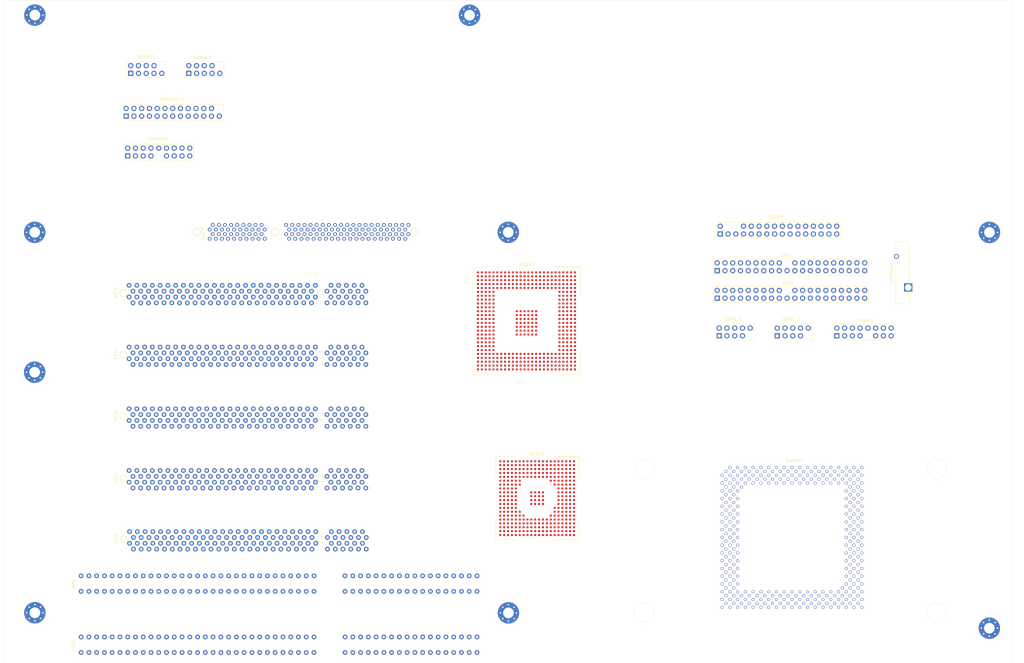
<source format=kicad_pcb>
(kicad_pcb (version 20171130) (host pcbnew "(5.1.6)-1")
  (layers (0 F.Cu signal) (31 B.Cu signal) (34 B.Paste user) (35 F.Paste user) (36 B.SilkS user) (37 F.SilkS user) (38 B.Mask user) (39 F.Mask user) (44 Edge.Cuts user))
  (net 0 "")
  (module Downloaded:Socket_7 (layer F.Cu) (at 242.225 150.175)
    (fp_text reference Socket7 (at 16.35 -0.6) (layer F.SilkS))
    (fp_text value Socket_7)
    (pad AN37 thru_hole circle (at 38.52 47.52) (size 1 1) (drill 0.762) (layers *.Cu *.Mask))
    (pad AL37 thru_hole circle (at 38.52 44.98) (size 1 1) (drill 0.762) (layers *.Cu *.Mask))
    (pad AJ37 thru_hole circle (at 38.52 42.44) (size 1 1) (drill 0.762) (layers *.Cu *.Mask))
    (pad AG37 thru_hole circle (at 38.52 39.9) (size 1 1) (drill 0.762) (layers *.Cu *.Mask))
    (pad AE37 thru_hole circle (at 38.52 37.36) (size 1 1) (drill 0.762) (layers *.Cu *.Mask))
    (pad AC37 thru_hole circle (at 38.52 34.82) (size 1 1) (drill 0.762) (layers *.Cu *.Mask))
    (pad AA37 thru_hole circle (at 38.52 32.28) (size 1 1) (drill 0.762) (layers *.Cu *.Mask))
    (pad Y37 thru_hole circle (at 38.52 29.74) (size 1 1) (drill 0.762) (layers *.Cu *.Mask))
    (pad W37 thru_hole circle (at 38.52 27.2) (size 1 1) (drill 0.762) (layers *.Cu *.Mask))
    (pad U37 thru_hole circle (at 38.52 24.66) (size 1 1) (drill 0.762) (layers *.Cu *.Mask))
    (pad S37 thru_hole circle (at 38.52 22.12) (size 1 1) (drill 0.762) (layers *.Cu *.Mask))
    (pad Q37 thru_hole circle (at 38.52 19.58) (size 1 1) (drill 0.762) (layers *.Cu *.Mask))
    (pad N37 thru_hole circle (at 38.52 17.04) (size 1 1) (drill 0.762) (layers *.Cu *.Mask))
    (pad L37 thru_hole circle (at 38.52 14.5) (size 1 1) (drill 0.762) (layers *.Cu *.Mask))
    (pad J37 thru_hole circle (at 38.52 11.96) (size 1 1) (drill 0.762) (layers *.Cu *.Mask))
    (pad G37 thru_hole circle (at 38.52 9.42) (size 1 1) (drill 0.762) (layers *.Cu *.Mask))
    (pad E37 thru_hole circle (at 38.52 6.88) (size 1 1) (drill 0.762) (layers *.Cu *.Mask))
    (pad C37 thru_hole circle (at 38.52 4.34) (size 1 1) (drill 0.762) (layers *.Cu *.Mask))
    (pad A37 thru_hole circle (at 38.52 1.8) (size 1 1) (drill 0.762) (layers *.Cu *.Mask))
    (pad AM36 thru_hole circle (at 37.25 46.25) (size 1 1) (drill 0.762) (layers *.Cu *.Mask))
    (pad AK36 thru_hole circle (at 37.25 43.71) (size 1 1) (drill 0.762) (layers *.Cu *.Mask))
    (pad AH36 thru_hole circle (at 37.25 41.17) (size 1 1) (drill 0.762) (layers *.Cu *.Mask))
    (pad AF36 thru_hole circle (at 37.25 38.63) (size 1 1) (drill 0.762) (layers *.Cu *.Mask))
    (pad AD36 thru_hole circle (at 37.25 36.09) (size 1 1) (drill 0.762) (layers *.Cu *.Mask))
    (pad AB36 thru_hole circle (at 37.25 33.55) (size 1 1) (drill 0.762) (layers *.Cu *.Mask))
    (pad Z36 thru_hole circle (at 37.25 31.01) (size 1 1) (drill 0.762) (layers *.Cu *.Mask))
    (pad X36 thru_hole circle (at 37.25 28.47) (size 1 1) (drill 0.762) (layers *.Cu *.Mask))
    (pad V36 thru_hole circle (at 37.25 25.93) (size 1 1) (drill 0.762) (layers *.Cu *.Mask))
    (pad T36 thru_hole circle (at 37.25 23.39) (size 1 1) (drill 0.762) (layers *.Cu *.Mask))
    (pad R36 thru_hole circle (at 37.25 20.85) (size 1 1) (drill 0.762) (layers *.Cu *.Mask))
    (pad P36 thru_hole circle (at 37.25 18.31) (size 1 1) (drill 0.762) (layers *.Cu *.Mask))
    (pad M36 thru_hole circle (at 37.25 15.77) (size 1 1) (drill 0.762) (layers *.Cu *.Mask))
    (pad K36 thru_hole circle (at 37.25 13.23) (size 1 1) (drill 0.762) (layers *.Cu *.Mask))
    (pad H36 thru_hole circle (at 37.25 10.69) (size 1 1) (drill 0.762) (layers *.Cu *.Mask))
    (pad F36 thru_hole circle (at 37.25 8.15) (size 1 1) (drill 0.762) (layers *.Cu *.Mask))
    (pad D36 thru_hole circle (at 37.25 5.61) (size 1 1) (drill 0.762) (layers *.Cu *.Mask))
    (pad B36 thru_hole circle (at 37.25 3.07) (size 1 1) (drill 0.762) (layers *.Cu *.Mask))
    (pad AN35 thru_hole circle (at 35.98 47.52) (size 1 1) (drill 0.762) (layers *.Cu *.Mask))
    (pad AL35 thru_hole circle (at 35.98 44.98) (size 1 1) (drill 0.762) (layers *.Cu *.Mask))
    (pad AJ35 thru_hole circle (at 35.98 42.44) (size 1 1) (drill 0.762) (layers *.Cu *.Mask))
    (pad AG35 thru_hole circle (at 35.98 39.9) (size 1 1) (drill 0.762) (layers *.Cu *.Mask))
    (pad AE35 thru_hole circle (at 35.98 37.36) (size 1 1) (drill 0.762) (layers *.Cu *.Mask))
    (pad AC35 thru_hole circle (at 35.98 34.82) (size 1 1) (drill 0.762) (layers *.Cu *.Mask))
    (pad AA35 thru_hole circle (at 35.98 32.28) (size 1 1) (drill 0.762) (layers *.Cu *.Mask))
    (pad Y35 thru_hole circle (at 35.98 29.74) (size 1 1) (drill 0.762) (layers *.Cu *.Mask))
    (pad W35 thru_hole circle (at 35.98 27.2) (size 1 1) (drill 0.762) (layers *.Cu *.Mask))
    (pad U35 thru_hole circle (at 35.98 24.66) (size 1 1) (drill 0.762) (layers *.Cu *.Mask))
    (pad S35 thru_hole circle (at 35.98 22.12) (size 1 1) (drill 0.762) (layers *.Cu *.Mask))
    (pad Q35 thru_hole circle (at 35.98 19.58) (size 1 1) (drill 0.762) (layers *.Cu *.Mask))
    (pad N35 thru_hole circle (at 35.98 17.04) (size 1 1) (drill 0.762) (layers *.Cu *.Mask))
    (pad L35 thru_hole circle (at 35.98 14.5) (size 1 1) (drill 0.762) (layers *.Cu *.Mask))
    (pad J35 thru_hole circle (at 35.98 11.96) (size 1 1) (drill 0.762) (layers *.Cu *.Mask))
    (pad G35 thru_hole circle (at 35.98 9.42) (size 1 1) (drill 0.762) (layers *.Cu *.Mask))
    (pad E35 thru_hole circle (at 35.98 6.88) (size 1 1) (drill 0.762) (layers *.Cu *.Mask))
    (pad C35 thru_hole circle (at 35.98 4.34) (size 1 1) (drill 0.762) (layers *.Cu *.Mask))
    (pad A35 thru_hole circle (at 35.98 1.8) (size 1 1) (drill 0.762) (layers *.Cu *.Mask))
    (pad AM34 thru_hole circle (at 34.71 46.25) (size 1 1) (drill 0.762) (layers *.Cu *.Mask))
    (pad AK34 thru_hole circle (at 34.71 43.71) (size 1 1) (drill 0.762) (layers *.Cu *.Mask))
    (pad AH34 thru_hole circle (at 34.71 41.17) (size 1 1) (drill 0.762) (layers *.Cu *.Mask))
    (pad AF34 thru_hole circle (at 34.71 38.63) (size 1 1) (drill 0.762) (layers *.Cu *.Mask))
    (pad AD34 thru_hole circle (at 34.71 36.09) (size 1 1) (drill 0.762) (layers *.Cu *.Mask))
    (pad AB34 thru_hole circle (at 34.71 33.55) (size 1 1) (drill 0.762) (layers *.Cu *.Mask))
    (pad Z34 thru_hole circle (at 34.71 31.01) (size 1 1) (drill 0.762) (layers *.Cu *.Mask))
    (pad X34 thru_hole circle (at 34.71 28.47) (size 1 1) (drill 0.762) (layers *.Cu *.Mask))
    (pad V34 thru_hole circle (at 34.71 25.93) (size 1 1) (drill 0.762) (layers *.Cu *.Mask))
    (pad T34 thru_hole circle (at 34.71 23.39) (size 1 1) (drill 0.762) (layers *.Cu *.Mask))
    (pad R34 thru_hole circle (at 34.71 20.85) (size 1 1) (drill 0.762) (layers *.Cu *.Mask))
    (pad P34 thru_hole circle (at 34.71 18.31) (size 1 1) (drill 0.762) (layers *.Cu *.Mask))
    (pad M34 thru_hole circle (at 34.71 15.77) (size 1 1) (drill 0.762) (layers *.Cu *.Mask))
    (pad K34 thru_hole circle (at 34.71 13.23) (size 1 1) (drill 0.762) (layers *.Cu *.Mask))
    (pad H34 thru_hole circle (at 34.71 10.69) (size 1 1) (drill 0.762) (layers *.Cu *.Mask))
    (pad F34 thru_hole circle (at 34.71 8.15) (size 1 1) (drill 0.762) (layers *.Cu *.Mask))
    (pad D34 thru_hole circle (at 34.71 5.61) (size 1 1) (drill 0.762) (layers *.Cu *.Mask))
    (pad B34 thru_hole circle (at 34.71 3.07) (size 1 1) (drill 0.762) (layers *.Cu *.Mask))
    (pad AN33 thru_hole circle (at 33.44 47.52) (size 1 1) (drill 0.762) (layers *.Cu *.Mask))
    (pad AL33 thru_hole circle (at 33.44 44.98) (size 1 1) (drill 0.762) (layers *.Cu *.Mask))
    (pad AJ33 thru_hole circle (at 33.44 42.44) (size 1 1) (drill 0.762) (layers *.Cu *.Mask))
    (pad AG33 thru_hole circle (at 33.44 39.9) (size 1 1) (drill 0.762) (layers *.Cu *.Mask))
    (pad AE33 thru_hole circle (at 33.44 37.36) (size 1 1) (drill 0.762) (layers *.Cu *.Mask))
    (pad AC33 thru_hole circle (at 33.44 34.82) (size 1 1) (drill 0.762) (layers *.Cu *.Mask))
    (pad AA33 thru_hole circle (at 33.44 32.28) (size 1 1) (drill 0.762) (layers *.Cu *.Mask))
    (pad Y33 thru_hole circle (at 33.44 29.74) (size 1 1) (drill 0.762) (layers *.Cu *.Mask))
    (pad W33 thru_hole circle (at 33.44 27.2) (size 1 1) (drill 0.762) (layers *.Cu *.Mask))
    (pad U33 thru_hole circle (at 33.44 24.66) (size 1 1) (drill 0.762) (layers *.Cu *.Mask))
    (pad S33 thru_hole circle (at 33.44 22.12) (size 1 1) (drill 0.762) (layers *.Cu *.Mask))
    (pad Q33 thru_hole circle (at 33.44 19.58) (size 1 1) (drill 0.762) (layers *.Cu *.Mask))
    (pad N33 thru_hole circle (at 33.44 17.04) (size 1 1) (drill 0.762) (layers *.Cu *.Mask))
    (pad L33 thru_hole circle (at 33.44 14.5) (size 1 1) (drill 0.762) (layers *.Cu *.Mask))
    (pad J33 thru_hole circle (at 33.44 11.96) (size 1 1) (drill 0.762) (layers *.Cu *.Mask))
    (pad G33 thru_hole circle (at 33.44 9.42) (size 1 1) (drill 0.762) (layers *.Cu *.Mask))
    (pad E33 thru_hole circle (at 33.44 6.88) (size 1 1) (drill 0.762) (layers *.Cu *.Mask))
    (pad C33 thru_hole circle (at 33.44 4.34) (size 1 1) (drill 0.762) (layers *.Cu *.Mask))
    (pad A33 thru_hole circle (at 33.44 1.8) (size 1 1) (drill 0.762) (layers *.Cu *.Mask))
    (pad AM32 thru_hole circle (at 32.17 46.25) (size 1 1) (drill 0.762) (layers *.Cu *.Mask))
    (pad AK32 thru_hole circle (at 32.17 43.71) (size 1 1) (drill 0.762) (layers *.Cu *.Mask))
    (pad AH32 thru_hole circle (at 32.17 41.17) (size 1 1) (drill 0.762) (layers *.Cu *.Mask))
    (pad D32 thru_hole circle (at 32.17 5.61) (size 1 1) (drill 0.762) (layers *.Cu *.Mask))
    (pad B32 thru_hole circle (at 32.17 3.07) (size 1 1) (drill 0.762) (layers *.Cu *.Mask))
    (pad AN31 thru_hole circle (at 30.9 47.52) (size 1 1) (drill 0.762) (layers *.Cu *.Mask))
    (pad AL31 thru_hole circle (at 30.9 44.98) (size 1 1) (drill 0.762) (layers *.Cu *.Mask))
    (pad AJ31 thru_hole circle (at 30.9 42.44) (size 1 1) (drill 0.762) (layers *.Cu *.Mask))
    (pad E31 thru_hole circle (at 30.9 6.88) (size 1 1) (drill 0.762) (layers *.Cu *.Mask))
    (pad C31 thru_hole circle (at 30.9 4.34) (size 1 1) (drill 0.762) (layers *.Cu *.Mask))
    (pad A31 thru_hole circle (at 30.9 1.8) (size 1 1) (drill 0.762) (layers *.Cu *.Mask))
    (pad AM30 thru_hole circle (at 29.63 46.25) (size 1 1) (drill 0.762) (layers *.Cu *.Mask))
    (pad AK30 thru_hole circle (at 29.63 43.71) (size 1 1) (drill 0.762) (layers *.Cu *.Mask))
    (pad D30 thru_hole circle (at 29.63 5.61) (size 1 1) (drill 0.762) (layers *.Cu *.Mask))
    (pad B30 thru_hole circle (at 29.63 3.07) (size 1 1) (drill 0.762) (layers *.Cu *.Mask))
    (pad AN29 thru_hole circle (at 28.36 47.52) (size 1 1) (drill 0.762) (layers *.Cu *.Mask))
    (pad AL29 thru_hole circle (at 28.36 44.98) (size 1 1) (drill 0.762) (layers *.Cu *.Mask))
    (pad AJ29 thru_hole circle (at 28.36 42.44) (size 1 1) (drill 0.762) (layers *.Cu *.Mask))
    (pad E29 thru_hole circle (at 28.36 6.88) (size 1 1) (drill 0.762) (layers *.Cu *.Mask))
    (pad C29 thru_hole circle (at 28.36 4.34) (size 1 1) (drill 0.762) (layers *.Cu *.Mask))
    (pad A29 thru_hole circle (at 28.36 1.8) (size 1 1) (drill 0.762) (layers *.Cu *.Mask))
    (pad AM28 thru_hole circle (at 27.09 46.25) (size 1 1) (drill 0.762) (layers *.Cu *.Mask))
    (pad AK28 thru_hole circle (at 27.09 43.71) (size 1 1) (drill 0.762) (layers *.Cu *.Mask))
    (pad D28 thru_hole circle (at 27.09 5.61) (size 1 1) (drill 0.762) (layers *.Cu *.Mask))
    (pad B28 thru_hole circle (at 27.09 3.07) (size 1 1) (drill 0.762) (layers *.Cu *.Mask))
    (pad AN27 thru_hole circle (at 25.82 47.52) (size 1 1) (drill 0.762) (layers *.Cu *.Mask))
    (pad AL27 thru_hole circle (at 25.82 44.98) (size 1 1) (drill 0.762) (layers *.Cu *.Mask))
    (pad AJ27 thru_hole circle (at 25.82 42.44) (size 1 1) (drill 0.762) (layers *.Cu *.Mask))
    (pad E27 thru_hole circle (at 25.82 6.88) (size 1 1) (drill 0.762) (layers *.Cu *.Mask))
    (pad C27 thru_hole circle (at 25.82 4.34) (size 1 1) (drill 0.762) (layers *.Cu *.Mask))
    (pad A27 thru_hole circle (at 25.82 1.8) (size 1 1) (drill 0.762) (layers *.Cu *.Mask))
    (pad AM26 thru_hole circle (at 24.55 46.25) (size 1 1) (drill 0.762) (layers *.Cu *.Mask))
    (pad AK26 thru_hole circle (at 24.55 43.71) (size 1 1) (drill 0.762) (layers *.Cu *.Mask))
    (pad D26 thru_hole circle (at 24.55 5.61) (size 1 1) (drill 0.762) (layers *.Cu *.Mask))
    (pad B26 thru_hole circle (at 24.55 3.07) (size 1 1) (drill 0.762) (layers *.Cu *.Mask))
    (pad AN25 thru_hole circle (at 23.28 47.52) (size 1 1) (drill 0.762) (layers *.Cu *.Mask))
    (pad AL25 thru_hole circle (at 23.28 44.98) (size 1 1) (drill 0.762) (layers *.Cu *.Mask))
    (pad AJ25 thru_hole circle (at 23.28 42.44) (size 1 1) (drill 0.762) (layers *.Cu *.Mask))
    (pad E25 thru_hole circle (at 23.28 6.88) (size 1 1) (drill 0.762) (layers *.Cu *.Mask))
    (pad C25 thru_hole circle (at 23.28 4.34) (size 1 1) (drill 0.762) (layers *.Cu *.Mask))
    (pad A25 thru_hole circle (at 23.28 1.8) (size 1 1) (drill 0.762) (layers *.Cu *.Mask))
    (pad AM24 thru_hole circle (at 22.01 46.25) (size 1 1) (drill 0.762) (layers *.Cu *.Mask))
    (pad AK24 thru_hole circle (at 22.01 43.71) (size 1 1) (drill 0.762) (layers *.Cu *.Mask))
    (pad D24 thru_hole circle (at 22.01 5.61) (size 1 1) (drill 0.762) (layers *.Cu *.Mask))
    (pad B24 thru_hole circle (at 22.01 3.07) (size 1 1) (drill 0.762) (layers *.Cu *.Mask))
    (pad AN23 thru_hole circle (at 20.74 47.52) (size 1 1) (drill 0.762) (layers *.Cu *.Mask))
    (pad AL23 thru_hole circle (at 20.74 44.98) (size 1 1) (drill 0.762) (layers *.Cu *.Mask))
    (pad AJ23 thru_hole circle (at 20.74 42.44) (size 1 1) (drill 0.762) (layers *.Cu *.Mask))
    (pad E23 thru_hole circle (at 20.74 6.88) (size 1 1) (drill 0.762) (layers *.Cu *.Mask))
    (pad C23 thru_hole circle (at 20.74 4.34) (size 1 1) (drill 0.762) (layers *.Cu *.Mask))
    (pad A23 thru_hole circle (at 20.74 1.8) (size 1 1) (drill 0.762) (layers *.Cu *.Mask))
    (pad AM22 thru_hole circle (at 19.47 46.25) (size 1 1) (drill 0.762) (layers *.Cu *.Mask))
    (pad AK22 thru_hole circle (at 19.47 43.71) (size 1 1) (drill 0.762) (layers *.Cu *.Mask))
    (pad D22 thru_hole circle (at 19.47 5.61) (size 1 1) (drill 0.762) (layers *.Cu *.Mask))
    (pad B22 thru_hole circle (at 19.47 3.07) (size 1 1) (drill 0.762) (layers *.Cu *.Mask))
    (pad AN21 thru_hole circle (at 18.2 47.52) (size 1 1) (drill 0.762) (layers *.Cu *.Mask))
    (pad AL21 thru_hole circle (at 18.2 44.98) (size 1 1) (drill 0.762) (layers *.Cu *.Mask))
    (pad AJ21 thru_hole circle (at 18.2 42.44) (size 1 1) (drill 0.762) (layers *.Cu *.Mask))
    (pad E21 thru_hole circle (at 18.2 6.88) (size 1 1) (drill 0.762) (layers *.Cu *.Mask))
    (pad C21 thru_hole circle (at 18.2 4.34) (size 1 1) (drill 0.762) (layers *.Cu *.Mask))
    (pad A21 thru_hole circle (at 18.2 1.8) (size 1 1) (drill 0.762) (layers *.Cu *.Mask))
    (pad AM20 thru_hole circle (at 16.93 46.25) (size 1 1) (drill 0.762) (layers *.Cu *.Mask))
    (pad AK20 thru_hole circle (at 16.93 43.71) (size 1 1) (drill 0.762) (layers *.Cu *.Mask))
    (pad D20 thru_hole circle (at 16.93 5.61) (size 1 1) (drill 0.762) (layers *.Cu *.Mask))
    (pad B20 thru_hole circle (at 16.93 3.07) (size 1 1) (drill 0.762) (layers *.Cu *.Mask))
    (pad AN19 thru_hole circle (at 15.66 47.52) (size 1 1) (drill 0.762) (layers *.Cu *.Mask))
    (pad AL19 thru_hole circle (at 15.66 44.98) (size 1 1) (drill 0.762) (layers *.Cu *.Mask))
    (pad AJ19 thru_hole circle (at 15.66 42.44) (size 1 1) (drill 0.762) (layers *.Cu *.Mask))
    (pad E19 thru_hole circle (at 15.66 6.88) (size 1 1) (drill 0.762) (layers *.Cu *.Mask))
    (pad C19 thru_hole circle (at 15.66 4.34) (size 1 1) (drill 0.762) (layers *.Cu *.Mask))
    (pad A19 thru_hole circle (at 15.66 1.8) (size 1 1) (drill 0.762) (layers *.Cu *.Mask))
    (pad AM18 thru_hole circle (at 14.39 46.25) (size 1 1) (drill 0.762) (layers *.Cu *.Mask))
    (pad AK18 thru_hole circle (at 14.39 43.71) (size 1 1) (drill 0.762) (layers *.Cu *.Mask))
    (pad D18 thru_hole circle (at 14.39 5.61) (size 1 1) (drill 0.762) (layers *.Cu *.Mask))
    (pad B18 thru_hole circle (at 14.39 3.07) (size 1 1) (drill 0.762) (layers *.Cu *.Mask))
    (pad AN17 thru_hole circle (at 13.12 47.52) (size 1 1) (drill 0.762) (layers *.Cu *.Mask))
    (pad AL17 thru_hole circle (at 13.12 44.98) (size 1 1) (drill 0.762) (layers *.Cu *.Mask))
    (pad AJ17 thru_hole circle (at 13.12 42.44) (size 1 1) (drill 0.762) (layers *.Cu *.Mask))
    (pad E17 thru_hole circle (at 13.12 6.88) (size 1 1) (drill 0.762) (layers *.Cu *.Mask))
    (pad C17 thru_hole circle (at 13.12 4.34) (size 1 1) (drill 0.762) (layers *.Cu *.Mask))
    (pad A17 thru_hole circle (at 13.12 1.8) (size 1 1) (drill 0.762) (layers *.Cu *.Mask))
    (pad AM16 thru_hole circle (at 11.85 46.25) (size 1 1) (drill 0.762) (layers *.Cu *.Mask))
    (pad AK16 thru_hole circle (at 11.85 43.71) (size 1 1) (drill 0.762) (layers *.Cu *.Mask))
    (pad D16 thru_hole circle (at 11.85 5.61) (size 1 1) (drill 0.762) (layers *.Cu *.Mask))
    (pad B16 thru_hole circle (at 11.85 3.07) (size 1 1) (drill 0.762) (layers *.Cu *.Mask))
    (pad AN15 thru_hole circle (at 10.58 47.52) (size 1 1) (drill 0.762) (layers *.Cu *.Mask))
    (pad AL15 thru_hole circle (at 10.58 44.98) (size 1 1) (drill 0.762) (layers *.Cu *.Mask))
    (pad AJ15 thru_hole circle (at 10.58 42.44) (size 1 1) (drill 0.762) (layers *.Cu *.Mask))
    (pad E15 thru_hole circle (at 10.58 6.88) (size 1 1) (drill 0.762) (layers *.Cu *.Mask))
    (pad C15 thru_hole circle (at 10.58 4.34) (size 1 1) (drill 0.762) (layers *.Cu *.Mask))
    (pad A15 thru_hole circle (at 10.58 1.8) (size 1 1) (drill 0.762) (layers *.Cu *.Mask))
    (pad AM14 thru_hole circle (at 9.31 46.25) (size 1 1) (drill 0.762) (layers *.Cu *.Mask))
    (pad AK14 thru_hole circle (at 9.31 43.71) (size 1 1) (drill 0.762) (layers *.Cu *.Mask))
    (pad D14 thru_hole circle (at 9.31 5.61) (size 1 1) (drill 0.762) (layers *.Cu *.Mask))
    (pad B14 thru_hole circle (at 9.31 3.07) (size 1 1) (drill 0.762) (layers *.Cu *.Mask))
    (pad AN13 thru_hole circle (at 8.04 47.52) (size 1 1) (drill 0.762) (layers *.Cu *.Mask))
    (pad AL13 thru_hole circle (at 8.04 44.98) (size 1 1) (drill 0.762) (layers *.Cu *.Mask))
    (pad AJ13 thru_hole circle (at 8.04 42.44) (size 1 1) (drill 0.762) (layers *.Cu *.Mask))
    (pad E13 thru_hole circle (at 8.04 6.88) (size 1 1) (drill 0.762) (layers *.Cu *.Mask))
    (pad C13 thru_hole circle (at 8.04 4.34) (size 1 1) (drill 0.762) (layers *.Cu *.Mask))
    (pad A13 thru_hole circle (at 8.04 1.8) (size 1 1) (drill 0.762) (layers *.Cu *.Mask))
    (pad AM12 thru_hole circle (at 6.77 46.25) (size 1 1) (drill 0.762) (layers *.Cu *.Mask))
    (pad AK12 thru_hole circle (at 6.77 43.71) (size 1 1) (drill 0.762) (layers *.Cu *.Mask))
    (pad D12 thru_hole circle (at 6.77 5.61) (size 1 1) (drill 0.762) (layers *.Cu *.Mask))
    (pad B12 thru_hole circle (at 6.77 3.07) (size 1 1) (drill 0.762) (layers *.Cu *.Mask))
    (pad AN11 thru_hole circle (at 5.5 47.52) (size 1 1) (drill 0.762) (layers *.Cu *.Mask))
    (pad AL11 thru_hole circle (at 5.5 44.98) (size 1 1) (drill 0.762) (layers *.Cu *.Mask))
    (pad AJ11 thru_hole circle (at 5.5 42.44) (size 1 1) (drill 0.762) (layers *.Cu *.Mask))
    (pad E11 thru_hole circle (at 5.5 6.88) (size 1 1) (drill 0.762) (layers *.Cu *.Mask))
    (pad C11 thru_hole circle (at 5.5 4.34) (size 1 1) (drill 0.762) (layers *.Cu *.Mask))
    (pad A11 thru_hole circle (at 5.5 1.8) (size 1 1) (drill 0.762) (layers *.Cu *.Mask))
    (pad AM10 thru_hole circle (at 4.23 46.25) (size 1 1) (drill 0.762) (layers *.Cu *.Mask))
    (pad AK10 thru_hole circle (at 4.23 43.71) (size 1 1) (drill 0.762) (layers *.Cu *.Mask))
    (pad D10 thru_hole circle (at 4.23 5.61) (size 1 1) (drill 0.762) (layers *.Cu *.Mask))
    (pad B10 thru_hole circle (at 4.23 3.07) (size 1 1) (drill 0.762) (layers *.Cu *.Mask))
    (pad AN9 thru_hole circle (at 2.96 47.52) (size 1 1) (drill 0.762) (layers *.Cu *.Mask))
    (pad AL9 thru_hole circle (at 2.96 44.98) (size 1 1) (drill 0.762) (layers *.Cu *.Mask))
    (pad AJ9 thru_hole circle (at 2.96 42.44) (size 1 1) (drill 0.762) (layers *.Cu *.Mask))
    (pad E9 thru_hole circle (at 2.96 6.88) (size 1 1) (drill 0.762) (layers *.Cu *.Mask))
    (pad C9 thru_hole circle (at 2.96 4.34) (size 1 1) (drill 0.762) (layers *.Cu *.Mask))
    (pad A9 thru_hole circle (at 2.96 1.8) (size 1 1) (drill 0.762) (layers *.Cu *.Mask))
    (pad AM8 thru_hole circle (at 1.69 46.25) (size 1 1) (drill 0.762) (layers *.Cu *.Mask))
    (pad AK8 thru_hole circle (at 1.69 43.71) (size 1 1) (drill 0.762) (layers *.Cu *.Mask))
    (pad D8 thru_hole circle (at 1.69 5.61) (size 1 1) (drill 0.762) (layers *.Cu *.Mask))
    (pad B8 thru_hole circle (at 1.69 3.07) (size 1 1) (drill 0.762) (layers *.Cu *.Mask))
    (pad AN7 thru_hole circle (at 0.42 47.52) (size 1 1) (drill 0.762) (layers *.Cu *.Mask))
    (pad AL7 thru_hole circle (at 0.42 44.98) (size 1 1) (drill 0.762) (layers *.Cu *.Mask))
    (pad AJ7 thru_hole circle (at 0.42 42.44) (size 1 1) (drill 0.762) (layers *.Cu *.Mask))
    (pad E7 thru_hole circle (at 0.42 6.88) (size 1 1) (drill 0.762) (layers *.Cu *.Mask))
    (pad C7 thru_hole circle (at 0.42 4.34) (size 1 1) (drill 0.762) (layers *.Cu *.Mask))
    (pad A7 thru_hole circle (at 0.42 1.8) (size 1 1) (drill 0.762) (layers *.Cu *.Mask))
    (pad AM6 thru_hole circle (at -0.85 46.25) (size 1 1) (drill 0.762) (layers *.Cu *.Mask))
    (pad AK6 thru_hole circle (at -0.85 43.71) (size 1 1) (drill 0.762) (layers *.Cu *.Mask))
    (pad F6 thru_hole circle (at -0.85 8.15) (size 1 1) (drill 0.762) (layers *.Cu *.Mask))
    (pad D6 thru_hole circle (at -0.85 5.61) (size 1 1) (drill 0.762) (layers *.Cu *.Mask))
    (pad B6 thru_hole circle (at -0.85 3.07) (size 1 1) (drill 0.762) (layers *.Cu *.Mask))
    (pad AN5 thru_hole circle (at -2.12 47.52) (size 1 1) (drill 0.762) (layers *.Cu *.Mask))
    (pad AL5 thru_hole circle (at -2.12 44.98) (size 1 1) (drill 0.762) (layers *.Cu *.Mask))
    (pad AJ5 thru_hole circle (at -2.12 42.44) (size 1 1) (drill 0.762) (layers *.Cu *.Mask))
    (pad AG5 thru_hole circle (at -2.12 39.9) (size 1 1) (drill 0.762) (layers *.Cu *.Mask))
    (pad AE5 thru_hole circle (at -2.12 37.36) (size 1 1) (drill 0.762) (layers *.Cu *.Mask))
    (pad AC5 thru_hole circle (at -2.12 34.82) (size 1 1) (drill 0.762) (layers *.Cu *.Mask))
    (pad AA5 thru_hole circle (at -2.12 32.28) (size 1 1) (drill 0.762) (layers *.Cu *.Mask))
    (pad Y5 thru_hole circle (at -2.12 29.74) (size 1 1) (drill 0.762) (layers *.Cu *.Mask))
    (pad W5 thru_hole circle (at -2.12 27.2) (size 1 1) (drill 0.762) (layers *.Cu *.Mask))
    (pad U5 thru_hole circle (at -2.12 24.66) (size 1 1) (drill 0.762) (layers *.Cu *.Mask))
    (pad S5 thru_hole circle (at -2.12 22.12) (size 1 1) (drill 0.762) (layers *.Cu *.Mask))
    (pad Q5 thru_hole circle (at -2.12 19.58) (size 1 1) (drill 0.762) (layers *.Cu *.Mask))
    (pad N5 thru_hole circle (at -2.12 17.04) (size 1 1) (drill 0.762) (layers *.Cu *.Mask))
    (pad L5 thru_hole circle (at -2.12 14.5) (size 1 1) (drill 0.762) (layers *.Cu *.Mask))
    (pad J5 thru_hole circle (at -2.12 11.96) (size 1 1) (drill 0.762) (layers *.Cu *.Mask))
    (pad G5 thru_hole circle (at -2.12 9.42) (size 1 1) (drill 0.762) (layers *.Cu *.Mask))
    (pad E5 thru_hole circle (at -2.12 6.88) (size 1 1) (drill 0.762) (layers *.Cu *.Mask))
    (pad C5 thru_hole circle (at -2.12 4.34) (size 1 1) (drill 0.762) (layers *.Cu *.Mask))
    (pad A5 thru_hole circle (at -2.12 1.8) (size 1 1) (drill 0.762) (layers *.Cu *.Mask))
    (pad AM4 thru_hole circle (at -3.39 46.25) (size 1 1) (drill 0.762) (layers *.Cu *.Mask))
    (pad AK4 thru_hole circle (at -3.39 43.71) (size 1 1) (drill 0.762) (layers *.Cu *.Mask))
    (pad AH4 thru_hole circle (at -3.39 41.17) (size 1 1) (drill 0.762) (layers *.Cu *.Mask))
    (pad AF4 thru_hole circle (at -3.39 38.63) (size 1 1) (drill 0.762) (layers *.Cu *.Mask))
    (pad AD4 thru_hole circle (at -3.39 36.09) (size 1 1) (drill 0.762) (layers *.Cu *.Mask))
    (pad AB4 thru_hole circle (at -3.39 33.55) (size 1 1) (drill 0.762) (layers *.Cu *.Mask))
    (pad Z4 thru_hole circle (at -3.39 31.01) (size 1 1) (drill 0.762) (layers *.Cu *.Mask))
    (pad X4 thru_hole circle (at -3.39 28.47) (size 1 1) (drill 0.762) (layers *.Cu *.Mask))
    (pad V4 thru_hole circle (at -3.39 25.93) (size 1 1) (drill 0.762) (layers *.Cu *.Mask))
    (pad T4 thru_hole circle (at -3.39 23.39) (size 1 1) (drill 0.762) (layers *.Cu *.Mask))
    (pad R4 thru_hole circle (at -3.39 20.85) (size 1 1) (drill 0.762) (layers *.Cu *.Mask))
    (pad P4 thru_hole circle (at -3.39 18.31) (size 1 1) (drill 0.762) (layers *.Cu *.Mask))
    (pad M4 thru_hole circle (at -3.39 15.77) (size 1 1) (drill 0.762) (layers *.Cu *.Mask))
    (pad K4 thru_hole circle (at -3.39 13.23) (size 1 1) (drill 0.762) (layers *.Cu *.Mask))
    (pad H4 thru_hole circle (at -3.39 10.69) (size 1 1) (drill 0.762) (layers *.Cu *.Mask))
    (pad F4 thru_hole circle (at -3.39 8.15) (size 1 1) (drill 0.762) (layers *.Cu *.Mask))
    (pad D4 thru_hole circle (at -3.39 5.61) (size 1 1) (drill 0.762) (layers *.Cu *.Mask))
    (pad B4 thru_hole circle (at -3.39 3.07) (size 1 1) (drill 0.762) (layers *.Cu *.Mask))
    (pad AN3 thru_hole circle (at -4.66 47.52) (size 1 1) (drill 0.762) (layers *.Cu *.Mask))
    (pad AL3 thru_hole circle (at -4.66 44.98) (size 1 1) (drill 0.762) (layers *.Cu *.Mask))
    (pad AJ3 thru_hole circle (at -4.66 42.44) (size 1 1) (drill 0.762) (layers *.Cu *.Mask))
    (pad AG3 thru_hole circle (at -4.66 39.9) (size 1 1) (drill 0.762) (layers *.Cu *.Mask))
    (pad AE3 thru_hole circle (at -4.66 37.36) (size 1 1) (drill 0.762) (layers *.Cu *.Mask))
    (pad AC3 thru_hole circle (at -4.66 34.82) (size 1 1) (drill 0.762) (layers *.Cu *.Mask))
    (pad AA3 thru_hole circle (at -4.66 32.28) (size 1 1) (drill 0.762) (layers *.Cu *.Mask))
    (pad Y3 thru_hole circle (at -4.66 29.74) (size 1 1) (drill 0.762) (layers *.Cu *.Mask))
    (pad W3 thru_hole circle (at -4.66 27.2) (size 1 1) (drill 0.762) (layers *.Cu *.Mask))
    (pad U3 thru_hole circle (at -4.66 24.66) (size 1 1) (drill 0.762) (layers *.Cu *.Mask))
    (pad S3 thru_hole circle (at -4.66 22.12) (size 1 1) (drill 0.762) (layers *.Cu *.Mask))
    (pad Q3 thru_hole circle (at -4.66 19.58) (size 1 1) (drill 0.762) (layers *.Cu *.Mask))
    (pad N3 thru_hole circle (at -4.66 17.04) (size 1 1) (drill 0.762) (layers *.Cu *.Mask))
    (pad L3 thru_hole circle (at -4.66 14.5) (size 1 1) (drill 0.762) (layers *.Cu *.Mask))
    (pad J3 thru_hole circle (at -4.66 11.96) (size 1 1) (drill 0.762) (layers *.Cu *.Mask))
    (pad G3 thru_hole circle (at -4.66 9.42) (size 1 1) (drill 0.762) (layers *.Cu *.Mask))
    (pad E3 thru_hole circle (at -4.66 6.88) (size 1 1) (drill 0.762) (layers *.Cu *.Mask))
    (pad C3 thru_hole circle (at -4.66 4.34) (size 1 1) (drill 0.762) (layers *.Cu *.Mask))
    (pad A3 thru_hole circle (at -4.66 1.8) (size 1 1) (drill 0.762) (layers *.Cu *.Mask))
    (pad AM2 thru_hole circle (at -5.93 46.25) (size 1 1) (drill 0.762) (layers *.Cu *.Mask))
    (pad AK2 thru_hole circle (at -5.93 43.71) (size 1 1) (drill 0.762) (layers *.Cu *.Mask))
    (pad AH2 thru_hole circle (at -5.93 41.17) (size 1 1) (drill 0.762) (layers *.Cu *.Mask))
    (pad AF2 thru_hole circle (at -5.93 38.63) (size 1 1) (drill 0.762) (layers *.Cu *.Mask))
    (pad AD2 thru_hole circle (at -5.93 36.09) (size 1 1) (drill 0.762) (layers *.Cu *.Mask))
    (pad AB2 thru_hole circle (at -5.93 33.55) (size 1 1) (drill 0.762) (layers *.Cu *.Mask))
    (pad Z2 thru_hole circle (at -5.93 31.01) (size 1 1) (drill 0.762) (layers *.Cu *.Mask))
    (pad X2 thru_hole circle (at -5.93 28.47) (size 1 1) (drill 0.762) (layers *.Cu *.Mask))
    (pad V2 thru_hole circle (at -5.93 25.93) (size 1 1) (drill 0.762) (layers *.Cu *.Mask))
    (pad T2 thru_hole circle (at -5.93 23.39) (size 1 1) (drill 0.762) (layers *.Cu *.Mask))
    (pad R2 thru_hole circle (at -5.93 20.85) (size 1 1) (drill 0.762) (layers *.Cu *.Mask))
    (pad P2 thru_hole circle (at -5.93 18.31) (size 1 1) (drill 0.762) (layers *.Cu *.Mask))
    (pad M2 thru_hole circle (at -5.93 15.77) (size 1 1) (drill 0.762) (layers *.Cu *.Mask))
    (pad K2 thru_hole circle (at -5.93 13.23) (size 1 1) (drill 0.762) (layers *.Cu *.Mask))
    (pad H2 thru_hole circle (at -5.93 10.69) (size 1 1) (drill 0.762) (layers *.Cu *.Mask))
    (pad F2 thru_hole circle (at -5.93 8.15) (size 1 1) (drill 0.762) (layers *.Cu *.Mask))
    (pad D2 thru_hole circle (at -5.93 5.61) (size 1 1) (drill 0.762) (layers *.Cu *.Mask))
    (pad B2 thru_hole circle (at -5.93 3.07) (size 1 1) (drill 0.762) (layers *.Cu *.Mask))
    (pad AN1 thru_hole circle (at -7.2 47.52) (size 1 1) (drill 0.762) (layers *.Cu *.Mask))
    (pad AL1 thru_hole circle (at -7.2 44.98) (size 1 1) (drill 0.762) (layers *.Cu *.Mask))
    (pad AJ1 thru_hole circle (at -7.2 42.44) (size 1 1) (drill 0.762) (layers *.Cu *.Mask))
    (pad AG1 thru_hole circle (at -7.2 39.9) (size 1 1) (drill 0.762) (layers *.Cu *.Mask))
    (pad AE1 thru_hole circle (at -7.2 37.36) (size 1 1) (drill 0.762) (layers *.Cu *.Mask))
    (pad AC1 thru_hole circle (at -7.2 34.82) (size 1 1) (drill 0.762) (layers *.Cu *.Mask))
    (pad AA1 thru_hole circle (at -7.2 32.28) (size 1 1) (drill 0.762) (layers *.Cu *.Mask))
    (pad Y1 thru_hole circle (at -7.2 29.74) (size 1 1) (drill 0.762) (layers *.Cu *.Mask))
    (pad W1 thru_hole circle (at -7.2 27.2) (size 1 1) (drill 0.762) (layers *.Cu *.Mask))
    (pad U1 thru_hole circle (at -7.2 24.66) (size 1 1) (drill 0.762) (layers *.Cu *.Mask))
    (pad S1 thru_hole circle (at -7.2 22.12) (size 1 1) (drill 0.762) (layers *.Cu *.Mask))
    (pad Q1 thru_hole circle (at -7.2 19.58) (size 1 1) (drill 0.762) (layers *.Cu *.Mask))
    (pad N1 thru_hole circle (at -7.2 17.04) (size 1 1) (drill 0.762) (layers *.Cu *.Mask))
    (pad L1 thru_hole circle (at -7.2 14.5) (size 1 1) (drill 0.762) (layers *.Cu *.Mask))
    (pad J1 thru_hole circle (at -7.2 11.96) (size 1 1) (drill 0.762) (layers *.Cu *.Mask))
    (pad G1 thru_hole circle (at -7.2 9.42) (size 1 1) (drill 0.762) (layers *.Cu *.Mask))
    (pad E1 thru_hole circle (at -7.2 6.88) (size 1 1) (drill 0.762) (layers *.Cu *.Mask))
    (pad C1 thru_hole circle (at -7.2 4.34) (size 1 1) (drill 0.762) (layers *.Cu *.Mask))
  )
  (module Downloaded:PCI (layer F.Cu) (at 57.475 99.7 90)
    (fp_text reference PCI1 (at 5 -20.8 90) (layer F.SilkS))
    (fp_text value PCI)
    (pad B62 thru_hole circle (at 1.625 60.96 90) (size 1.524 1.524) (drill 0.762) (layers *.Cu *.Mask))
    (pad A62 thru_hole circle (at 5.435 60.96 90) (size 1.524 1.524) (drill 0.762) (layers *.Cu *.Mask))
    (pad B61 thru_hole circle (at 3.53 59.69 90) (size 1.524 1.524) (drill 0.762) (layers *.Cu *.Mask))
    (pad A61 thru_hole circle (at 7.34 59.69 90) (size 1.524 1.524) (drill 0.762) (layers *.Cu *.Mask))
    (pad B60 thru_hole circle (at 1.625 58.42 90) (size 1.524 1.524) (drill 0.762) (layers *.Cu *.Mask))
    (pad A60 thru_hole circle (at 5.435 58.42 90) (size 1.524 1.524) (drill 0.762) (layers *.Cu *.Mask))
    (pad B59 thru_hole circle (at 3.53 57.15 90) (size 1.524 1.524) (drill 0.762) (layers *.Cu *.Mask))
    (pad A59 thru_hole circle (at 7.34 57.15 90) (size 1.524 1.524) (drill 0.762) (layers *.Cu *.Mask))
    (pad B58 thru_hole circle (at 1.625 55.88 90) (size 1.524 1.524) (drill 0.762) (layers *.Cu *.Mask))
    (pad A58 thru_hole circle (at 5.435 55.88 90) (size 1.524 1.524) (drill 0.762) (layers *.Cu *.Mask))
    (pad B57 thru_hole circle (at 3.53 54.61 90) (size 1.524 1.524) (drill 0.762) (layers *.Cu *.Mask))
    (pad A57 thru_hole circle (at 7.34 54.61 90) (size 1.524 1.524) (drill 0.762) (layers *.Cu *.Mask))
    (pad B56 thru_hole circle (at 1.625 53.34 90) (size 1.524 1.524) (drill 0.762) (layers *.Cu *.Mask))
    (pad A56 thru_hole circle (at 5.435 53.34 90) (size 1.524 1.524) (drill 0.762) (layers *.Cu *.Mask))
    (pad B55 thru_hole circle (at 3.53 52.07 90) (size 1.524 1.524) (drill 0.762) (layers *.Cu *.Mask))
    (pad A55 thru_hole circle (at 7.34 52.07 90) (size 1.524 1.524) (drill 0.762) (layers *.Cu *.Mask))
    (pad B54 thru_hole circle (at 1.625 50.8 90) (size 1.524 1.524) (drill 0.762) (layers *.Cu *.Mask))
    (pad A54 thru_hole circle (at 5.435 50.8 90) (size 1.524 1.524) (drill 0.762) (layers *.Cu *.Mask))
    (pad B53 thru_hole circle (at 3.53 49.53 90) (size 1.524 1.524) (drill 0.762) (layers *.Cu *.Mask))
    (pad A53 thru_hole circle (at 7.34 49.53 90) (size 1.524 1.524) (drill 0.762) (layers *.Cu *.Mask))
    (pad B52 thru_hole circle (at 1.625 48.26 90) (size 1.524 1.524) (drill 0.762) (layers *.Cu *.Mask))
    (pad A52 thru_hole circle (at 5.435 48.26 90) (size 1.524 1.524) (drill 0.762) (layers *.Cu *.Mask))
    (pad B49 thru_hole circle (at 3.53 44.45 90) (size 1.524 1.524) (drill 0.762) (layers *.Cu *.Mask))
    (pad A49 thru_hole circle (at 7.34 44.45 90) (size 1.524 1.524) (drill 0.762) (layers *.Cu *.Mask))
    (pad B48 thru_hole circle (at 1.625 43.18 90) (size 1.524 1.524) (drill 0.762) (layers *.Cu *.Mask))
    (pad A48 thru_hole circle (at 5.435 43.18 90) (size 1.524 1.524) (drill 0.762) (layers *.Cu *.Mask))
    (pad B47 thru_hole circle (at 3.53 41.91 90) (size 1.524 1.524) (drill 0.762) (layers *.Cu *.Mask))
    (pad A47 thru_hole circle (at 7.34 41.91 90) (size 1.524 1.524) (drill 0.762) (layers *.Cu *.Mask))
    (pad B46 thru_hole circle (at 1.625 40.64 90) (size 1.524 1.524) (drill 0.762) (layers *.Cu *.Mask))
    (pad A46 thru_hole circle (at 5.435 40.64 90) (size 1.524 1.524) (drill 0.762) (layers *.Cu *.Mask))
    (pad B45 thru_hole circle (at 3.53 39.37 90) (size 1.524 1.524) (drill 0.762) (layers *.Cu *.Mask))
    (pad A45 thru_hole circle (at 7.34 39.37 90) (size 1.524 1.524) (drill 0.762) (layers *.Cu *.Mask))
    (pad B44 thru_hole circle (at 1.625 38.1 90) (size 1.524 1.524) (drill 0.762) (layers *.Cu *.Mask))
    (pad A44 thru_hole circle (at 5.435 38.1 90) (size 1.524 1.524) (drill 0.762) (layers *.Cu *.Mask))
    (pad B43 thru_hole circle (at 3.53 36.83 90) (size 1.524 1.524) (drill 0.762) (layers *.Cu *.Mask))
    (pad A43 thru_hole circle (at 7.34 36.83 90) (size 1.524 1.524) (drill 0.762) (layers *.Cu *.Mask))
    (pad B42 thru_hole circle (at 1.625 35.56 90) (size 1.524 1.524) (drill 0.762) (layers *.Cu *.Mask))
    (pad A42 thru_hole circle (at 5.435 35.56 90) (size 1.524 1.524) (drill 0.762) (layers *.Cu *.Mask))
    (pad B41 thru_hole circle (at 3.53 34.29 90) (size 1.524 1.524) (drill 0.762) (layers *.Cu *.Mask))
    (pad A41 thru_hole circle (at 7.34 34.29 90) (size 1.524 1.524) (drill 0.762) (layers *.Cu *.Mask))
    (pad B40 thru_hole circle (at 1.625 33.02 90) (size 1.524 1.524) (drill 0.762) (layers *.Cu *.Mask))
    (pad A40 thru_hole circle (at 5.435 33.02 90) (size 1.524 1.524) (drill 0.762) (layers *.Cu *.Mask))
    (pad B39 thru_hole circle (at 3.53 31.75 90) (size 1.524 1.524) (drill 0.762) (layers *.Cu *.Mask))
    (pad A39 thru_hole circle (at 7.34 31.75 90) (size 1.524 1.524) (drill 0.762) (layers *.Cu *.Mask))
    (pad B38 thru_hole circle (at 1.625 30.48 90) (size 1.524 1.524) (drill 0.762) (layers *.Cu *.Mask))
    (pad A38 thru_hole circle (at 5.435 30.48 90) (size 1.524 1.524) (drill 0.762) (layers *.Cu *.Mask))
    (pad B37 thru_hole circle (at 3.53 29.21 90) (size 1.524 1.524) (drill 0.762) (layers *.Cu *.Mask))
    (pad A37 thru_hole circle (at 7.34 29.21 90) (size 1.524 1.524) (drill 0.762) (layers *.Cu *.Mask))
    (pad B36 thru_hole circle (at 1.625 27.94 90) (size 1.524 1.524) (drill 0.762) (layers *.Cu *.Mask))
    (pad A36 thru_hole circle (at 5.435 27.94 90) (size 1.524 1.524) (drill 0.762) (layers *.Cu *.Mask))
    (pad B35 thru_hole circle (at 3.53 26.67 90) (size 1.524 1.524) (drill 0.762) (layers *.Cu *.Mask))
    (pad A35 thru_hole circle (at 7.34 26.67 90) (size 1.524 1.524) (drill 0.762) (layers *.Cu *.Mask))
    (pad B34 thru_hole circle (at 1.625 25.4 90) (size 1.524 1.524) (drill 0.762) (layers *.Cu *.Mask))
    (pad A34 thru_hole circle (at 5.435 25.4 90) (size 1.524 1.524) (drill 0.762) (layers *.Cu *.Mask))
    (pad B33 thru_hole circle (at 3.53 24.13 90) (size 1.524 1.524) (drill 0.762) (layers *.Cu *.Mask))
    (pad A33 thru_hole circle (at 7.34 24.13 90) (size 1.524 1.524) (drill 0.762) (layers *.Cu *.Mask))
    (pad B32 thru_hole circle (at 1.625 22.86 90) (size 1.524 1.524) (drill 0.762) (layers *.Cu *.Mask))
    (pad A32 thru_hole circle (at 5.435 22.86 90) (size 1.524 1.524) (drill 0.762) (layers *.Cu *.Mask))
    (pad B31 thru_hole circle (at 3.53 21.59 90) (size 1.524 1.524) (drill 0.762) (layers *.Cu *.Mask))
    (pad A31 thru_hole circle (at 7.34 21.59 90) (size 1.524 1.524) (drill 0.762) (layers *.Cu *.Mask))
    (pad B30 thru_hole circle (at 1.625 20.32 90) (size 1.524 1.524) (drill 0.762) (layers *.Cu *.Mask))
    (pad A30 thru_hole circle (at 5.435 20.32 90) (size 1.524 1.524) (drill 0.762) (layers *.Cu *.Mask))
    (pad B29 thru_hole circle (at 3.53 19.05 90) (size 1.524 1.524) (drill 0.762) (layers *.Cu *.Mask))
    (pad A29 thru_hole circle (at 7.34 19.05 90) (size 1.524 1.524) (drill 0.762) (layers *.Cu *.Mask))
    (pad B28 thru_hole circle (at 1.625 17.78 90) (size 1.524 1.524) (drill 0.762) (layers *.Cu *.Mask))
    (pad A28 thru_hole circle (at 5.435 17.78 90) (size 1.524 1.524) (drill 0.762) (layers *.Cu *.Mask))
    (pad B27 thru_hole circle (at 3.53 16.51 90) (size 1.524 1.524) (drill 0.762) (layers *.Cu *.Mask))
    (pad A27 thru_hole circle (at 7.34 16.51 90) (size 1.524 1.524) (drill 0.762) (layers *.Cu *.Mask))
    (pad B26 thru_hole circle (at 1.625 15.24 90) (size 1.524 1.524) (drill 0.762) (layers *.Cu *.Mask))
    (pad A26 thru_hole circle (at 5.435 15.24 90) (size 1.524 1.524) (drill 0.762) (layers *.Cu *.Mask))
    (pad B25 thru_hole circle (at 3.53 13.97 90) (size 1.524 1.524) (drill 0.762) (layers *.Cu *.Mask))
    (pad A25 thru_hole circle (at 7.34 13.97 90) (size 1.524 1.524) (drill 0.762) (layers *.Cu *.Mask))
    (pad B24 thru_hole circle (at 1.625 12.7 90) (size 1.524 1.524) (drill 0.762) (layers *.Cu *.Mask))
    (pad A24 thru_hole circle (at 5.435 12.7 90) (size 1.524 1.524) (drill 0.762) (layers *.Cu *.Mask))
    (pad B23 thru_hole circle (at 3.53 11.43 90) (size 1.524 1.524) (drill 0.762) (layers *.Cu *.Mask))
    (pad A23 thru_hole circle (at 7.34 11.43 90) (size 1.524 1.524) (drill 0.762) (layers *.Cu *.Mask))
    (pad B22 thru_hole circle (at 1.625 10.16 90) (size 1.524 1.524) (drill 0.762) (layers *.Cu *.Mask))
    (pad A22 thru_hole circle (at 5.435 10.16 90) (size 1.524 1.524) (drill 0.762) (layers *.Cu *.Mask))
    (pad B21 thru_hole circle (at 3.53 8.89 90) (size 1.524 1.524) (drill 0.762) (layers *.Cu *.Mask))
    (pad A21 thru_hole circle (at 7.34 8.89 90) (size 1.524 1.524) (drill 0.762) (layers *.Cu *.Mask))
    (pad B20 thru_hole circle (at 1.625 7.62 90) (size 1.524 1.524) (drill 0.762) (layers *.Cu *.Mask))
    (pad A20 thru_hole circle (at 5.435 7.62 90) (size 1.524 1.524) (drill 0.762) (layers *.Cu *.Mask))
    (pad B19 thru_hole circle (at 3.53 6.35 90) (size 1.524 1.524) (drill 0.762) (layers *.Cu *.Mask))
    (pad A19 thru_hole circle (at 7.34 6.35 90) (size 1.524 1.524) (drill 0.762) (layers *.Cu *.Mask))
    (pad B18 thru_hole circle (at 1.625 5.08 90) (size 1.524 1.524) (drill 0.762) (layers *.Cu *.Mask))
    (pad A18 thru_hole circle (at 5.435 5.08 90) (size 1.524 1.524) (drill 0.762) (layers *.Cu *.Mask))
    (pad B17 thru_hole circle (at 3.53 3.81 90) (size 1.524 1.524) (drill 0.762) (layers *.Cu *.Mask))
    (pad A17 thru_hole circle (at 7.34 3.81 90) (size 1.524 1.524) (drill 0.762) (layers *.Cu *.Mask))
    (pad B16 thru_hole circle (at 1.625 2.54 90) (size 1.524 1.524) (drill 0.762) (layers *.Cu *.Mask))
    (pad A16 thru_hole circle (at 5.435 2.54 90) (size 1.524 1.524) (drill 0.762) (layers *.Cu *.Mask))
    (pad B15 thru_hole circle (at 3.53 1.27 90) (size 1.524 1.524) (drill 0.762) (layers *.Cu *.Mask))
    (pad A15 thru_hole circle (at 7.34 1.27 90) (size 1.524 1.524) (drill 0.762) (layers *.Cu *.Mask))
    (pad B14 thru_hole circle (at 1.625 0 90) (size 1.524 1.524) (drill 0.762) (layers *.Cu *.Mask))
    (pad A14 thru_hole circle (at 5.435 0 90) (size 1.524 1.524) (drill 0.762) (layers *.Cu *.Mask))
    (pad B13 thru_hole circle (at 3.53 -1.27 90) (size 1.524 1.524) (drill 0.762) (layers *.Cu *.Mask))
    (pad A13 thru_hole circle (at 7.34 -1.27 90) (size 1.524 1.524) (drill 0.762) (layers *.Cu *.Mask))
    (pad B12 thru_hole circle (at 1.625 -2.54 90) (size 1.524 1.524) (drill 0.762) (layers *.Cu *.Mask))
    (pad A12 thru_hole circle (at 5.435 -2.54 90) (size 1.524 1.524) (drill 0.762) (layers *.Cu *.Mask))
    (pad B11 thru_hole circle (at 3.53 -3.81 90) (size 1.524 1.524) (drill 0.762) (layers *.Cu *.Mask))
    (pad A11 thru_hole circle (at 7.34 -3.81 90) (size 1.524 1.524) (drill 0.762) (layers *.Cu *.Mask))
    (pad B10 thru_hole circle (at 1.625 -5.08 90) (size 1.524 1.524) (drill 0.762) (layers *.Cu *.Mask))
    (pad A10 thru_hole circle (at 5.435 -5.08 90) (size 1.524 1.524) (drill 0.762) (layers *.Cu *.Mask))
    (pad B9 thru_hole circle (at 3.53 -6.35 90) (size 1.524 1.524) (drill 0.762) (layers *.Cu *.Mask))
    (pad A9 thru_hole circle (at 7.34 -6.35 90) (size 1.524 1.524) (drill 0.762) (layers *.Cu *.Mask))
    (pad B8 thru_hole circle (at 1.625 -7.62 90) (size 1.524 1.524) (drill 0.762) (layers *.Cu *.Mask))
    (pad A8 thru_hole circle (at 5.435 -7.62 90) (size 1.524 1.524) (drill 0.762) (layers *.Cu *.Mask))
    (pad B7 thru_hole circle (at 3.53 -8.89 90) (size 1.524 1.524) (drill 0.762) (layers *.Cu *.Mask))
    (pad A7 thru_hole circle (at 7.34 -8.89 90) (size 1.524 1.524) (drill 0.762) (layers *.Cu *.Mask))
    (pad B6 thru_hole circle (at 1.625 -10.16 90) (size 1.524 1.524) (drill 0.762) (layers *.Cu *.Mask))
    (pad A6 thru_hole circle (at 5.435 -10.16 90) (size 1.524 1.524) (drill 0.762) (layers *.Cu *.Mask))
    (pad B5 thru_hole circle (at 3.53 -11.43 90) (size 1.524 1.524) (drill 0.762) (layers *.Cu *.Mask))
    (pad A5 thru_hole circle (at 7.34 -11.43 90) (size 1.524 1.524) (drill 0.762) (layers *.Cu *.Mask))
    (pad B4 thru_hole circle (at 1.625 -12.7 90) (size 1.524 1.524) (drill 0.762) (layers *.Cu *.Mask))
    (pad A4 thru_hole circle (at 5.435 -12.7 90) (size 1.524 1.524) (drill 0.762) (layers *.Cu *.Mask))
    (pad B3 thru_hole circle (at 3.53 -13.97 90) (size 1.524 1.524) (drill 0.762) (layers *.Cu *.Mask))
    (pad A3 thru_hole circle (at 7.34 -13.97 90) (size 1.524 1.524) (drill 0.762) (layers *.Cu *.Mask))
    (pad B2 thru_hole circle (at 1.625 -15.24 90) (size 1.524 1.524) (drill 0.762) (layers *.Cu *.Mask))
    (pad A2 thru_hole circle (at 5.435 -15.24 90) (size 1.524 1.524) (drill 0.762) (layers *.Cu *.Mask))
    (pad B1 thru_hole circle (at 3.53 -16.51 90) (size 1.524 1.524) (drill 0.762) (layers *.Cu *.Mask))
    (pad A1 thru_hole circle (at 7.34 -16.51 90) (size 1.524 1.524) (drill 0.762) (layers *.Cu *.Mask))
  )
  (module Downloaded:PCI (layer F.Cu) (at 57.475 119.9 90)
    (fp_text reference PCI2 (at 5 -20.8 90) (layer F.SilkS))
    (fp_text value PCI)
    (pad A1 thru_hole circle (at 7.34 -16.51 90) (size 1.524 1.524) (drill 0.762) (layers *.Cu *.Mask))
    (pad B1 thru_hole circle (at 3.53 -16.51 90) (size 1.524 1.524) (drill 0.762) (layers *.Cu *.Mask))
    (pad A2 thru_hole circle (at 5.435 -15.24 90) (size 1.524 1.524) (drill 0.762) (layers *.Cu *.Mask))
    (pad B2 thru_hole circle (at 1.625 -15.24 90) (size 1.524 1.524) (drill 0.762) (layers *.Cu *.Mask))
    (pad A3 thru_hole circle (at 7.34 -13.97 90) (size 1.524 1.524) (drill 0.762) (layers *.Cu *.Mask))
    (pad B3 thru_hole circle (at 3.53 -13.97 90) (size 1.524 1.524) (drill 0.762) (layers *.Cu *.Mask))
    (pad A4 thru_hole circle (at 5.435 -12.7 90) (size 1.524 1.524) (drill 0.762) (layers *.Cu *.Mask))
    (pad B4 thru_hole circle (at 1.625 -12.7 90) (size 1.524 1.524) (drill 0.762) (layers *.Cu *.Mask))
    (pad A5 thru_hole circle (at 7.34 -11.43 90) (size 1.524 1.524) (drill 0.762) (layers *.Cu *.Mask))
    (pad B5 thru_hole circle (at 3.53 -11.43 90) (size 1.524 1.524) (drill 0.762) (layers *.Cu *.Mask))
    (pad A6 thru_hole circle (at 5.435 -10.16 90) (size 1.524 1.524) (drill 0.762) (layers *.Cu *.Mask))
    (pad B6 thru_hole circle (at 1.625 -10.16 90) (size 1.524 1.524) (drill 0.762) (layers *.Cu *.Mask))
    (pad A7 thru_hole circle (at 7.34 -8.89 90) (size 1.524 1.524) (drill 0.762) (layers *.Cu *.Mask))
    (pad B7 thru_hole circle (at 3.53 -8.89 90) (size 1.524 1.524) (drill 0.762) (layers *.Cu *.Mask))
    (pad A8 thru_hole circle (at 5.435 -7.62 90) (size 1.524 1.524) (drill 0.762) (layers *.Cu *.Mask))
    (pad B8 thru_hole circle (at 1.625 -7.62 90) (size 1.524 1.524) (drill 0.762) (layers *.Cu *.Mask))
    (pad A9 thru_hole circle (at 7.34 -6.35 90) (size 1.524 1.524) (drill 0.762) (layers *.Cu *.Mask))
    (pad B9 thru_hole circle (at 3.53 -6.35 90) (size 1.524 1.524) (drill 0.762) (layers *.Cu *.Mask))
    (pad A10 thru_hole circle (at 5.435 -5.08 90) (size 1.524 1.524) (drill 0.762) (layers *.Cu *.Mask))
    (pad B10 thru_hole circle (at 1.625 -5.08 90) (size 1.524 1.524) (drill 0.762) (layers *.Cu *.Mask))
    (pad A11 thru_hole circle (at 7.34 -3.81 90) (size 1.524 1.524) (drill 0.762) (layers *.Cu *.Mask))
    (pad B11 thru_hole circle (at 3.53 -3.81 90) (size 1.524 1.524) (drill 0.762) (layers *.Cu *.Mask))
    (pad A12 thru_hole circle (at 5.435 -2.54 90) (size 1.524 1.524) (drill 0.762) (layers *.Cu *.Mask))
    (pad B12 thru_hole circle (at 1.625 -2.54 90) (size 1.524 1.524) (drill 0.762) (layers *.Cu *.Mask))
    (pad A13 thru_hole circle (at 7.34 -1.27 90) (size 1.524 1.524) (drill 0.762) (layers *.Cu *.Mask))
    (pad B13 thru_hole circle (at 3.53 -1.27 90) (size 1.524 1.524) (drill 0.762) (layers *.Cu *.Mask))
    (pad A14 thru_hole circle (at 5.435 0 90) (size 1.524 1.524) (drill 0.762) (layers *.Cu *.Mask))
    (pad B14 thru_hole circle (at 1.625 0 90) (size 1.524 1.524) (drill 0.762) (layers *.Cu *.Mask))
    (pad A15 thru_hole circle (at 7.34 1.27 90) (size 1.524 1.524) (drill 0.762) (layers *.Cu *.Mask))
    (pad B15 thru_hole circle (at 3.53 1.27 90) (size 1.524 1.524) (drill 0.762) (layers *.Cu *.Mask))
    (pad A16 thru_hole circle (at 5.435 2.54 90) (size 1.524 1.524) (drill 0.762) (layers *.Cu *.Mask))
    (pad B16 thru_hole circle (at 1.625 2.54 90) (size 1.524 1.524) (drill 0.762) (layers *.Cu *.Mask))
    (pad A17 thru_hole circle (at 7.34 3.81 90) (size 1.524 1.524) (drill 0.762) (layers *.Cu *.Mask))
    (pad B17 thru_hole circle (at 3.53 3.81 90) (size 1.524 1.524) (drill 0.762) (layers *.Cu *.Mask))
    (pad A18 thru_hole circle (at 5.435 5.08 90) (size 1.524 1.524) (drill 0.762) (layers *.Cu *.Mask))
    (pad B18 thru_hole circle (at 1.625 5.08 90) (size 1.524 1.524) (drill 0.762) (layers *.Cu *.Mask))
    (pad A19 thru_hole circle (at 7.34 6.35 90) (size 1.524 1.524) (drill 0.762) (layers *.Cu *.Mask))
    (pad B19 thru_hole circle (at 3.53 6.35 90) (size 1.524 1.524) (drill 0.762) (layers *.Cu *.Mask))
    (pad A20 thru_hole circle (at 5.435 7.62 90) (size 1.524 1.524) (drill 0.762) (layers *.Cu *.Mask))
    (pad B20 thru_hole circle (at 1.625 7.62 90) (size 1.524 1.524) (drill 0.762) (layers *.Cu *.Mask))
    (pad A21 thru_hole circle (at 7.34 8.89 90) (size 1.524 1.524) (drill 0.762) (layers *.Cu *.Mask))
    (pad B21 thru_hole circle (at 3.53 8.89 90) (size 1.524 1.524) (drill 0.762) (layers *.Cu *.Mask))
    (pad A22 thru_hole circle (at 5.435 10.16 90) (size 1.524 1.524) (drill 0.762) (layers *.Cu *.Mask))
    (pad B22 thru_hole circle (at 1.625 10.16 90) (size 1.524 1.524) (drill 0.762) (layers *.Cu *.Mask))
    (pad A23 thru_hole circle (at 7.34 11.43 90) (size 1.524 1.524) (drill 0.762) (layers *.Cu *.Mask))
    (pad B23 thru_hole circle (at 3.53 11.43 90) (size 1.524 1.524) (drill 0.762) (layers *.Cu *.Mask))
    (pad A24 thru_hole circle (at 5.435 12.7 90) (size 1.524 1.524) (drill 0.762) (layers *.Cu *.Mask))
    (pad B24 thru_hole circle (at 1.625 12.7 90) (size 1.524 1.524) (drill 0.762) (layers *.Cu *.Mask))
    (pad A25 thru_hole circle (at 7.34 13.97 90) (size 1.524 1.524) (drill 0.762) (layers *.Cu *.Mask))
    (pad B25 thru_hole circle (at 3.53 13.97 90) (size 1.524 1.524) (drill 0.762) (layers *.Cu *.Mask))
    (pad A26 thru_hole circle (at 5.435 15.24 90) (size 1.524 1.524) (drill 0.762) (layers *.Cu *.Mask))
    (pad B26 thru_hole circle (at 1.625 15.24 90) (size 1.524 1.524) (drill 0.762) (layers *.Cu *.Mask))
    (pad A27 thru_hole circle (at 7.34 16.51 90) (size 1.524 1.524) (drill 0.762) (layers *.Cu *.Mask))
    (pad B27 thru_hole circle (at 3.53 16.51 90) (size 1.524 1.524) (drill 0.762) (layers *.Cu *.Mask))
    (pad A28 thru_hole circle (at 5.435 17.78 90) (size 1.524 1.524) (drill 0.762) (layers *.Cu *.Mask))
    (pad B28 thru_hole circle (at 1.625 17.78 90) (size 1.524 1.524) (drill 0.762) (layers *.Cu *.Mask))
    (pad A29 thru_hole circle (at 7.34 19.05 90) (size 1.524 1.524) (drill 0.762) (layers *.Cu *.Mask))
    (pad B29 thru_hole circle (at 3.53 19.05 90) (size 1.524 1.524) (drill 0.762) (layers *.Cu *.Mask))
    (pad A30 thru_hole circle (at 5.435 20.32 90) (size 1.524 1.524) (drill 0.762) (layers *.Cu *.Mask))
    (pad B30 thru_hole circle (at 1.625 20.32 90) (size 1.524 1.524) (drill 0.762) (layers *.Cu *.Mask))
    (pad A31 thru_hole circle (at 7.34 21.59 90) (size 1.524 1.524) (drill 0.762) (layers *.Cu *.Mask))
    (pad B31 thru_hole circle (at 3.53 21.59 90) (size 1.524 1.524) (drill 0.762) (layers *.Cu *.Mask))
    (pad A32 thru_hole circle (at 5.435 22.86 90) (size 1.524 1.524) (drill 0.762) (layers *.Cu *.Mask))
    (pad B32 thru_hole circle (at 1.625 22.86 90) (size 1.524 1.524) (drill 0.762) (layers *.Cu *.Mask))
    (pad A33 thru_hole circle (at 7.34 24.13 90) (size 1.524 1.524) (drill 0.762) (layers *.Cu *.Mask))
    (pad B33 thru_hole circle (at 3.53 24.13 90) (size 1.524 1.524) (drill 0.762) (layers *.Cu *.Mask))
    (pad A34 thru_hole circle (at 5.435 25.4 90) (size 1.524 1.524) (drill 0.762) (layers *.Cu *.Mask))
    (pad B34 thru_hole circle (at 1.625 25.4 90) (size 1.524 1.524) (drill 0.762) (layers *.Cu *.Mask))
    (pad A35 thru_hole circle (at 7.34 26.67 90) (size 1.524 1.524) (drill 0.762) (layers *.Cu *.Mask))
    (pad B35 thru_hole circle (at 3.53 26.67 90) (size 1.524 1.524) (drill 0.762) (layers *.Cu *.Mask))
    (pad A36 thru_hole circle (at 5.435 27.94 90) (size 1.524 1.524) (drill 0.762) (layers *.Cu *.Mask))
    (pad B36 thru_hole circle (at 1.625 27.94 90) (size 1.524 1.524) (drill 0.762) (layers *.Cu *.Mask))
    (pad A37 thru_hole circle (at 7.34 29.21 90) (size 1.524 1.524) (drill 0.762) (layers *.Cu *.Mask))
    (pad B37 thru_hole circle (at 3.53 29.21 90) (size 1.524 1.524) (drill 0.762) (layers *.Cu *.Mask))
    (pad A38 thru_hole circle (at 5.435 30.48 90) (size 1.524 1.524) (drill 0.762) (layers *.Cu *.Mask))
    (pad B38 thru_hole circle (at 1.625 30.48 90) (size 1.524 1.524) (drill 0.762) (layers *.Cu *.Mask))
    (pad A39 thru_hole circle (at 7.34 31.75 90) (size 1.524 1.524) (drill 0.762) (layers *.Cu *.Mask))
    (pad B39 thru_hole circle (at 3.53 31.75 90) (size 1.524 1.524) (drill 0.762) (layers *.Cu *.Mask))
    (pad A40 thru_hole circle (at 5.435 33.02 90) (size 1.524 1.524) (drill 0.762) (layers *.Cu *.Mask))
    (pad B40 thru_hole circle (at 1.625 33.02 90) (size 1.524 1.524) (drill 0.762) (layers *.Cu *.Mask))
    (pad A41 thru_hole circle (at 7.34 34.29 90) (size 1.524 1.524) (drill 0.762) (layers *.Cu *.Mask))
    (pad B41 thru_hole circle (at 3.53 34.29 90) (size 1.524 1.524) (drill 0.762) (layers *.Cu *.Mask))
    (pad A42 thru_hole circle (at 5.435 35.56 90) (size 1.524 1.524) (drill 0.762) (layers *.Cu *.Mask))
    (pad B42 thru_hole circle (at 1.625 35.56 90) (size 1.524 1.524) (drill 0.762) (layers *.Cu *.Mask))
    (pad A43 thru_hole circle (at 7.34 36.83 90) (size 1.524 1.524) (drill 0.762) (layers *.Cu *.Mask))
    (pad B43 thru_hole circle (at 3.53 36.83 90) (size 1.524 1.524) (drill 0.762) (layers *.Cu *.Mask))
    (pad A44 thru_hole circle (at 5.435 38.1 90) (size 1.524 1.524) (drill 0.762) (layers *.Cu *.Mask))
    (pad B44 thru_hole circle (at 1.625 38.1 90) (size 1.524 1.524) (drill 0.762) (layers *.Cu *.Mask))
    (pad A45 thru_hole circle (at 7.34 39.37 90) (size 1.524 1.524) (drill 0.762) (layers *.Cu *.Mask))
    (pad B45 thru_hole circle (at 3.53 39.37 90) (size 1.524 1.524) (drill 0.762) (layers *.Cu *.Mask))
    (pad A46 thru_hole circle (at 5.435 40.64 90) (size 1.524 1.524) (drill 0.762) (layers *.Cu *.Mask))
    (pad B46 thru_hole circle (at 1.625 40.64 90) (size 1.524 1.524) (drill 0.762) (layers *.Cu *.Mask))
    (pad A47 thru_hole circle (at 7.34 41.91 90) (size 1.524 1.524) (drill 0.762) (layers *.Cu *.Mask))
    (pad B47 thru_hole circle (at 3.53 41.91 90) (size 1.524 1.524) (drill 0.762) (layers *.Cu *.Mask))
    (pad A48 thru_hole circle (at 5.435 43.18 90) (size 1.524 1.524) (drill 0.762) (layers *.Cu *.Mask))
    (pad B48 thru_hole circle (at 1.625 43.18 90) (size 1.524 1.524) (drill 0.762) (layers *.Cu *.Mask))
    (pad A49 thru_hole circle (at 7.34 44.45 90) (size 1.524 1.524) (drill 0.762) (layers *.Cu *.Mask))
    (pad B49 thru_hole circle (at 3.53 44.45 90) (size 1.524 1.524) (drill 0.762) (layers *.Cu *.Mask))
    (pad A52 thru_hole circle (at 5.435 48.26 90) (size 1.524 1.524) (drill 0.762) (layers *.Cu *.Mask))
    (pad B52 thru_hole circle (at 1.625 48.26 90) (size 1.524 1.524) (drill 0.762) (layers *.Cu *.Mask))
    (pad A53 thru_hole circle (at 7.34 49.53 90) (size 1.524 1.524) (drill 0.762) (layers *.Cu *.Mask))
    (pad B53 thru_hole circle (at 3.53 49.53 90) (size 1.524 1.524) (drill 0.762) (layers *.Cu *.Mask))
    (pad A54 thru_hole circle (at 5.435 50.8 90) (size 1.524 1.524) (drill 0.762) (layers *.Cu *.Mask))
    (pad B54 thru_hole circle (at 1.625 50.8 90) (size 1.524 1.524) (drill 0.762) (layers *.Cu *.Mask))
    (pad A55 thru_hole circle (at 7.34 52.07 90) (size 1.524 1.524) (drill 0.762) (layers *.Cu *.Mask))
    (pad B55 thru_hole circle (at 3.53 52.07 90) (size 1.524 1.524) (drill 0.762) (layers *.Cu *.Mask))
    (pad A56 thru_hole circle (at 5.435 53.34 90) (size 1.524 1.524) (drill 0.762) (layers *.Cu *.Mask))
    (pad B56 thru_hole circle (at 1.625 53.34 90) (size 1.524 1.524) (drill 0.762) (layers *.Cu *.Mask))
    (pad A57 thru_hole circle (at 7.34 54.61 90) (size 1.524 1.524) (drill 0.762) (layers *.Cu *.Mask))
    (pad B57 thru_hole circle (at 3.53 54.61 90) (size 1.524 1.524) (drill 0.762) (layers *.Cu *.Mask))
    (pad A58 thru_hole circle (at 5.435 55.88 90) (size 1.524 1.524) (drill 0.762) (layers *.Cu *.Mask))
    (pad B58 thru_hole circle (at 1.625 55.88 90) (size 1.524 1.524) (drill 0.762) (layers *.Cu *.Mask))
    (pad A59 thru_hole circle (at 7.34 57.15 90) (size 1.524 1.524) (drill 0.762) (layers *.Cu *.Mask))
    (pad B59 thru_hole circle (at 3.53 57.15 90) (size 1.524 1.524) (drill 0.762) (layers *.Cu *.Mask))
    (pad A60 thru_hole circle (at 5.435 58.42 90) (size 1.524 1.524) (drill 0.762) (layers *.Cu *.Mask))
    (pad B60 thru_hole circle (at 1.625 58.42 90) (size 1.524 1.524) (drill 0.762) (layers *.Cu *.Mask))
    (pad A61 thru_hole circle (at 7.34 59.69 90) (size 1.524 1.524) (drill 0.762) (layers *.Cu *.Mask))
    (pad B61 thru_hole circle (at 3.53 59.69 90) (size 1.524 1.524) (drill 0.762) (layers *.Cu *.Mask))
    (pad A62 thru_hole circle (at 5.435 60.96 90) (size 1.524 1.524) (drill 0.762) (layers *.Cu *.Mask))
    (pad B62 thru_hole circle (at 1.625 60.96 90) (size 1.524 1.524) (drill 0.762) (layers *.Cu *.Mask))
  )
  (module Downloaded:PCI (layer F.Cu) (at 57.475 140.1 90)
    (fp_text reference PCI3 (at 5 -20.8 90) (layer F.SilkS))
    (fp_text value PCI)
    (pad B62 thru_hole circle (at 1.625 60.96 90) (size 1.524 1.524) (drill 0.762) (layers *.Cu *.Mask))
    (pad A62 thru_hole circle (at 5.435 60.96 90) (size 1.524 1.524) (drill 0.762) (layers *.Cu *.Mask))
    (pad B61 thru_hole circle (at 3.53 59.69 90) (size 1.524 1.524) (drill 0.762) (layers *.Cu *.Mask))
    (pad A61 thru_hole circle (at 7.34 59.69 90) (size 1.524 1.524) (drill 0.762) (layers *.Cu *.Mask))
    (pad B60 thru_hole circle (at 1.625 58.42 90) (size 1.524 1.524) (drill 0.762) (layers *.Cu *.Mask))
    (pad A60 thru_hole circle (at 5.435 58.42 90) (size 1.524 1.524) (drill 0.762) (layers *.Cu *.Mask))
    (pad B59 thru_hole circle (at 3.53 57.15 90) (size 1.524 1.524) (drill 0.762) (layers *.Cu *.Mask))
    (pad A59 thru_hole circle (at 7.34 57.15 90) (size 1.524 1.524) (drill 0.762) (layers *.Cu *.Mask))
    (pad B58 thru_hole circle (at 1.625 55.88 90) (size 1.524 1.524) (drill 0.762) (layers *.Cu *.Mask))
    (pad A58 thru_hole circle (at 5.435 55.88 90) (size 1.524 1.524) (drill 0.762) (layers *.Cu *.Mask))
    (pad B57 thru_hole circle (at 3.53 54.61 90) (size 1.524 1.524) (drill 0.762) (layers *.Cu *.Mask))
    (pad A57 thru_hole circle (at 7.34 54.61 90) (size 1.524 1.524) (drill 0.762) (layers *.Cu *.Mask))
    (pad B56 thru_hole circle (at 1.625 53.34 90) (size 1.524 1.524) (drill 0.762) (layers *.Cu *.Mask))
    (pad A56 thru_hole circle (at 5.435 53.34 90) (size 1.524 1.524) (drill 0.762) (layers *.Cu *.Mask))
    (pad B55 thru_hole circle (at 3.53 52.07 90) (size 1.524 1.524) (drill 0.762) (layers *.Cu *.Mask))
    (pad A55 thru_hole circle (at 7.34 52.07 90) (size 1.524 1.524) (drill 0.762) (layers *.Cu *.Mask))
    (pad B54 thru_hole circle (at 1.625 50.8 90) (size 1.524 1.524) (drill 0.762) (layers *.Cu *.Mask))
    (pad A54 thru_hole circle (at 5.435 50.8 90) (size 1.524 1.524) (drill 0.762) (layers *.Cu *.Mask))
    (pad B53 thru_hole circle (at 3.53 49.53 90) (size 1.524 1.524) (drill 0.762) (layers *.Cu *.Mask))
    (pad A53 thru_hole circle (at 7.34 49.53 90) (size 1.524 1.524) (drill 0.762) (layers *.Cu *.Mask))
    (pad B52 thru_hole circle (at 1.625 48.26 90) (size 1.524 1.524) (drill 0.762) (layers *.Cu *.Mask))
    (pad A52 thru_hole circle (at 5.435 48.26 90) (size 1.524 1.524) (drill 0.762) (layers *.Cu *.Mask))
    (pad B49 thru_hole circle (at 3.53 44.45 90) (size 1.524 1.524) (drill 0.762) (layers *.Cu *.Mask))
    (pad A49 thru_hole circle (at 7.34 44.45 90) (size 1.524 1.524) (drill 0.762) (layers *.Cu *.Mask))
    (pad B48 thru_hole circle (at 1.625 43.18 90) (size 1.524 1.524) (drill 0.762) (layers *.Cu *.Mask))
    (pad A48 thru_hole circle (at 5.435 43.18 90) (size 1.524 1.524) (drill 0.762) (layers *.Cu *.Mask))
    (pad B47 thru_hole circle (at 3.53 41.91 90) (size 1.524 1.524) (drill 0.762) (layers *.Cu *.Mask))
    (pad A47 thru_hole circle (at 7.34 41.91 90) (size 1.524 1.524) (drill 0.762) (layers *.Cu *.Mask))
    (pad B46 thru_hole circle (at 1.625 40.64 90) (size 1.524 1.524) (drill 0.762) (layers *.Cu *.Mask))
    (pad A46 thru_hole circle (at 5.435 40.64 90) (size 1.524 1.524) (drill 0.762) (layers *.Cu *.Mask))
    (pad B45 thru_hole circle (at 3.53 39.37 90) (size 1.524 1.524) (drill 0.762) (layers *.Cu *.Mask))
    (pad A45 thru_hole circle (at 7.34 39.37 90) (size 1.524 1.524) (drill 0.762) (layers *.Cu *.Mask))
    (pad B44 thru_hole circle (at 1.625 38.1 90) (size 1.524 1.524) (drill 0.762) (layers *.Cu *.Mask))
    (pad A44 thru_hole circle (at 5.435 38.1 90) (size 1.524 1.524) (drill 0.762) (layers *.Cu *.Mask))
    (pad B43 thru_hole circle (at 3.53 36.83 90) (size 1.524 1.524) (drill 0.762) (layers *.Cu *.Mask))
    (pad A43 thru_hole circle (at 7.34 36.83 90) (size 1.524 1.524) (drill 0.762) (layers *.Cu *.Mask))
    (pad B42 thru_hole circle (at 1.625 35.56 90) (size 1.524 1.524) (drill 0.762) (layers *.Cu *.Mask))
    (pad A42 thru_hole circle (at 5.435 35.56 90) (size 1.524 1.524) (drill 0.762) (layers *.Cu *.Mask))
    (pad B41 thru_hole circle (at 3.53 34.29 90) (size 1.524 1.524) (drill 0.762) (layers *.Cu *.Mask))
    (pad A41 thru_hole circle (at 7.34 34.29 90) (size 1.524 1.524) (drill 0.762) (layers *.Cu *.Mask))
    (pad B40 thru_hole circle (at 1.625 33.02 90) (size 1.524 1.524) (drill 0.762) (layers *.Cu *.Mask))
    (pad A40 thru_hole circle (at 5.435 33.02 90) (size 1.524 1.524) (drill 0.762) (layers *.Cu *.Mask))
    (pad B39 thru_hole circle (at 3.53 31.75 90) (size 1.524 1.524) (drill 0.762) (layers *.Cu *.Mask))
    (pad A39 thru_hole circle (at 7.34 31.75 90) (size 1.524 1.524) (drill 0.762) (layers *.Cu *.Mask))
    (pad B38 thru_hole circle (at 1.625 30.48 90) (size 1.524 1.524) (drill 0.762) (layers *.Cu *.Mask))
    (pad A38 thru_hole circle (at 5.435 30.48 90) (size 1.524 1.524) (drill 0.762) (layers *.Cu *.Mask))
    (pad B37 thru_hole circle (at 3.53 29.21 90) (size 1.524 1.524) (drill 0.762) (layers *.Cu *.Mask))
    (pad A37 thru_hole circle (at 7.34 29.21 90) (size 1.524 1.524) (drill 0.762) (layers *.Cu *.Mask))
    (pad B36 thru_hole circle (at 1.625 27.94 90) (size 1.524 1.524) (drill 0.762) (layers *.Cu *.Mask))
    (pad A36 thru_hole circle (at 5.435 27.94 90) (size 1.524 1.524) (drill 0.762) (layers *.Cu *.Mask))
    (pad B35 thru_hole circle (at 3.53 26.67 90) (size 1.524 1.524) (drill 0.762) (layers *.Cu *.Mask))
    (pad A35 thru_hole circle (at 7.34 26.67 90) (size 1.524 1.524) (drill 0.762) (layers *.Cu *.Mask))
    (pad B34 thru_hole circle (at 1.625 25.4 90) (size 1.524 1.524) (drill 0.762) (layers *.Cu *.Mask))
    (pad A34 thru_hole circle (at 5.435 25.4 90) (size 1.524 1.524) (drill 0.762) (layers *.Cu *.Mask))
    (pad B33 thru_hole circle (at 3.53 24.13 90) (size 1.524 1.524) (drill 0.762) (layers *.Cu *.Mask))
    (pad A33 thru_hole circle (at 7.34 24.13 90) (size 1.524 1.524) (drill 0.762) (layers *.Cu *.Mask))
    (pad B32 thru_hole circle (at 1.625 22.86 90) (size 1.524 1.524) (drill 0.762) (layers *.Cu *.Mask))
    (pad A32 thru_hole circle (at 5.435 22.86 90) (size 1.524 1.524) (drill 0.762) (layers *.Cu *.Mask))
    (pad B31 thru_hole circle (at 3.53 21.59 90) (size 1.524 1.524) (drill 0.762) (layers *.Cu *.Mask))
    (pad A31 thru_hole circle (at 7.34 21.59 90) (size 1.524 1.524) (drill 0.762) (layers *.Cu *.Mask))
    (pad B30 thru_hole circle (at 1.625 20.32 90) (size 1.524 1.524) (drill 0.762) (layers *.Cu *.Mask))
    (pad A30 thru_hole circle (at 5.435 20.32 90) (size 1.524 1.524) (drill 0.762) (layers *.Cu *.Mask))
    (pad B29 thru_hole circle (at 3.53 19.05 90) (size 1.524 1.524) (drill 0.762) (layers *.Cu *.Mask))
    (pad A29 thru_hole circle (at 7.34 19.05 90) (size 1.524 1.524) (drill 0.762) (layers *.Cu *.Mask))
    (pad B28 thru_hole circle (at 1.625 17.78 90) (size 1.524 1.524) (drill 0.762) (layers *.Cu *.Mask))
    (pad A28 thru_hole circle (at 5.435 17.78 90) (size 1.524 1.524) (drill 0.762) (layers *.Cu *.Mask))
    (pad B27 thru_hole circle (at 3.53 16.51 90) (size 1.524 1.524) (drill 0.762) (layers *.Cu *.Mask))
    (pad A27 thru_hole circle (at 7.34 16.51 90) (size 1.524 1.524) (drill 0.762) (layers *.Cu *.Mask))
    (pad B26 thru_hole circle (at 1.625 15.24 90) (size 1.524 1.524) (drill 0.762) (layers *.Cu *.Mask))
    (pad A26 thru_hole circle (at 5.435 15.24 90) (size 1.524 1.524) (drill 0.762) (layers *.Cu *.Mask))
    (pad B25 thru_hole circle (at 3.53 13.97 90) (size 1.524 1.524) (drill 0.762) (layers *.Cu *.Mask))
    (pad A25 thru_hole circle (at 7.34 13.97 90) (size 1.524 1.524) (drill 0.762) (layers *.Cu *.Mask))
    (pad B24 thru_hole circle (at 1.625 12.7 90) (size 1.524 1.524) (drill 0.762) (layers *.Cu *.Mask))
    (pad A24 thru_hole circle (at 5.435 12.7 90) (size 1.524 1.524) (drill 0.762) (layers *.Cu *.Mask))
    (pad B23 thru_hole circle (at 3.53 11.43 90) (size 1.524 1.524) (drill 0.762) (layers *.Cu *.Mask))
    (pad A23 thru_hole circle (at 7.34 11.43 90) (size 1.524 1.524) (drill 0.762) (layers *.Cu *.Mask))
    (pad B22 thru_hole circle (at 1.625 10.16 90) (size 1.524 1.524) (drill 0.762) (layers *.Cu *.Mask))
    (pad A22 thru_hole circle (at 5.435 10.16 90) (size 1.524 1.524) (drill 0.762) (layers *.Cu *.Mask))
    (pad B21 thru_hole circle (at 3.53 8.89 90) (size 1.524 1.524) (drill 0.762) (layers *.Cu *.Mask))
    (pad A21 thru_hole circle (at 7.34 8.89 90) (size 1.524 1.524) (drill 0.762) (layers *.Cu *.Mask))
    (pad B20 thru_hole circle (at 1.625 7.62 90) (size 1.524 1.524) (drill 0.762) (layers *.Cu *.Mask))
    (pad A20 thru_hole circle (at 5.435 7.62 90) (size 1.524 1.524) (drill 0.762) (layers *.Cu *.Mask))
    (pad B19 thru_hole circle (at 3.53 6.35 90) (size 1.524 1.524) (drill 0.762) (layers *.Cu *.Mask))
    (pad A19 thru_hole circle (at 7.34 6.35 90) (size 1.524 1.524) (drill 0.762) (layers *.Cu *.Mask))
    (pad B18 thru_hole circle (at 1.625 5.08 90) (size 1.524 1.524) (drill 0.762) (layers *.Cu *.Mask))
    (pad A18 thru_hole circle (at 5.435 5.08 90) (size 1.524 1.524) (drill 0.762) (layers *.Cu *.Mask))
    (pad B17 thru_hole circle (at 3.53 3.81 90) (size 1.524 1.524) (drill 0.762) (layers *.Cu *.Mask))
    (pad A17 thru_hole circle (at 7.34 3.81 90) (size 1.524 1.524) (drill 0.762) (layers *.Cu *.Mask))
    (pad B16 thru_hole circle (at 1.625 2.54 90) (size 1.524 1.524) (drill 0.762) (layers *.Cu *.Mask))
    (pad A16 thru_hole circle (at 5.435 2.54 90) (size 1.524 1.524) (drill 0.762) (layers *.Cu *.Mask))
    (pad B15 thru_hole circle (at 3.53 1.27 90) (size 1.524 1.524) (drill 0.762) (layers *.Cu *.Mask))
    (pad A15 thru_hole circle (at 7.34 1.27 90) (size 1.524 1.524) (drill 0.762) (layers *.Cu *.Mask))
    (pad B14 thru_hole circle (at 1.625 0 90) (size 1.524 1.524) (drill 0.762) (layers *.Cu *.Mask))
    (pad A14 thru_hole circle (at 5.435 0 90) (size 1.524 1.524) (drill 0.762) (layers *.Cu *.Mask))
    (pad B13 thru_hole circle (at 3.53 -1.27 90) (size 1.524 1.524) (drill 0.762) (layers *.Cu *.Mask))
    (pad A13 thru_hole circle (at 7.34 -1.27 90) (size 1.524 1.524) (drill 0.762) (layers *.Cu *.Mask))
    (pad B12 thru_hole circle (at 1.625 -2.54 90) (size 1.524 1.524) (drill 0.762) (layers *.Cu *.Mask))
    (pad A12 thru_hole circle (at 5.435 -2.54 90) (size 1.524 1.524) (drill 0.762) (layers *.Cu *.Mask))
    (pad B11 thru_hole circle (at 3.53 -3.81 90) (size 1.524 1.524) (drill 0.762) (layers *.Cu *.Mask))
    (pad A11 thru_hole circle (at 7.34 -3.81 90) (size 1.524 1.524) (drill 0.762) (layers *.Cu *.Mask))
    (pad B10 thru_hole circle (at 1.625 -5.08 90) (size 1.524 1.524) (drill 0.762) (layers *.Cu *.Mask))
    (pad A10 thru_hole circle (at 5.435 -5.08 90) (size 1.524 1.524) (drill 0.762) (layers *.Cu *.Mask))
    (pad B9 thru_hole circle (at 3.53 -6.35 90) (size 1.524 1.524) (drill 0.762) (layers *.Cu *.Mask))
    (pad A9 thru_hole circle (at 7.34 -6.35 90) (size 1.524 1.524) (drill 0.762) (layers *.Cu *.Mask))
    (pad B8 thru_hole circle (at 1.625 -7.62 90) (size 1.524 1.524) (drill 0.762) (layers *.Cu *.Mask))
    (pad A8 thru_hole circle (at 5.435 -7.62 90) (size 1.524 1.524) (drill 0.762) (layers *.Cu *.Mask))
    (pad B7 thru_hole circle (at 3.53 -8.89 90) (size 1.524 1.524) (drill 0.762) (layers *.Cu *.Mask))
    (pad A7 thru_hole circle (at 7.34 -8.89 90) (size 1.524 1.524) (drill 0.762) (layers *.Cu *.Mask))
    (pad B6 thru_hole circle (at 1.625 -10.16 90) (size 1.524 1.524) (drill 0.762) (layers *.Cu *.Mask))
    (pad A6 thru_hole circle (at 5.435 -10.16 90) (size 1.524 1.524) (drill 0.762) (layers *.Cu *.Mask))
    (pad B5 thru_hole circle (at 3.53 -11.43 90) (size 1.524 1.524) (drill 0.762) (layers *.Cu *.Mask))
    (pad A5 thru_hole circle (at 7.34 -11.43 90) (size 1.524 1.524) (drill 0.762) (layers *.Cu *.Mask))
    (pad B4 thru_hole circle (at 1.625 -12.7 90) (size 1.524 1.524) (drill 0.762) (layers *.Cu *.Mask))
    (pad A4 thru_hole circle (at 5.435 -12.7 90) (size 1.524 1.524) (drill 0.762) (layers *.Cu *.Mask))
    (pad B3 thru_hole circle (at 3.53 -13.97 90) (size 1.524 1.524) (drill 0.762) (layers *.Cu *.Mask))
    (pad A3 thru_hole circle (at 7.34 -13.97 90) (size 1.524 1.524) (drill 0.762) (layers *.Cu *.Mask))
    (pad B2 thru_hole circle (at 1.625 -15.24 90) (size 1.524 1.524) (drill 0.762) (layers *.Cu *.Mask))
    (pad A2 thru_hole circle (at 5.435 -15.24 90) (size 1.524 1.524) (drill 0.762) (layers *.Cu *.Mask))
    (pad B1 thru_hole circle (at 3.53 -16.51 90) (size 1.524 1.524) (drill 0.762) (layers *.Cu *.Mask))
    (pad A1 thru_hole circle (at 7.34 -16.51 90) (size 1.524 1.524) (drill 0.762) (layers *.Cu *.Mask))
  )
  (module Downloaded:PCI (layer F.Cu) (at 57.475 160.3 90)
    (fp_text reference PCI4 (at 5 -20.8 90) (layer F.SilkS))
    (fp_text value PCI)
    (pad A1 thru_hole circle (at 7.34 -16.51 90) (size 1.524 1.524) (drill 0.762) (layers *.Cu *.Mask))
    (pad B1 thru_hole circle (at 3.53 -16.51 90) (size 1.524 1.524) (drill 0.762) (layers *.Cu *.Mask))
    (pad A2 thru_hole circle (at 5.435 -15.24 90) (size 1.524 1.524) (drill 0.762) (layers *.Cu *.Mask))
    (pad B2 thru_hole circle (at 1.625 -15.24 90) (size 1.524 1.524) (drill 0.762) (layers *.Cu *.Mask))
    (pad A3 thru_hole circle (at 7.34 -13.97 90) (size 1.524 1.524) (drill 0.762) (layers *.Cu *.Mask))
    (pad B3 thru_hole circle (at 3.53 -13.97 90) (size 1.524 1.524) (drill 0.762) (layers *.Cu *.Mask))
    (pad A4 thru_hole circle (at 5.435 -12.7 90) (size 1.524 1.524) (drill 0.762) (layers *.Cu *.Mask))
    (pad B4 thru_hole circle (at 1.625 -12.7 90) (size 1.524 1.524) (drill 0.762) (layers *.Cu *.Mask))
    (pad A5 thru_hole circle (at 7.34 -11.43 90) (size 1.524 1.524) (drill 0.762) (layers *.Cu *.Mask))
    (pad B5 thru_hole circle (at 3.53 -11.43 90) (size 1.524 1.524) (drill 0.762) (layers *.Cu *.Mask))
    (pad A6 thru_hole circle (at 5.435 -10.16 90) (size 1.524 1.524) (drill 0.762) (layers *.Cu *.Mask))
    (pad B6 thru_hole circle (at 1.625 -10.16 90) (size 1.524 1.524) (drill 0.762) (layers *.Cu *.Mask))
    (pad A7 thru_hole circle (at 7.34 -8.89 90) (size 1.524 1.524) (drill 0.762) (layers *.Cu *.Mask))
    (pad B7 thru_hole circle (at 3.53 -8.89 90) (size 1.524 1.524) (drill 0.762) (layers *.Cu *.Mask))
    (pad A8 thru_hole circle (at 5.435 -7.62 90) (size 1.524 1.524) (drill 0.762) (layers *.Cu *.Mask))
    (pad B8 thru_hole circle (at 1.625 -7.62 90) (size 1.524 1.524) (drill 0.762) (layers *.Cu *.Mask))
    (pad A9 thru_hole circle (at 7.34 -6.35 90) (size 1.524 1.524) (drill 0.762) (layers *.Cu *.Mask))
    (pad B9 thru_hole circle (at 3.53 -6.35 90) (size 1.524 1.524) (drill 0.762) (layers *.Cu *.Mask))
    (pad A10 thru_hole circle (at 5.435 -5.08 90) (size 1.524 1.524) (drill 0.762) (layers *.Cu *.Mask))
    (pad B10 thru_hole circle (at 1.625 -5.08 90) (size 1.524 1.524) (drill 0.762) (layers *.Cu *.Mask))
    (pad A11 thru_hole circle (at 7.34 -3.81 90) (size 1.524 1.524) (drill 0.762) (layers *.Cu *.Mask))
    (pad B11 thru_hole circle (at 3.53 -3.81 90) (size 1.524 1.524) (drill 0.762) (layers *.Cu *.Mask))
    (pad A12 thru_hole circle (at 5.435 -2.54 90) (size 1.524 1.524) (drill 0.762) (layers *.Cu *.Mask))
    (pad B12 thru_hole circle (at 1.625 -2.54 90) (size 1.524 1.524) (drill 0.762) (layers *.Cu *.Mask))
    (pad A13 thru_hole circle (at 7.34 -1.27 90) (size 1.524 1.524) (drill 0.762) (layers *.Cu *.Mask))
    (pad B13 thru_hole circle (at 3.53 -1.27 90) (size 1.524 1.524) (drill 0.762) (layers *.Cu *.Mask))
    (pad A14 thru_hole circle (at 5.435 0 90) (size 1.524 1.524) (drill 0.762) (layers *.Cu *.Mask))
    (pad B14 thru_hole circle (at 1.625 0 90) (size 1.524 1.524) (drill 0.762) (layers *.Cu *.Mask))
    (pad A15 thru_hole circle (at 7.34 1.27 90) (size 1.524 1.524) (drill 0.762) (layers *.Cu *.Mask))
    (pad B15 thru_hole circle (at 3.53 1.27 90) (size 1.524 1.524) (drill 0.762) (layers *.Cu *.Mask))
    (pad A16 thru_hole circle (at 5.435 2.54 90) (size 1.524 1.524) (drill 0.762) (layers *.Cu *.Mask))
    (pad B16 thru_hole circle (at 1.625 2.54 90) (size 1.524 1.524) (drill 0.762) (layers *.Cu *.Mask))
    (pad A17 thru_hole circle (at 7.34 3.81 90) (size 1.524 1.524) (drill 0.762) (layers *.Cu *.Mask))
    (pad B17 thru_hole circle (at 3.53 3.81 90) (size 1.524 1.524) (drill 0.762) (layers *.Cu *.Mask))
    (pad A18 thru_hole circle (at 5.435 5.08 90) (size 1.524 1.524) (drill 0.762) (layers *.Cu *.Mask))
    (pad B18 thru_hole circle (at 1.625 5.08 90) (size 1.524 1.524) (drill 0.762) (layers *.Cu *.Mask))
    (pad A19 thru_hole circle (at 7.34 6.35 90) (size 1.524 1.524) (drill 0.762) (layers *.Cu *.Mask))
    (pad B19 thru_hole circle (at 3.53 6.35 90) (size 1.524 1.524) (drill 0.762) (layers *.Cu *.Mask))
    (pad A20 thru_hole circle (at 5.435 7.62 90) (size 1.524 1.524) (drill 0.762) (layers *.Cu *.Mask))
    (pad B20 thru_hole circle (at 1.625 7.62 90) (size 1.524 1.524) (drill 0.762) (layers *.Cu *.Mask))
    (pad A21 thru_hole circle (at 7.34 8.89 90) (size 1.524 1.524) (drill 0.762) (layers *.Cu *.Mask))
    (pad B21 thru_hole circle (at 3.53 8.89 90) (size 1.524 1.524) (drill 0.762) (layers *.Cu *.Mask))
    (pad A22 thru_hole circle (at 5.435 10.16 90) (size 1.524 1.524) (drill 0.762) (layers *.Cu *.Mask))
    (pad B22 thru_hole circle (at 1.625 10.16 90) (size 1.524 1.524) (drill 0.762) (layers *.Cu *.Mask))
    (pad A23 thru_hole circle (at 7.34 11.43 90) (size 1.524 1.524) (drill 0.762) (layers *.Cu *.Mask))
    (pad B23 thru_hole circle (at 3.53 11.43 90) (size 1.524 1.524) (drill 0.762) (layers *.Cu *.Mask))
    (pad A24 thru_hole circle (at 5.435 12.7 90) (size 1.524 1.524) (drill 0.762) (layers *.Cu *.Mask))
    (pad B24 thru_hole circle (at 1.625 12.7 90) (size 1.524 1.524) (drill 0.762) (layers *.Cu *.Mask))
    (pad A25 thru_hole circle (at 7.34 13.97 90) (size 1.524 1.524) (drill 0.762) (layers *.Cu *.Mask))
    (pad B25 thru_hole circle (at 3.53 13.97 90) (size 1.524 1.524) (drill 0.762) (layers *.Cu *.Mask))
    (pad A26 thru_hole circle (at 5.435 15.24 90) (size 1.524 1.524) (drill 0.762) (layers *.Cu *.Mask))
    (pad B26 thru_hole circle (at 1.625 15.24 90) (size 1.524 1.524) (drill 0.762) (layers *.Cu *.Mask))
    (pad A27 thru_hole circle (at 7.34 16.51 90) (size 1.524 1.524) (drill 0.762) (layers *.Cu *.Mask))
    (pad B27 thru_hole circle (at 3.53 16.51 90) (size 1.524 1.524) (drill 0.762) (layers *.Cu *.Mask))
    (pad A28 thru_hole circle (at 5.435 17.78 90) (size 1.524 1.524) (drill 0.762) (layers *.Cu *.Mask))
    (pad B28 thru_hole circle (at 1.625 17.78 90) (size 1.524 1.524) (drill 0.762) (layers *.Cu *.Mask))
    (pad A29 thru_hole circle (at 7.34 19.05 90) (size 1.524 1.524) (drill 0.762) (layers *.Cu *.Mask))
    (pad B29 thru_hole circle (at 3.53 19.05 90) (size 1.524 1.524) (drill 0.762) (layers *.Cu *.Mask))
    (pad A30 thru_hole circle (at 5.435 20.32 90) (size 1.524 1.524) (drill 0.762) (layers *.Cu *.Mask))
    (pad B30 thru_hole circle (at 1.625 20.32 90) (size 1.524 1.524) (drill 0.762) (layers *.Cu *.Mask))
    (pad A31 thru_hole circle (at 7.34 21.59 90) (size 1.524 1.524) (drill 0.762) (layers *.Cu *.Mask))
    (pad B31 thru_hole circle (at 3.53 21.59 90) (size 1.524 1.524) (drill 0.762) (layers *.Cu *.Mask))
    (pad A32 thru_hole circle (at 5.435 22.86 90) (size 1.524 1.524) (drill 0.762) (layers *.Cu *.Mask))
    (pad B32 thru_hole circle (at 1.625 22.86 90) (size 1.524 1.524) (drill 0.762) (layers *.Cu *.Mask))
    (pad A33 thru_hole circle (at 7.34 24.13 90) (size 1.524 1.524) (drill 0.762) (layers *.Cu *.Mask))
    (pad B33 thru_hole circle (at 3.53 24.13 90) (size 1.524 1.524) (drill 0.762) (layers *.Cu *.Mask))
    (pad A34 thru_hole circle (at 5.435 25.4 90) (size 1.524 1.524) (drill 0.762) (layers *.Cu *.Mask))
    (pad B34 thru_hole circle (at 1.625 25.4 90) (size 1.524 1.524) (drill 0.762) (layers *.Cu *.Mask))
    (pad A35 thru_hole circle (at 7.34 26.67 90) (size 1.524 1.524) (drill 0.762) (layers *.Cu *.Mask))
    (pad B35 thru_hole circle (at 3.53 26.67 90) (size 1.524 1.524) (drill 0.762) (layers *.Cu *.Mask))
    (pad A36 thru_hole circle (at 5.435 27.94 90) (size 1.524 1.524) (drill 0.762) (layers *.Cu *.Mask))
    (pad B36 thru_hole circle (at 1.625 27.94 90) (size 1.524 1.524) (drill 0.762) (layers *.Cu *.Mask))
    (pad A37 thru_hole circle (at 7.34 29.21 90) (size 1.524 1.524) (drill 0.762) (layers *.Cu *.Mask))
    (pad B37 thru_hole circle (at 3.53 29.21 90) (size 1.524 1.524) (drill 0.762) (layers *.Cu *.Mask))
    (pad A38 thru_hole circle (at 5.435 30.48 90) (size 1.524 1.524) (drill 0.762) (layers *.Cu *.Mask))
    (pad B38 thru_hole circle (at 1.625 30.48 90) (size 1.524 1.524) (drill 0.762) (layers *.Cu *.Mask))
    (pad A39 thru_hole circle (at 7.34 31.75 90) (size 1.524 1.524) (drill 0.762) (layers *.Cu *.Mask))
    (pad B39 thru_hole circle (at 3.53 31.75 90) (size 1.524 1.524) (drill 0.762) (layers *.Cu *.Mask))
    (pad A40 thru_hole circle (at 5.435 33.02 90) (size 1.524 1.524) (drill 0.762) (layers *.Cu *.Mask))
    (pad B40 thru_hole circle (at 1.625 33.02 90) (size 1.524 1.524) (drill 0.762) (layers *.Cu *.Mask))
    (pad A41 thru_hole circle (at 7.34 34.29 90) (size 1.524 1.524) (drill 0.762) (layers *.Cu *.Mask))
    (pad B41 thru_hole circle (at 3.53 34.29 90) (size 1.524 1.524) (drill 0.762) (layers *.Cu *.Mask))
    (pad A42 thru_hole circle (at 5.435 35.56 90) (size 1.524 1.524) (drill 0.762) (layers *.Cu *.Mask))
    (pad B42 thru_hole circle (at 1.625 35.56 90) (size 1.524 1.524) (drill 0.762) (layers *.Cu *.Mask))
    (pad A43 thru_hole circle (at 7.34 36.83 90) (size 1.524 1.524) (drill 0.762) (layers *.Cu *.Mask))
    (pad B43 thru_hole circle (at 3.53 36.83 90) (size 1.524 1.524) (drill 0.762) (layers *.Cu *.Mask))
    (pad A44 thru_hole circle (at 5.435 38.1 90) (size 1.524 1.524) (drill 0.762) (layers *.Cu *.Mask))
    (pad B44 thru_hole circle (at 1.625 38.1 90) (size 1.524 1.524) (drill 0.762) (layers *.Cu *.Mask))
    (pad A45 thru_hole circle (at 7.34 39.37 90) (size 1.524 1.524) (drill 0.762) (layers *.Cu *.Mask))
    (pad B45 thru_hole circle (at 3.53 39.37 90) (size 1.524 1.524) (drill 0.762) (layers *.Cu *.Mask))
    (pad A46 thru_hole circle (at 5.435 40.64 90) (size 1.524 1.524) (drill 0.762) (layers *.Cu *.Mask))
    (pad B46 thru_hole circle (at 1.625 40.64 90) (size 1.524 1.524) (drill 0.762) (layers *.Cu *.Mask))
    (pad A47 thru_hole circle (at 7.34 41.91 90) (size 1.524 1.524) (drill 0.762) (layers *.Cu *.Mask))
    (pad B47 thru_hole circle (at 3.53 41.91 90) (size 1.524 1.524) (drill 0.762) (layers *.Cu *.Mask))
    (pad A48 thru_hole circle (at 5.435 43.18 90) (size 1.524 1.524) (drill 0.762) (layers *.Cu *.Mask))
    (pad B48 thru_hole circle (at 1.625 43.18 90) (size 1.524 1.524) (drill 0.762) (layers *.Cu *.Mask))
    (pad A49 thru_hole circle (at 7.34 44.45 90) (size 1.524 1.524) (drill 0.762) (layers *.Cu *.Mask))
    (pad B49 thru_hole circle (at 3.53 44.45 90) (size 1.524 1.524) (drill 0.762) (layers *.Cu *.Mask))
    (pad A52 thru_hole circle (at 5.435 48.26 90) (size 1.524 1.524) (drill 0.762) (layers *.Cu *.Mask))
    (pad B52 thru_hole circle (at 1.625 48.26 90) (size 1.524 1.524) (drill 0.762) (layers *.Cu *.Mask))
    (pad A53 thru_hole circle (at 7.34 49.53 90) (size 1.524 1.524) (drill 0.762) (layers *.Cu *.Mask))
    (pad B53 thru_hole circle (at 3.53 49.53 90) (size 1.524 1.524) (drill 0.762) (layers *.Cu *.Mask))
    (pad A54 thru_hole circle (at 5.435 50.8 90) (size 1.524 1.524) (drill 0.762) (layers *.Cu *.Mask))
    (pad B54 thru_hole circle (at 1.625 50.8 90) (size 1.524 1.524) (drill 0.762) (layers *.Cu *.Mask))
    (pad A55 thru_hole circle (at 7.34 52.07 90) (size 1.524 1.524) (drill 0.762) (layers *.Cu *.Mask))
    (pad B55 thru_hole circle (at 3.53 52.07 90) (size 1.524 1.524) (drill 0.762) (layers *.Cu *.Mask))
    (pad A56 thru_hole circle (at 5.435 53.34 90) (size 1.524 1.524) (drill 0.762) (layers *.Cu *.Mask))
    (pad B56 thru_hole circle (at 1.625 53.34 90) (size 1.524 1.524) (drill 0.762) (layers *.Cu *.Mask))
    (pad A57 thru_hole circle (at 7.34 54.61 90) (size 1.524 1.524) (drill 0.762) (layers *.Cu *.Mask))
    (pad B57 thru_hole circle (at 3.53 54.61 90) (size 1.524 1.524) (drill 0.762) (layers *.Cu *.Mask))
    (pad A58 thru_hole circle (at 5.435 55.88 90) (size 1.524 1.524) (drill 0.762) (layers *.Cu *.Mask))
    (pad B58 thru_hole circle (at 1.625 55.88 90) (size 1.524 1.524) (drill 0.762) (layers *.Cu *.Mask))
    (pad A59 thru_hole circle (at 7.34 57.15 90) (size 1.524 1.524) (drill 0.762) (layers *.Cu *.Mask))
    (pad B59 thru_hole circle (at 3.53 57.15 90) (size 1.524 1.524) (drill 0.762) (layers *.Cu *.Mask))
    (pad A60 thru_hole circle (at 5.435 58.42 90) (size 1.524 1.524) (drill 0.762) (layers *.Cu *.Mask))
    (pad B60 thru_hole circle (at 1.625 58.42 90) (size 1.524 1.524) (drill 0.762) (layers *.Cu *.Mask))
    (pad A61 thru_hole circle (at 7.34 59.69 90) (size 1.524 1.524) (drill 0.762) (layers *.Cu *.Mask))
    (pad B61 thru_hole circle (at 3.53 59.69 90) (size 1.524 1.524) (drill 0.762) (layers *.Cu *.Mask))
    (pad A62 thru_hole circle (at 5.435 60.96 90) (size 1.524 1.524) (drill 0.762) (layers *.Cu *.Mask))
    (pad B62 thru_hole circle (at 1.625 60.96 90) (size 1.524 1.524) (drill 0.762) (layers *.Cu *.Mask))
  )
  (module MountingHole:MountingHole_3.5mm_Pad_Via (layer F.Cu) (at 322.4784 204.5462)
    (fp_text reference "" (at 0 -4.5) (layer F.SilkS))
    (fp_text value MountingHole_3.5mm_Pad_Via)
    (pad 1 thru_hole circle (at 1.856155 -1.856155) (size 0.8 0.8) (drill 0.5) (layers *.Cu *.Mask))
    (pad 1 thru_hole circle (at 0 -2.625) (size 0.8 0.8) (drill 0.5) (layers *.Cu *.Mask))
    (pad 1 thru_hole circle (at -1.856155 -1.856155) (size 0.8 0.8) (drill 0.5) (layers *.Cu *.Mask))
    (pad 1 thru_hole circle (at -2.625 0) (size 0.8 0.8) (drill 0.5) (layers *.Cu *.Mask))
    (pad 1 thru_hole circle (at -1.856155 1.856155) (size 0.8 0.8) (drill 0.5) (layers *.Cu *.Mask))
    (pad 1 thru_hole circle (at 0 2.625) (size 0.8 0.8) (drill 0.5) (layers *.Cu *.Mask))
    (pad 1 thru_hole circle (at 1.856155 1.856155) (size 0.8 0.8) (drill 0.5) (layers *.Cu *.Mask))
    (pad 1 thru_hole circle (at 2.625 0) (size 0.8 0.8) (drill 0.5) (layers *.Cu *.Mask))
    (pad 1 thru_hole circle (at 0 0) (size 7 7) (drill 3.5) (layers *.Cu *.Mask))
  )
  (module MountingHole:MountingHole_3.5mm_Pad_Via (layer F.Cu) (at 322.5038 75.0316)
    (fp_text reference "" (at 0 -4.5) (layer F.SilkS))
    (fp_text value MountingHole_3.5mm_Pad_Via)
    (pad 1 thru_hole circle (at 0 0) (size 7 7) (drill 3.5) (layers *.Cu *.Mask))
    (pad 1 thru_hole circle (at 2.625 0) (size 0.8 0.8) (drill 0.5) (layers *.Cu *.Mask))
    (pad 1 thru_hole circle (at 1.856155 1.856155) (size 0.8 0.8) (drill 0.5) (layers *.Cu *.Mask))
    (pad 1 thru_hole circle (at 0 2.625) (size 0.8 0.8) (drill 0.5) (layers *.Cu *.Mask))
    (pad 1 thru_hole circle (at -1.856155 1.856155) (size 0.8 0.8) (drill 0.5) (layers *.Cu *.Mask))
    (pad 1 thru_hole circle (at -2.625 0) (size 0.8 0.8) (drill 0.5) (layers *.Cu *.Mask))
    (pad 1 thru_hole circle (at -1.856155 -1.856155) (size 0.8 0.8) (drill 0.5) (layers *.Cu *.Mask))
    (pad 1 thru_hole circle (at 0 -2.625) (size 0.8 0.8) (drill 0.5) (layers *.Cu *.Mask))
    (pad 1 thru_hole circle (at 1.856155 -1.856155) (size 0.8 0.8) (drill 0.5) (layers *.Cu *.Mask))
  )
  (module MountingHole:MountingHole_3.5mm_Pad_Via (layer F.Cu) (at 165.0492 75.0062)
    (fp_text reference "" (at 0 -4.5) (layer F.SilkS))
    (fp_text value MountingHole_3.5mm_Pad_Via)
    (pad 1 thru_hole circle (at 0 0) (size 7 7) (drill 3.5) (layers *.Cu *.Mask))
    (pad 1 thru_hole circle (at 2.625 0) (size 0.8 0.8) (drill 0.5) (layers *.Cu *.Mask))
    (pad 1 thru_hole circle (at 1.856155 1.856155) (size 0.8 0.8) (drill 0.5) (layers *.Cu *.Mask))
    (pad 1 thru_hole circle (at 0 2.625) (size 0.8 0.8) (drill 0.5) (layers *.Cu *.Mask))
    (pad 1 thru_hole circle (at -1.856155 1.856155) (size 0.8 0.8) (drill 0.5) (layers *.Cu *.Mask))
    (pad 1 thru_hole circle (at -2.625 0) (size 0.8 0.8) (drill 0.5) (layers *.Cu *.Mask))
    (pad 1 thru_hole circle (at -1.856155 -1.856155) (size 0.8 0.8) (drill 0.5) (layers *.Cu *.Mask))
    (pad 1 thru_hole circle (at 0 -2.625) (size 0.8 0.8) (drill 0.5) (layers *.Cu *.Mask))
    (pad 1 thru_hole circle (at 1.856155 -1.856155) (size 0.8 0.8) (drill 0.5) (layers *.Cu *.Mask))
  )
  (module MountingHole:MountingHole_3.5mm_Pad_Via (layer F.Cu) (at 152.3746 3.9624)
    (fp_text reference "" (at 0 -4.5) (layer F.SilkS))
    (fp_text value MountingHole_3.5mm_Pad_Via)
    (pad 1 thru_hole circle (at 0 0) (size 7 7) (drill 3.5) (layers *.Cu *.Mask))
    (pad 1 thru_hole circle (at 2.625 0) (size 0.8 0.8) (drill 0.5) (layers *.Cu *.Mask))
    (pad 1 thru_hole circle (at 1.856155 1.856155) (size 0.8 0.8) (drill 0.5) (layers *.Cu *.Mask))
    (pad 1 thru_hole circle (at 0 2.625) (size 0.8 0.8) (drill 0.5) (layers *.Cu *.Mask))
    (pad 1 thru_hole circle (at -1.856155 1.856155) (size 0.8 0.8) (drill 0.5) (layers *.Cu *.Mask))
    (pad 1 thru_hole circle (at -2.625 0) (size 0.8 0.8) (drill 0.5) (layers *.Cu *.Mask))
    (pad 1 thru_hole circle (at -1.856155 -1.856155) (size 0.8 0.8) (drill 0.5) (layers *.Cu *.Mask))
    (pad 1 thru_hole circle (at 0 -2.625) (size 0.8 0.8) (drill 0.5) (layers *.Cu *.Mask))
    (pad 1 thru_hole circle (at 1.856155 -1.856155) (size 0.8 0.8) (drill 0.5) (layers *.Cu *.Mask))
  )
  (module MountingHole:MountingHole_3.5mm_Pad_Via (layer F.Cu) (at 10.1346 3.9116)
    (fp_text reference "" (at 0 -4.5) (layer F.SilkS))
    (fp_text value MountingHole_3.5mm_Pad_Via)
    (pad 1 thru_hole circle (at 0 0) (size 7 7) (drill 3.5) (layers *.Cu *.Mask))
    (pad 1 thru_hole circle (at 2.625 0) (size 0.8 0.8) (drill 0.5) (layers *.Cu *.Mask))
    (pad 1 thru_hole circle (at 1.856155 1.856155) (size 0.8 0.8) (drill 0.5) (layers *.Cu *.Mask))
    (pad 1 thru_hole circle (at 0 2.625) (size 0.8 0.8) (drill 0.5) (layers *.Cu *.Mask))
    (pad 1 thru_hole circle (at -1.856155 1.856155) (size 0.8 0.8) (drill 0.5) (layers *.Cu *.Mask))
    (pad 1 thru_hole circle (at -2.625 0) (size 0.8 0.8) (drill 0.5) (layers *.Cu *.Mask))
    (pad 1 thru_hole circle (at -1.856155 -1.856155) (size 0.8 0.8) (drill 0.5) (layers *.Cu *.Mask))
    (pad 1 thru_hole circle (at 0 -2.625) (size 0.8 0.8) (drill 0.5) (layers *.Cu *.Mask))
    (pad 1 thru_hole circle (at 1.856155 -1.856155) (size 0.8 0.8) (drill 0.5) (layers *.Cu *.Mask))
  )
  (module MountingHole:MountingHole_3.5mm_Pad_Via (layer F.Cu) (at 10.0838 75.0062)
    (fp_text reference "" (at 0 -4.5) (layer F.SilkS))
    (fp_text value MountingHole_3.5mm_Pad_Via)
    (pad 1 thru_hole circle (at 0 0) (size 7 7) (drill 3.5) (layers *.Cu *.Mask))
    (pad 1 thru_hole circle (at 2.625 0) (size 0.8 0.8) (drill 0.5) (layers *.Cu *.Mask))
    (pad 1 thru_hole circle (at 1.856155 1.856155) (size 0.8 0.8) (drill 0.5) (layers *.Cu *.Mask))
    (pad 1 thru_hole circle (at 0 2.625) (size 0.8 0.8) (drill 0.5) (layers *.Cu *.Mask))
    (pad 1 thru_hole circle (at -1.856155 1.856155) (size 0.8 0.8) (drill 0.5) (layers *.Cu *.Mask))
    (pad 1 thru_hole circle (at -2.625 0) (size 0.8 0.8) (drill 0.5) (layers *.Cu *.Mask))
    (pad 1 thru_hole circle (at -1.856155 -1.856155) (size 0.8 0.8) (drill 0.5) (layers *.Cu *.Mask))
    (pad 1 thru_hole circle (at 0 -2.625) (size 0.8 0.8) (drill 0.5) (layers *.Cu *.Mask))
    (pad 1 thru_hole circle (at 1.856155 -1.856155) (size 0.8 0.8) (drill 0.5) (layers *.Cu *.Mask))
  )
  (module MountingHole:MountingHole_3.5mm_Pad_Via (layer F.Cu) (at 10.0584 120.777)
    (fp_text reference "" (at 0 -4.5) (layer F.SilkS))
    (fp_text value MountingHole_3.5mm_Pad_Via)
    (pad 1 thru_hole circle (at 0 0) (size 7 7) (drill 3.5) (layers *.Cu *.Mask))
    (pad 1 thru_hole circle (at 2.625 0) (size 0.8 0.8) (drill 0.5) (layers *.Cu *.Mask))
    (pad 1 thru_hole circle (at 1.856155 1.856155) (size 0.8 0.8) (drill 0.5) (layers *.Cu *.Mask))
    (pad 1 thru_hole circle (at 0 2.625) (size 0.8 0.8) (drill 0.5) (layers *.Cu *.Mask))
    (pad 1 thru_hole circle (at -1.856155 1.856155) (size 0.8 0.8) (drill 0.5) (layers *.Cu *.Mask))
    (pad 1 thru_hole circle (at -2.625 0) (size 0.8 0.8) (drill 0.5) (layers *.Cu *.Mask))
    (pad 1 thru_hole circle (at -1.856155 -1.856155) (size 0.8 0.8) (drill 0.5) (layers *.Cu *.Mask))
    (pad 1 thru_hole circle (at 0 -2.625) (size 0.8 0.8) (drill 0.5) (layers *.Cu *.Mask))
    (pad 1 thru_hole circle (at 1.856155 -1.856155) (size 0.8 0.8) (drill 0.5) (layers *.Cu *.Mask))
  )
  (module MountingHole:MountingHole_3.5mm_Pad_Via (layer F.Cu) (at 10.1346 199.4916)
    (fp_text reference "" (at 0 -4.5) (layer F.SilkS))
    (fp_text value MountingHole_3.5mm_Pad_Via)
    (pad 1 thru_hole circle (at 0 0) (size 7 7) (drill 3.5) (layers *.Cu *.Mask))
    (pad 1 thru_hole circle (at 2.625 0) (size 0.8 0.8) (drill 0.5) (layers *.Cu *.Mask))
    (pad 1 thru_hole circle (at 1.856155 1.856155) (size 0.8 0.8) (drill 0.5) (layers *.Cu *.Mask))
    (pad 1 thru_hole circle (at 0 2.625) (size 0.8 0.8) (drill 0.5) (layers *.Cu *.Mask))
    (pad 1 thru_hole circle (at -1.856155 1.856155) (size 0.8 0.8) (drill 0.5) (layers *.Cu *.Mask))
    (pad 1 thru_hole circle (at -2.625 0) (size 0.8 0.8) (drill 0.5) (layers *.Cu *.Mask))
    (pad 1 thru_hole circle (at -1.856155 -1.856155) (size 0.8 0.8) (drill 0.5) (layers *.Cu *.Mask))
    (pad 1 thru_hole circle (at 0 -2.625) (size 0.8 0.8) (drill 0.5) (layers *.Cu *.Mask))
    (pad 1 thru_hole circle (at 1.856155 -1.856155) (size 0.8 0.8) (drill 0.5) (layers *.Cu *.Mask))
  )
  (module MountingHole:MountingHole_3.5mm_Pad_Via (layer F.Cu) (at 165.1 199.5424)
    (fp_text reference "" (at 0 -4.5) (layer F.SilkS))
    (fp_text value MountingHole_3.5mm_Pad_Via)
    (pad 1 thru_hole circle (at 1.856155 -1.856155) (size 0.8 0.8) (drill 0.5) (layers *.Cu *.Mask))
    (pad 1 thru_hole circle (at 0 -2.625) (size 0.8 0.8) (drill 0.5) (layers *.Cu *.Mask))
    (pad 1 thru_hole circle (at -1.856155 -1.856155) (size 0.8 0.8) (drill 0.5) (layers *.Cu *.Mask))
    (pad 1 thru_hole circle (at -2.625 0) (size 0.8 0.8) (drill 0.5) (layers *.Cu *.Mask))
    (pad 1 thru_hole circle (at -1.856155 1.856155) (size 0.8 0.8) (drill 0.5) (layers *.Cu *.Mask))
    (pad 1 thru_hole circle (at 0 2.625) (size 0.8 0.8) (drill 0.5) (layers *.Cu *.Mask))
    (pad 1 thru_hole circle (at 1.856155 1.856155) (size 0.8 0.8) (drill 0.5) (layers *.Cu *.Mask))
    (pad 1 thru_hole circle (at 2.625 0) (size 0.8 0.8) (drill 0.5) (layers *.Cu *.Mask))
    (pad 1 thru_hole circle (at 0 0) (size 7 7) (drill 3.5) (layers *.Cu *.Mask))
  )
  (module Downloaded:AGP (layer F.Cu) (at 88.75 74.9 90)
    (fp_text reference REF** (at -0.4 -23.4 90) (layer F.SilkS))
    (fp_text value AGP)
    (pad A1 thru_hole circle (at -2.2 -21.4 90) (size 1.25 1.25) (drill 0.74) (layers *.Cu *.Mask))
    (pad B1 thru_hole circle (at 0.8 -21.4 90) (size 1.25 1.25) (drill 0.74) (layers *.Cu *.Mask))
    (pad A2 thru_hole circle (at -0.7 -20.4 90) (size 1.25 1.25) (drill 0.74) (layers *.Cu *.Mask))
    (pad B2 thru_hole circle (at 2.3 -20.4 90) (size 1.25 1.25) (drill 0.74) (layers *.Cu *.Mask))
    (pad A3 thru_hole circle (at -2.2 -19.4 90) (size 1.25 1.25) (drill 0.74) (layers *.Cu *.Mask))
    (pad B3 thru_hole circle (at 0.8 -19.4 90) (size 1.25 1.25) (drill 0.74) (layers *.Cu *.Mask))
    (pad A4 thru_hole circle (at -0.7 -18.4 90) (size 1.25 1.25) (drill 0.74) (layers *.Cu *.Mask))
    (pad B4 thru_hole circle (at 2.3 -18.4 90) (size 1.25 1.25) (drill 0.74) (layers *.Cu *.Mask))
    (pad A5 thru_hole circle (at -2.2 -17.4 90) (size 1.25 1.25) (drill 0.74) (layers *.Cu *.Mask))
    (pad B5 thru_hole circle (at 0.8 -17.4 90) (size 1.25 1.25) (drill 0.74) (layers *.Cu *.Mask))
    (pad A6 thru_hole circle (at -0.7 -16.4 90) (size 1.25 1.25) (drill 0.74) (layers *.Cu *.Mask))
    (pad B6 thru_hole circle (at 2.3 -16.4 90) (size 1.25 1.25) (drill 0.74) (layers *.Cu *.Mask))
    (pad A7 thru_hole circle (at -2.2 -15.4 90) (size 1.25 1.25) (drill 0.74) (layers *.Cu *.Mask))
    (pad B7 thru_hole circle (at 0.8 -15.4 90) (size 1.25 1.25) (drill 0.74) (layers *.Cu *.Mask))
    (pad A8 thru_hole circle (at -0.7 -14.4 90) (size 1.25 1.25) (drill 0.74) (layers *.Cu *.Mask))
    (pad B8 thru_hole circle (at 2.3 -14.4 90) (size 1.25 1.25) (drill 0.74) (layers *.Cu *.Mask))
    (pad A9 thru_hole circle (at -2.2 -13.4 90) (size 1.25 1.25) (drill 0.74) (layers *.Cu *.Mask))
    (pad B9 thru_hole circle (at 0.8 -13.4 90) (size 1.25 1.25) (drill 0.74) (layers *.Cu *.Mask))
    (pad A10 thru_hole circle (at -0.7 -12.4 90) (size 1.25 1.25) (drill 0.74) (layers *.Cu *.Mask))
    (pad B10 thru_hole circle (at 2.3 -12.4 90) (size 1.25 1.25) (drill 0.74) (layers *.Cu *.Mask))
    (pad A11 thru_hole circle (at -2.2 -11.4 90) (size 1.25 1.25) (drill 0.74) (layers *.Cu *.Mask))
    (pad B11 thru_hole circle (at 0.8 -11.4 90) (size 1.25 1.25) (drill 0.74) (layers *.Cu *.Mask))
    (pad A12 thru_hole circle (at -0.7 -10.4 90) (size 1.25 1.25) (drill 0.74) (layers *.Cu *.Mask))
    (pad B12 thru_hole circle (at 2.3 -10.4 90) (size 1.25 1.25) (drill 0.74) (layers *.Cu *.Mask))
    (pad A13 thru_hole circle (at -2.2 -9.4 90) (size 1.25 1.25) (drill 0.74) (layers *.Cu *.Mask))
    (pad B13 thru_hole circle (at 0.8 -9.4 90) (size 1.25 1.25) (drill 0.74) (layers *.Cu *.Mask))
    (pad A14 thru_hole circle (at -0.7 -8.4 90) (size 1.25 1.25) (drill 0.74) (layers *.Cu *.Mask))
    (pad B14 thru_hole circle (at 2.3 -8.4 90) (size 1.25 1.25) (drill 0.74) (layers *.Cu *.Mask))
    (pad A15 thru_hole circle (at -2.2 -7.4 90) (size 1.25 1.25) (drill 0.74) (layers *.Cu *.Mask))
    (pad B15 thru_hole circle (at 0.8 -7.4 90) (size 1.25 1.25) (drill 0.74) (layers *.Cu *.Mask))
    (pad A16 thru_hole circle (at -0.7 -6.4 90) (size 1.25 1.25) (drill 0.74) (layers *.Cu *.Mask))
    (pad B16 thru_hole circle (at 2.3 -6.4 90) (size 1.25 1.25) (drill 0.74) (layers *.Cu *.Mask))
    (pad A17 thru_hole circle (at -2.2 -5.4 90) (size 1.25 1.25) (drill 0.74) (layers *.Cu *.Mask))
    (pad B17 thru_hole circle (at 0.8 -5.4 90) (size 1.25 1.25) (drill 0.74) (layers *.Cu *.Mask))
    (pad A18 thru_hole circle (at -0.7 -4.4 90) (size 1.25 1.25) (drill 0.74) (layers *.Cu *.Mask))
    (pad B18 thru_hole circle (at 2.3 -4.4 90) (size 1.25 1.25) (drill 0.74) (layers *.Cu *.Mask))
    (pad A19 thru_hole circle (at -2.2 -3.4 90) (size 1.25 1.25) (drill 0.74) (layers *.Cu *.Mask))
    (pad B19 thru_hole circle (at 0.8 -3.4 90) (size 1.25 1.25) (drill 0.74) (layers *.Cu *.Mask))
    (pad A26 thru_hole circle (at -0.7 3.6 90) (size 1.25 1.25) (drill 0.74) (layers *.Cu *.Mask))
    (pad B26 thru_hole circle (at 2.3 3.6 90) (size 1.25 1.25) (drill 0.74) (layers *.Cu *.Mask))
    (pad A27 thru_hole circle (at -2.2 4.6 90) (size 1.25 1.25) (drill 0.74) (layers *.Cu *.Mask))
    (pad B27 thru_hole circle (at 0.8 4.6 90) (size 1.25 1.25) (drill 0.74) (layers *.Cu *.Mask))
    (pad A28 thru_hole circle (at -0.7 5.6 90) (size 1.25 1.25) (drill 0.74) (layers *.Cu *.Mask))
    (pad B28 thru_hole circle (at 2.3 5.6 90) (size 1.25 1.25) (drill 0.74) (layers *.Cu *.Mask))
    (pad A29 thru_hole circle (at -2.2 6.6 90) (size 1.25 1.25) (drill 0.74) (layers *.Cu *.Mask))
    (pad B29 thru_hole circle (at 0.8 6.6 90) (size 1.25 1.25) (drill 0.74) (layers *.Cu *.Mask))
    (pad A30 thru_hole circle (at -0.7 7.6 90) (size 1.25 1.25) (drill 0.74) (layers *.Cu *.Mask))
    (pad B30 thru_hole circle (at 2.3 7.6 90) (size 1.25 1.25) (drill 0.74) (layers *.Cu *.Mask))
    (pad A31 thru_hole circle (at -2.2 8.6 90) (size 1.25 1.25) (drill 0.74) (layers *.Cu *.Mask))
    (pad B31 thru_hole circle (at 0.8 8.6 90) (size 1.25 1.25) (drill 0.74) (layers *.Cu *.Mask))
    (pad A32 thru_hole circle (at -0.7 9.6 90) (size 1.25 1.25) (drill 0.74) (layers *.Cu *.Mask))
    (pad B32 thru_hole circle (at 2.3 9.6 90) (size 1.25 1.25) (drill 0.74) (layers *.Cu *.Mask))
    (pad A33 thru_hole circle (at -2.2 10.6 90) (size 1.25 1.25) (drill 0.74) (layers *.Cu *.Mask))
    (pad B33 thru_hole circle (at 0.8 10.6 90) (size 1.25 1.25) (drill 0.74) (layers *.Cu *.Mask))
    (pad A34 thru_hole circle (at -0.7 11.6 90) (size 1.25 1.25) (drill 0.74) (layers *.Cu *.Mask))
    (pad B34 thru_hole circle (at 2.3 11.6 90) (size 1.25 1.25) (drill 0.74) (layers *.Cu *.Mask))
    (pad A35 thru_hole circle (at -2.2 12.6 90) (size 1.25 1.25) (drill 0.74) (layers *.Cu *.Mask))
    (pad B35 thru_hole circle (at 0.8 12.6 90) (size 1.25 1.25) (drill 0.74) (layers *.Cu *.Mask))
    (pad A36 thru_hole circle (at -0.7 13.6 90) (size 1.25 1.25) (drill 0.74) (layers *.Cu *.Mask))
    (pad B36 thru_hole circle (at 2.3 13.6 90) (size 1.25 1.25) (drill 0.74) (layers *.Cu *.Mask))
    (pad A37 thru_hole circle (at -2.2 14.6 90) (size 1.25 1.25) (drill 0.74) (layers *.Cu *.Mask))
    (pad B37 thru_hole circle (at 0.8 14.6 90) (size 1.25 1.25) (drill 0.74) (layers *.Cu *.Mask))
    (pad A38 thru_hole circle (at -0.7 15.6 90) (size 1.25 1.25) (drill 0.74) (layers *.Cu *.Mask))
    (pad B38 thru_hole circle (at 2.3 15.6 90) (size 1.25 1.25) (drill 0.74) (layers *.Cu *.Mask))
    (pad A39 thru_hole circle (at -2.2 16.6 90) (size 1.25 1.25) (drill 0.74) (layers *.Cu *.Mask))
    (pad B39 thru_hole circle (at 0.8 16.6 90) (size 1.25 1.25) (drill 0.74) (layers *.Cu *.Mask))
    (pad A40 thru_hole circle (at -0.7 17.6 90) (size 1.25 1.25) (drill 0.74) (layers *.Cu *.Mask))
    (pad B40 thru_hole circle (at 2.3 17.6 90) (size 1.25 1.25) (drill 0.74) (layers *.Cu *.Mask))
    (pad A41 thru_hole circle (at -2.2 18.6 90) (size 1.25 1.25) (drill 0.74) (layers *.Cu *.Mask))
    (pad B41 thru_hole circle (at 0.8 18.6 90) (size 1.25 1.25) (drill 0.74) (layers *.Cu *.Mask))
    (pad A42 thru_hole circle (at -0.7 19.6 90) (size 1.25 1.25) (drill 0.74) (layers *.Cu *.Mask))
    (pad B42 thru_hole circle (at 2.3 19.6 90) (size 1.25 1.25) (drill 0.74) (layers *.Cu *.Mask))
    (pad A43 thru_hole circle (at -2.2 20.6 90) (size 1.25 1.25) (drill 0.74) (layers *.Cu *.Mask))
    (pad B43 thru_hole circle (at 0.8 20.6 90) (size 1.25 1.25) (drill 0.74) (layers *.Cu *.Mask))
    (pad A44 thru_hole circle (at -0.7 21.6 90) (size 1.25 1.25) (drill 0.74) (layers *.Cu *.Mask))
    (pad B44 thru_hole circle (at 2.3 21.6 90) (size 1.25 1.25) (drill 0.74) (layers *.Cu *.Mask))
    (pad A45 thru_hole circle (at -2.2 22.6 90) (size 1.25 1.25) (drill 0.74) (layers *.Cu *.Mask))
    (pad B45 thru_hole circle (at 0.8 22.6 90) (size 1.25 1.25) (drill 0.74) (layers *.Cu *.Mask))
    (pad A46 thru_hole circle (at -0.7 23.6 90) (size 1.25 1.25) (drill 0.74) (layers *.Cu *.Mask))
    (pad B46 thru_hole circle (at 2.3 23.6 90) (size 1.25 1.25) (drill 0.74) (layers *.Cu *.Mask))
    (pad A47 thru_hole circle (at -2.2 24.6 90) (size 1.25 1.25) (drill 0.74) (layers *.Cu *.Mask))
    (pad B47 thru_hole circle (at 0.8 24.6 90) (size 1.25 1.25) (drill 0.74) (layers *.Cu *.Mask))
    (pad A48 thru_hole circle (at -0.7 25.6 90) (size 1.25 1.25) (drill 0.74) (layers *.Cu *.Mask))
    (pad B48 thru_hole circle (at 2.3 25.6 90) (size 1.25 1.25) (drill 0.74) (layers *.Cu *.Mask))
    (pad A49 thru_hole circle (at -2.2 26.6 90) (size 1.25 1.25) (drill 0.74) (layers *.Cu *.Mask))
    (pad B49 thru_hole circle (at 0.8 26.6 90) (size 1.25 1.25) (drill 0.74) (layers *.Cu *.Mask))
    (pad A50 thru_hole circle (at -0.7 27.6 90) (size 1.25 1.25) (drill 0.74) (layers *.Cu *.Mask))
    (pad B50 thru_hole circle (at 2.3 27.6 90) (size 1.25 1.25) (drill 0.74) (layers *.Cu *.Mask))
    (pad A51 thru_hole circle (at -2.2 28.6 90) (size 1.25 1.25) (drill 0.74) (layers *.Cu *.Mask))
    (pad B51 thru_hole circle (at 0.8 28.6 90) (size 1.25 1.25) (drill 0.74) (layers *.Cu *.Mask))
    (pad A52 thru_hole circle (at -0.7 29.6 90) (size 1.25 1.25) (drill 0.74) (layers *.Cu *.Mask))
    (pad B52 thru_hole circle (at 2.3 29.6 90) (size 1.25 1.25) (drill 0.74) (layers *.Cu *.Mask))
    (pad A53 thru_hole circle (at -2.2 30.6 90) (size 1.25 1.25) (drill 0.74) (layers *.Cu *.Mask))
    (pad B53 thru_hole circle (at 0.8 30.6 90) (size 1.25 1.25) (drill 0.74) (layers *.Cu *.Mask))
    (pad A54 thru_hole circle (at -0.7 31.6 90) (size 1.25 1.25) (drill 0.74) (layers *.Cu *.Mask))
    (pad B54 thru_hole circle (at 2.3 31.6 90) (size 1.25 1.25) (drill 0.74) (layers *.Cu *.Mask))
    (pad A55 thru_hole circle (at -2.2 32.6 90) (size 1.25 1.25) (drill 0.74) (layers *.Cu *.Mask))
    (pad B55 thru_hole circle (at 0.8 32.6 90) (size 1.25 1.25) (drill 0.74) (layers *.Cu *.Mask))
    (pad A56 thru_hole circle (at -0.7 33.6 90) (size 1.25 1.25) (drill 0.74) (layers *.Cu *.Mask))
    (pad B56 thru_hole circle (at 2.3 33.6 90) (size 1.25 1.25) (drill 0.74) (layers *.Cu *.Mask))
    (pad A57 thru_hole circle (at -2.2 34.6 90) (size 1.25 1.25) (drill 0.74) (layers *.Cu *.Mask))
    (pad B57 thru_hole circle (at 0.8 34.6 90) (size 1.25 1.25) (drill 0.74) (layers *.Cu *.Mask))
    (pad A58 thru_hole circle (at -0.7 35.6 90) (size 1.25 1.25) (drill 0.74) (layers *.Cu *.Mask))
    (pad B58 thru_hole circle (at 2.3 35.6 90) (size 1.25 1.25) (drill 0.74) (layers *.Cu *.Mask))
    (pad A59 thru_hole circle (at -2.2 36.6 90) (size 1.25 1.25) (drill 0.74) (layers *.Cu *.Mask))
    (pad B59 thru_hole circle (at 0.8 36.6 90) (size 1.25 1.25) (drill 0.74) (layers *.Cu *.Mask))
    (pad A60 thru_hole circle (at -0.7 37.6 90) (size 1.25 1.25) (drill 0.74) (layers *.Cu *.Mask))
    (pad B60 thru_hole circle (at 2.3 37.6 90) (size 1.25 1.25) (drill 0.74) (layers *.Cu *.Mask))
    (pad A61 thru_hole circle (at -2.2 38.6 90) (size 1.25 1.25) (drill 0.74) (layers *.Cu *.Mask))
    (pad B61 thru_hole circle (at 0.8 38.6 90) (size 1.25 1.25) (drill 0.74) (layers *.Cu *.Mask))
    (pad A62 thru_hole circle (at -0.7 39.6 90) (size 1.25 1.25) (drill 0.74) (layers *.Cu *.Mask))
    (pad B62 thru_hole circle (at 2.3 39.6 90) (size 1.25 1.25) (drill 0.74) (layers *.Cu *.Mask))
    (pad A63 thru_hole circle (at -2.2 40.6 90) (size 1.25 1.25) (drill 0.74) (layers *.Cu *.Mask))
    (pad B63 thru_hole circle (at 0.8 40.6 90) (size 1.25 1.25) (drill 0.74) (layers *.Cu *.Mask))
    (pad A64 thru_hole circle (at -0.7 41.6 90) (size 1.25 1.25) (drill 0.74) (layers *.Cu *.Mask))
    (pad B64 thru_hole circle (at 2.3 41.6 90) (size 1.25 1.25) (drill 0.74) (layers *.Cu *.Mask))
    (pad A65 thru_hole circle (at -2.2 42.6 90) (size 1.25 1.25) (drill 0.74) (layers *.Cu *.Mask))
    (pad B65 thru_hole circle (at 0.8 42.6 90) (size 1.25 1.25) (drill 0.74) (layers *.Cu *.Mask))
    (pad A66 thru_hole circle (at -0.7 43.6 90) (size 1.25 1.25) (drill 0.74) (layers *.Cu *.Mask))
    (pad B66 thru_hole circle (at 2.3 43.6 90) (size 1.25 1.25) (drill 0.74) (layers *.Cu *.Mask))
  )
  (module Downloaded:PCI (layer F.Cu) (at 57.625 180.3 90)
    (fp_text reference PCI5 (at 5 -20.8 90) (layer F.SilkS))
    (fp_text value PCI)
    (pad B62 thru_hole circle (at 1.625 60.96 90) (size 1.524 1.524) (drill 0.762) (layers *.Cu *.Mask))
    (pad A62 thru_hole circle (at 5.435 60.96 90) (size 1.524 1.524) (drill 0.762) (layers *.Cu *.Mask))
    (pad B61 thru_hole circle (at 3.53 59.69 90) (size 1.524 1.524) (drill 0.762) (layers *.Cu *.Mask))
    (pad A61 thru_hole circle (at 7.34 59.69 90) (size 1.524 1.524) (drill 0.762) (layers *.Cu *.Mask))
    (pad B60 thru_hole circle (at 1.625 58.42 90) (size 1.524 1.524) (drill 0.762) (layers *.Cu *.Mask))
    (pad A60 thru_hole circle (at 5.435 58.42 90) (size 1.524 1.524) (drill 0.762) (layers *.Cu *.Mask))
    (pad B59 thru_hole circle (at 3.53 57.15 90) (size 1.524 1.524) (drill 0.762) (layers *.Cu *.Mask))
    (pad A59 thru_hole circle (at 7.34 57.15 90) (size 1.524 1.524) (drill 0.762) (layers *.Cu *.Mask))
    (pad B58 thru_hole circle (at 1.625 55.88 90) (size 1.524 1.524) (drill 0.762) (layers *.Cu *.Mask))
    (pad A58 thru_hole circle (at 5.435 55.88 90) (size 1.524 1.524) (drill 0.762) (layers *.Cu *.Mask))
    (pad B57 thru_hole circle (at 3.53 54.61 90) (size 1.524 1.524) (drill 0.762) (layers *.Cu *.Mask))
    (pad A57 thru_hole circle (at 7.34 54.61 90) (size 1.524 1.524) (drill 0.762) (layers *.Cu *.Mask))
    (pad B56 thru_hole circle (at 1.625 53.34 90) (size 1.524 1.524) (drill 0.762) (layers *.Cu *.Mask))
    (pad A56 thru_hole circle (at 5.435 53.34 90) (size 1.524 1.524) (drill 0.762) (layers *.Cu *.Mask))
    (pad B55 thru_hole circle (at 3.53 52.07 90) (size 1.524 1.524) (drill 0.762) (layers *.Cu *.Mask))
    (pad A55 thru_hole circle (at 7.34 52.07 90) (size 1.524 1.524) (drill 0.762) (layers *.Cu *.Mask))
    (pad B54 thru_hole circle (at 1.625 50.8 90) (size 1.524 1.524) (drill 0.762) (layers *.Cu *.Mask))
    (pad A54 thru_hole circle (at 5.435 50.8 90) (size 1.524 1.524) (drill 0.762) (layers *.Cu *.Mask))
    (pad B53 thru_hole circle (at 3.53 49.53 90) (size 1.524 1.524) (drill 0.762) (layers *.Cu *.Mask))
    (pad A53 thru_hole circle (at 7.34 49.53 90) (size 1.524 1.524) (drill 0.762) (layers *.Cu *.Mask))
    (pad B52 thru_hole circle (at 1.625 48.26 90) (size 1.524 1.524) (drill 0.762) (layers *.Cu *.Mask))
    (pad A52 thru_hole circle (at 5.435 48.26 90) (size 1.524 1.524) (drill 0.762) (layers *.Cu *.Mask))
    (pad B49 thru_hole circle (at 3.53 44.45 90) (size 1.524 1.524) (drill 0.762) (layers *.Cu *.Mask))
    (pad A49 thru_hole circle (at 7.34 44.45 90) (size 1.524 1.524) (drill 0.762) (layers *.Cu *.Mask))
    (pad B48 thru_hole circle (at 1.625 43.18 90) (size 1.524 1.524) (drill 0.762) (layers *.Cu *.Mask))
    (pad A48 thru_hole circle (at 5.435 43.18 90) (size 1.524 1.524) (drill 0.762) (layers *.Cu *.Mask))
    (pad B47 thru_hole circle (at 3.53 41.91 90) (size 1.524 1.524) (drill 0.762) (layers *.Cu *.Mask))
    (pad A47 thru_hole circle (at 7.34 41.91 90) (size 1.524 1.524) (drill 0.762) (layers *.Cu *.Mask))
    (pad B46 thru_hole circle (at 1.625 40.64 90) (size 1.524 1.524) (drill 0.762) (layers *.Cu *.Mask))
    (pad A46 thru_hole circle (at 5.435 40.64 90) (size 1.524 1.524) (drill 0.762) (layers *.Cu *.Mask))
    (pad B45 thru_hole circle (at 3.53 39.37 90) (size 1.524 1.524) (drill 0.762) (layers *.Cu *.Mask))
    (pad A45 thru_hole circle (at 7.34 39.37 90) (size 1.524 1.524) (drill 0.762) (layers *.Cu *.Mask))
    (pad B44 thru_hole circle (at 1.625 38.1 90) (size 1.524 1.524) (drill 0.762) (layers *.Cu *.Mask))
    (pad A44 thru_hole circle (at 5.435 38.1 90) (size 1.524 1.524) (drill 0.762) (layers *.Cu *.Mask))
    (pad B43 thru_hole circle (at 3.53 36.83 90) (size 1.524 1.524) (drill 0.762) (layers *.Cu *.Mask))
    (pad A43 thru_hole circle (at 7.34 36.83 90) (size 1.524 1.524) (drill 0.762) (layers *.Cu *.Mask))
    (pad B42 thru_hole circle (at 1.625 35.56 90) (size 1.524 1.524) (drill 0.762) (layers *.Cu *.Mask))
    (pad A42 thru_hole circle (at 5.435 35.56 90) (size 1.524 1.524) (drill 0.762) (layers *.Cu *.Mask))
    (pad B41 thru_hole circle (at 3.53 34.29 90) (size 1.524 1.524) (drill 0.762) (layers *.Cu *.Mask))
    (pad A41 thru_hole circle (at 7.34 34.29 90) (size 1.524 1.524) (drill 0.762) (layers *.Cu *.Mask))
    (pad B40 thru_hole circle (at 1.625 33.02 90) (size 1.524 1.524) (drill 0.762) (layers *.Cu *.Mask))
    (pad A40 thru_hole circle (at 5.435 33.02 90) (size 1.524 1.524) (drill 0.762) (layers *.Cu *.Mask))
    (pad B39 thru_hole circle (at 3.53 31.75 90) (size 1.524 1.524) (drill 0.762) (layers *.Cu *.Mask))
    (pad A39 thru_hole circle (at 7.34 31.75 90) (size 1.524 1.524) (drill 0.762) (layers *.Cu *.Mask))
    (pad B38 thru_hole circle (at 1.625 30.48 90) (size 1.524 1.524) (drill 0.762) (layers *.Cu *.Mask))
    (pad A38 thru_hole circle (at 5.435 30.48 90) (size 1.524 1.524) (drill 0.762) (layers *.Cu *.Mask))
    (pad B37 thru_hole circle (at 3.53 29.21 90) (size 1.524 1.524) (drill 0.762) (layers *.Cu *.Mask))
    (pad A37 thru_hole circle (at 7.34 29.21 90) (size 1.524 1.524) (drill 0.762) (layers *.Cu *.Mask))
    (pad B36 thru_hole circle (at 1.625 27.94 90) (size 1.524 1.524) (drill 0.762) (layers *.Cu *.Mask))
    (pad A36 thru_hole circle (at 5.435 27.94 90) (size 1.524 1.524) (drill 0.762) (layers *.Cu *.Mask))
    (pad B35 thru_hole circle (at 3.53 26.67 90) (size 1.524 1.524) (drill 0.762) (layers *.Cu *.Mask))
    (pad A35 thru_hole circle (at 7.34 26.67 90) (size 1.524 1.524) (drill 0.762) (layers *.Cu *.Mask))
    (pad B34 thru_hole circle (at 1.625 25.4 90) (size 1.524 1.524) (drill 0.762) (layers *.Cu *.Mask))
    (pad A34 thru_hole circle (at 5.435 25.4 90) (size 1.524 1.524) (drill 0.762) (layers *.Cu *.Mask))
    (pad B33 thru_hole circle (at 3.53 24.13 90) (size 1.524 1.524) (drill 0.762) (layers *.Cu *.Mask))
    (pad A33 thru_hole circle (at 7.34 24.13 90) (size 1.524 1.524) (drill 0.762) (layers *.Cu *.Mask))
    (pad B32 thru_hole circle (at 1.625 22.86 90) (size 1.524 1.524) (drill 0.762) (layers *.Cu *.Mask))
    (pad A32 thru_hole circle (at 5.435 22.86 90) (size 1.524 1.524) (drill 0.762) (layers *.Cu *.Mask))
    (pad B31 thru_hole circle (at 3.53 21.59 90) (size 1.524 1.524) (drill 0.762) (layers *.Cu *.Mask))
    (pad A31 thru_hole circle (at 7.34 21.59 90) (size 1.524 1.524) (drill 0.762) (layers *.Cu *.Mask))
    (pad B30 thru_hole circle (at 1.625 20.32 90) (size 1.524 1.524) (drill 0.762) (layers *.Cu *.Mask))
    (pad A30 thru_hole circle (at 5.435 20.32 90) (size 1.524 1.524) (drill 0.762) (layers *.Cu *.Mask))
    (pad B29 thru_hole circle (at 3.53 19.05 90) (size 1.524 1.524) (drill 0.762) (layers *.Cu *.Mask))
    (pad A29 thru_hole circle (at 7.34 19.05 90) (size 1.524 1.524) (drill 0.762) (layers *.Cu *.Mask))
    (pad B28 thru_hole circle (at 1.625 17.78 90) (size 1.524 1.524) (drill 0.762) (layers *.Cu *.Mask))
    (pad A28 thru_hole circle (at 5.435 17.78 90) (size 1.524 1.524) (drill 0.762) (layers *.Cu *.Mask))
    (pad B27 thru_hole circle (at 3.53 16.51 90) (size 1.524 1.524) (drill 0.762) (layers *.Cu *.Mask))
    (pad A27 thru_hole circle (at 7.34 16.51 90) (size 1.524 1.524) (drill 0.762) (layers *.Cu *.Mask))
    (pad B26 thru_hole circle (at 1.625 15.24 90) (size 1.524 1.524) (drill 0.762) (layers *.Cu *.Mask))
    (pad A26 thru_hole circle (at 5.435 15.24 90) (size 1.524 1.524) (drill 0.762) (layers *.Cu *.Mask))
    (pad B25 thru_hole circle (at 3.53 13.97 90) (size 1.524 1.524) (drill 0.762) (layers *.Cu *.Mask))
    (pad A25 thru_hole circle (at 7.34 13.97 90) (size 1.524 1.524) (drill 0.762) (layers *.Cu *.Mask))
    (pad B24 thru_hole circle (at 1.625 12.7 90) (size 1.524 1.524) (drill 0.762) (layers *.Cu *.Mask))
    (pad A24 thru_hole circle (at 5.435 12.7 90) (size 1.524 1.524) (drill 0.762) (layers *.Cu *.Mask))
    (pad B23 thru_hole circle (at 3.53 11.43 90) (size 1.524 1.524) (drill 0.762) (layers *.Cu *.Mask))
    (pad A23 thru_hole circle (at 7.34 11.43 90) (size 1.524 1.524) (drill 0.762) (layers *.Cu *.Mask))
    (pad B22 thru_hole circle (at 1.625 10.16 90) (size 1.524 1.524) (drill 0.762) (layers *.Cu *.Mask))
    (pad A22 thru_hole circle (at 5.435 10.16 90) (size 1.524 1.524) (drill 0.762) (layers *.Cu *.Mask))
    (pad B21 thru_hole circle (at 3.53 8.89 90) (size 1.524 1.524) (drill 0.762) (layers *.Cu *.Mask))
    (pad A21 thru_hole circle (at 7.34 8.89 90) (size 1.524 1.524) (drill 0.762) (layers *.Cu *.Mask))
    (pad B20 thru_hole circle (at 1.625 7.62 90) (size 1.524 1.524) (drill 0.762) (layers *.Cu *.Mask))
    (pad A20 thru_hole circle (at 5.435 7.62 90) (size 1.524 1.524) (drill 0.762) (layers *.Cu *.Mask))
    (pad B19 thru_hole circle (at 3.53 6.35 90) (size 1.524 1.524) (drill 0.762) (layers *.Cu *.Mask))
    (pad A19 thru_hole circle (at 7.34 6.35 90) (size 1.524 1.524) (drill 0.762) (layers *.Cu *.Mask))
    (pad B18 thru_hole circle (at 1.625 5.08 90) (size 1.524 1.524) (drill 0.762) (layers *.Cu *.Mask))
    (pad A18 thru_hole circle (at 5.435 5.08 90) (size 1.524 1.524) (drill 0.762) (layers *.Cu *.Mask))
    (pad B17 thru_hole circle (at 3.53 3.81 90) (size 1.524 1.524) (drill 0.762) (layers *.Cu *.Mask))
    (pad A17 thru_hole circle (at 7.34 3.81 90) (size 1.524 1.524) (drill 0.762) (layers *.Cu *.Mask))
    (pad B16 thru_hole circle (at 1.625 2.54 90) (size 1.524 1.524) (drill 0.762) (layers *.Cu *.Mask))
    (pad A16 thru_hole circle (at 5.435 2.54 90) (size 1.524 1.524) (drill 0.762) (layers *.Cu *.Mask))
    (pad B15 thru_hole circle (at 3.53 1.27 90) (size 1.524 1.524) (drill 0.762) (layers *.Cu *.Mask))
    (pad A15 thru_hole circle (at 7.34 1.27 90) (size 1.524 1.524) (drill 0.762) (layers *.Cu *.Mask))
    (pad B14 thru_hole circle (at 1.625 0 90) (size 1.524 1.524) (drill 0.762) (layers *.Cu *.Mask))
    (pad A14 thru_hole circle (at 5.435 0 90) (size 1.524 1.524) (drill 0.762) (layers *.Cu *.Mask))
    (pad B13 thru_hole circle (at 3.53 -1.27 90) (size 1.524 1.524) (drill 0.762) (layers *.Cu *.Mask))
    (pad A13 thru_hole circle (at 7.34 -1.27 90) (size 1.524 1.524) (drill 0.762) (layers *.Cu *.Mask))
    (pad B12 thru_hole circle (at 1.625 -2.54 90) (size 1.524 1.524) (drill 0.762) (layers *.Cu *.Mask))
    (pad A12 thru_hole circle (at 5.435 -2.54 90) (size 1.524 1.524) (drill 0.762) (layers *.Cu *.Mask))
    (pad B11 thru_hole circle (at 3.53 -3.81 90) (size 1.524 1.524) (drill 0.762) (layers *.Cu *.Mask))
    (pad A11 thru_hole circle (at 7.34 -3.81 90) (size 1.524 1.524) (drill 0.762) (layers *.Cu *.Mask))
    (pad B10 thru_hole circle (at 1.625 -5.08 90) (size 1.524 1.524) (drill 0.762) (layers *.Cu *.Mask))
    (pad A10 thru_hole circle (at 5.435 -5.08 90) (size 1.524 1.524) (drill 0.762) (layers *.Cu *.Mask))
    (pad B9 thru_hole circle (at 3.53 -6.35 90) (size 1.524 1.524) (drill 0.762) (layers *.Cu *.Mask))
    (pad A9 thru_hole circle (at 7.34 -6.35 90) (size 1.524 1.524) (drill 0.762) (layers *.Cu *.Mask))
    (pad B8 thru_hole circle (at 1.625 -7.62 90) (size 1.524 1.524) (drill 0.762) (layers *.Cu *.Mask))
    (pad A8 thru_hole circle (at 5.435 -7.62 90) (size 1.524 1.524) (drill 0.762) (layers *.Cu *.Mask))
    (pad B7 thru_hole circle (at 3.53 -8.89 90) (size 1.524 1.524) (drill 0.762) (layers *.Cu *.Mask))
    (pad A7 thru_hole circle (at 7.34 -8.89 90) (size 1.524 1.524) (drill 0.762) (layers *.Cu *.Mask))
    (pad B6 thru_hole circle (at 1.625 -10.16 90) (size 1.524 1.524) (drill 0.762) (layers *.Cu *.Mask))
    (pad A6 thru_hole circle (at 5.435 -10.16 90) (size 1.524 1.524) (drill 0.762) (layers *.Cu *.Mask))
    (pad B5 thru_hole circle (at 3.53 -11.43 90) (size 1.524 1.524) (drill 0.762) (layers *.Cu *.Mask))
    (pad A5 thru_hole circle (at 7.34 -11.43 90) (size 1.524 1.524) (drill 0.762) (layers *.Cu *.Mask))
    (pad B4 thru_hole circle (at 1.625 -12.7 90) (size 1.524 1.524) (drill 0.762) (layers *.Cu *.Mask))
    (pad A4 thru_hole circle (at 5.435 -12.7 90) (size 1.524 1.524) (drill 0.762) (layers *.Cu *.Mask))
    (pad B3 thru_hole circle (at 3.53 -13.97 90) (size 1.524 1.524) (drill 0.762) (layers *.Cu *.Mask))
    (pad A3 thru_hole circle (at 7.34 -13.97 90) (size 1.524 1.524) (drill 0.762) (layers *.Cu *.Mask))
    (pad B2 thru_hole circle (at 1.625 -15.24 90) (size 1.524 1.524) (drill 0.762) (layers *.Cu *.Mask))
    (pad A2 thru_hole circle (at 5.435 -15.24 90) (size 1.524 1.524) (drill 0.762) (layers *.Cu *.Mask))
    (pad B1 thru_hole circle (at 3.53 -16.51 90) (size 1.524 1.524) (drill 0.762) (layers *.Cu *.Mask))
    (pad A1 thru_hole circle (at 7.34 -16.51 90) (size 1.524 1.524) (drill 0.762) (layers *.Cu *.Mask))
  )
  (module Downloaded:ISA (layer F.Cu) (at 39.245 189.96 90)
    (fp_text reference ISA1 (at 0 -16.5 90) (layer F.SilkS))
    (fp_text value ISA)
    (pad A1 thru_hole circle (at 2.54 -13.97 90) (size 1.524 1.524) (drill 0.762) (layers *.Cu *.Mask))
    (pad B1 thru_hole circle (at -2.54 -13.97 90) (size 1.524 1.524) (drill 0.762) (layers *.Cu *.Mask))
    (pad A2 thru_hole circle (at 2.54 -11.43 90) (size 1.524 1.524) (drill 0.762) (layers *.Cu *.Mask))
    (pad B2 thru_hole circle (at -2.54 -11.43 90) (size 1.524 1.524) (drill 0.762) (layers *.Cu *.Mask))
    (pad A3 thru_hole circle (at 2.54 -8.89 90) (size 1.524 1.524) (drill 0.762) (layers *.Cu *.Mask))
    (pad B3 thru_hole circle (at -2.54 -8.89 90) (size 1.524 1.524) (drill 0.762) (layers *.Cu *.Mask))
    (pad A4 thru_hole circle (at 2.54 -6.35 90) (size 1.524 1.524) (drill 0.762) (layers *.Cu *.Mask))
    (pad B4 thru_hole circle (at -2.54 -6.35 90) (size 1.524 1.524) (drill 0.762) (layers *.Cu *.Mask))
    (pad A5 thru_hole circle (at 2.54 -3.81 90) (size 1.524 1.524) (drill 0.762) (layers *.Cu *.Mask))
    (pad B5 thru_hole circle (at -2.54 -3.81 90) (size 1.524 1.524) (drill 0.762) (layers *.Cu *.Mask))
    (pad A6 thru_hole circle (at 2.54 -1.27 90) (size 1.524 1.524) (drill 0.762) (layers *.Cu *.Mask))
    (pad B6 thru_hole circle (at -2.54 -1.27 90) (size 1.524 1.524) (drill 0.762) (layers *.Cu *.Mask))
    (pad A7 thru_hole circle (at 2.54 1.27 90) (size 1.524 1.524) (drill 0.762) (layers *.Cu *.Mask))
    (pad B7 thru_hole circle (at -2.54 1.27 90) (size 1.524 1.524) (drill 0.762) (layers *.Cu *.Mask))
    (pad A8 thru_hole circle (at 2.54 3.81 90) (size 1.524 1.524) (drill 0.762) (layers *.Cu *.Mask))
    (pad B8 thru_hole circle (at -2.54 3.81 90) (size 1.524 1.524) (drill 0.762) (layers *.Cu *.Mask))
    (pad A9 thru_hole circle (at 2.54 6.35 90) (size 1.524 1.524) (drill 0.762) (layers *.Cu *.Mask))
    (pad B9 thru_hole circle (at -2.54 6.35 90) (size 1.524 1.524) (drill 0.762) (layers *.Cu *.Mask))
    (pad A10 thru_hole circle (at 2.54 8.89 90) (size 1.524 1.524) (drill 0.762) (layers *.Cu *.Mask))
    (pad B10 thru_hole circle (at -2.54 8.89 90) (size 1.524 1.524) (drill 0.762) (layers *.Cu *.Mask))
    (pad A11 thru_hole circle (at 2.54 11.43 90) (size 1.524 1.524) (drill 0.762) (layers *.Cu *.Mask))
    (pad B11 thru_hole circle (at -2.54 11.43 90) (size 1.524 1.524) (drill 0.762) (layers *.Cu *.Mask))
    (pad A12 thru_hole circle (at 2.54 13.97 90) (size 1.524 1.524) (drill 0.762) (layers *.Cu *.Mask))
    (pad B12 thru_hole circle (at -2.54 13.97 90) (size 1.524 1.524) (drill 0.762) (layers *.Cu *.Mask))
    (pad A13 thru_hole circle (at 2.54 16.51 90) (size 1.524 1.524) (drill 0.762) (layers *.Cu *.Mask))
    (pad B13 thru_hole circle (at -2.54 16.51 90) (size 1.524 1.524) (drill 0.762) (layers *.Cu *.Mask))
    (pad A14 thru_hole circle (at 2.54 19.05 90) (size 1.524 1.524) (drill 0.762) (layers *.Cu *.Mask))
    (pad B14 thru_hole circle (at -2.54 19.05 90) (size 1.524 1.524) (drill 0.762) (layers *.Cu *.Mask))
    (pad A15 thru_hole circle (at 2.54 21.59 90) (size 1.524 1.524) (drill 0.762) (layers *.Cu *.Mask))
    (pad B15 thru_hole circle (at -2.54 21.59 90) (size 1.524 1.524) (drill 0.762) (layers *.Cu *.Mask))
    (pad A16 thru_hole circle (at 2.54 24.13 90) (size 1.524 1.524) (drill 0.762) (layers *.Cu *.Mask))
    (pad B16 thru_hole circle (at -2.54 24.13 90) (size 1.524 1.524) (drill 0.762) (layers *.Cu *.Mask))
    (pad A17 thru_hole circle (at 2.54 26.67 90) (size 1.524 1.524) (drill 0.762) (layers *.Cu *.Mask))
    (pad B17 thru_hole circle (at -2.54 26.67 90) (size 1.524 1.524) (drill 0.762) (layers *.Cu *.Mask))
    (pad A18 thru_hole circle (at 2.54 29.21 90) (size 1.524 1.524) (drill 0.762) (layers *.Cu *.Mask))
    (pad B18 thru_hole circle (at -2.54 29.21 90) (size 1.524 1.524) (drill 0.762) (layers *.Cu *.Mask))
    (pad A19 thru_hole circle (at 2.54 31.75 90) (size 1.524 1.524) (drill 0.762) (layers *.Cu *.Mask))
    (pad B19 thru_hole circle (at -2.54 31.75 90) (size 1.524 1.524) (drill 0.762) (layers *.Cu *.Mask))
    (pad A20 thru_hole circle (at 2.54 34.29 90) (size 1.524 1.524) (drill 0.762) (layers *.Cu *.Mask))
    (pad B20 thru_hole circle (at -2.54 34.29 90) (size 1.524 1.524) (drill 0.762) (layers *.Cu *.Mask))
    (pad A21 thru_hole circle (at 2.54 36.83 90) (size 1.524 1.524) (drill 0.762) (layers *.Cu *.Mask))
    (pad B21 thru_hole circle (at -2.54 36.83 90) (size 1.524 1.524) (drill 0.762) (layers *.Cu *.Mask))
    (pad A22 thru_hole circle (at 2.54 39.37 90) (size 1.524 1.524) (drill 0.762) (layers *.Cu *.Mask))
    (pad B22 thru_hole circle (at -2.54 39.37 90) (size 1.524 1.524) (drill 0.762) (layers *.Cu *.Mask))
    (pad A23 thru_hole circle (at 2.54 41.91 90) (size 1.524 1.524) (drill 0.762) (layers *.Cu *.Mask))
    (pad B23 thru_hole circle (at -2.54 41.91 90) (size 1.524 1.524) (drill 0.762) (layers *.Cu *.Mask))
    (pad A24 thru_hole circle (at 2.54 44.45 90) (size 1.524 1.524) (drill 0.762) (layers *.Cu *.Mask))
    (pad B24 thru_hole circle (at -2.54 44.45 90) (size 1.524 1.524) (drill 0.762) (layers *.Cu *.Mask))
    (pad A25 thru_hole circle (at 2.54 46.99 90) (size 1.524 1.524) (drill 0.762) (layers *.Cu *.Mask))
    (pad B25 thru_hole circle (at -2.54 46.99 90) (size 1.524 1.524) (drill 0.762) (layers *.Cu *.Mask))
    (pad A26 thru_hole circle (at 2.54 49.53 90) (size 1.524 1.524) (drill 0.762) (layers *.Cu *.Mask))
    (pad B26 thru_hole circle (at -2.54 49.53 90) (size 1.524 1.524) (drill 0.762) (layers *.Cu *.Mask))
    (pad A27 thru_hole circle (at 2.54 52.07 90) (size 1.524 1.524) (drill 0.762) (layers *.Cu *.Mask))
    (pad B27 thru_hole circle (at -2.54 52.07 90) (size 1.524 1.524) (drill 0.762) (layers *.Cu *.Mask))
    (pad A28 thru_hole circle (at 2.54 54.61 90) (size 1.524 1.524) (drill 0.762) (layers *.Cu *.Mask))
    (pad B28 thru_hole circle (at -2.54 54.61 90) (size 1.524 1.524) (drill 0.762) (layers *.Cu *.Mask))
    (pad A29 thru_hole circle (at 2.54 57.15 90) (size 1.524 1.524) (drill 0.762) (layers *.Cu *.Mask))
    (pad B29 thru_hole circle (at -2.54 57.15 90) (size 1.524 1.524) (drill 0.762) (layers *.Cu *.Mask))
    (pad A30 thru_hole circle (at 2.54 59.69 90) (size 1.524 1.524) (drill 0.762) (layers *.Cu *.Mask))
    (pad B30 thru_hole circle (at -2.54 59.69 90) (size 1.524 1.524) (drill 0.762) (layers *.Cu *.Mask))
    (pad A31 thru_hole circle (at 2.54 62.23 90) (size 1.524 1.524) (drill 0.762) (layers *.Cu *.Mask))
    (pad B31 thru_hole circle (at -2.54 62.23 90) (size 1.524 1.524) (drill 0.762) (layers *.Cu *.Mask))
    (pad C1 thru_hole circle (at 2.54 72.39 90) (size 1.524 1.524) (drill 0.762) (layers *.Cu *.Mask))
    (pad D1 thru_hole circle (at -2.54 72.39 90) (size 1.524 1.524) (drill 0.762) (layers *.Cu *.Mask))
    (pad C2 thru_hole circle (at 2.54 74.93 90) (size 1.524 1.524) (drill 0.762) (layers *.Cu *.Mask))
    (pad D2 thru_hole circle (at -2.54 74.93 90) (size 1.524 1.524) (drill 0.762) (layers *.Cu *.Mask))
    (pad C3 thru_hole circle (at 2.54 77.47 90) (size 1.524 1.524) (drill 0.762) (layers *.Cu *.Mask))
    (pad D3 thru_hole circle (at -2.54 77.47 90) (size 1.524 1.524) (drill 0.762) (layers *.Cu *.Mask))
    (pad C4 thru_hole circle (at 2.54 80.01 90) (size 1.524 1.524) (drill 0.762) (layers *.Cu *.Mask))
    (pad D4 thru_hole circle (at -2.54 80.01 90) (size 1.524 1.524) (drill 0.762) (layers *.Cu *.Mask))
    (pad C5 thru_hole circle (at 2.54 82.55 90) (size 1.524 1.524) (drill 0.762) (layers *.Cu *.Mask))
    (pad D5 thru_hole circle (at -2.54 82.55 90) (size 1.524 1.524) (drill 0.762) (layers *.Cu *.Mask))
    (pad C6 thru_hole circle (at 2.54 85.09 90) (size 1.524 1.524) (drill 0.762) (layers *.Cu *.Mask))
    (pad D6 thru_hole circle (at -2.54 85.09 90) (size 1.524 1.524) (drill 0.762) (layers *.Cu *.Mask))
    (pad C7 thru_hole circle (at 2.54 87.63 90) (size 1.524 1.524) (drill 0.762) (layers *.Cu *.Mask))
    (pad D7 thru_hole circle (at -2.54 87.63 90) (size 1.524 1.524) (drill 0.762) (layers *.Cu *.Mask))
    (pad C8 thru_hole circle (at 2.54 90.17 90) (size 1.524 1.524) (drill 0.762) (layers *.Cu *.Mask))
    (pad D8 thru_hole circle (at -2.54 90.17 90) (size 1.524 1.524) (drill 0.762) (layers *.Cu *.Mask))
    (pad C9 thru_hole circle (at 2.54 92.71 90) (size 1.524 1.524) (drill 0.762) (layers *.Cu *.Mask))
    (pad D9 thru_hole circle (at -2.54 92.71 90) (size 1.524 1.524) (drill 0.762) (layers *.Cu *.Mask))
    (pad C10 thru_hole circle (at 2.54 95.25 90) (size 1.524 1.524) (drill 0.762) (layers *.Cu *.Mask))
    (pad D10 thru_hole circle (at -2.54 95.25 90) (size 1.524 1.524) (drill 0.762) (layers *.Cu *.Mask))
    (pad C11 thru_hole circle (at 2.54 97.79 90) (size 1.524 1.524) (drill 0.762) (layers *.Cu *.Mask))
    (pad D11 thru_hole circle (at -2.54 97.79 90) (size 1.524 1.524) (drill 0.762) (layers *.Cu *.Mask))
    (pad C12 thru_hole circle (at 2.54 100.33 90) (size 1.524 1.524) (drill 0.762) (layers *.Cu *.Mask))
    (pad D12 thru_hole circle (at -2.54 100.33 90) (size 1.524 1.524) (drill 0.762) (layers *.Cu *.Mask))
    (pad C13 thru_hole circle (at 2.54 102.87 90) (size 1.524 1.524) (drill 0.762) (layers *.Cu *.Mask))
    (pad D13 thru_hole circle (at -2.54 102.87 90) (size 1.524 1.524) (drill 0.762) (layers *.Cu *.Mask))
    (pad C14 thru_hole circle (at 2.54 105.41 90) (size 1.524 1.524) (drill 0.762) (layers *.Cu *.Mask))
    (pad D14 thru_hole circle (at -2.54 105.41 90) (size 1.524 1.524) (drill 0.762) (layers *.Cu *.Mask))
    (pad C15 thru_hole circle (at 2.54 107.95 90) (size 1.524 1.524) (drill 0.762) (layers *.Cu *.Mask))
    (pad D15 thru_hole circle (at -2.54 107.95 90) (size 1.524 1.524) (drill 0.762) (layers *.Cu *.Mask))
    (pad C16 thru_hole circle (at 2.54 110.49 90) (size 1.524 1.524) (drill 0.762) (layers *.Cu *.Mask))
    (pad D16 thru_hole circle (at -2.54 110.49 90) (size 1.524 1.524) (drill 0.762) (layers *.Cu *.Mask))
    (pad C17 thru_hole circle (at 2.54 113.03 90) (size 1.524 1.524) (drill 0.762) (layers *.Cu *.Mask))
    (pad D17 thru_hole circle (at -2.54 113.03 90) (size 1.524 1.524) (drill 0.762) (layers *.Cu *.Mask))
    (pad C18 thru_hole circle (at 2.54 115.57 90) (size 1.524 1.524) (drill 0.762) (layers *.Cu *.Mask))
    (pad D18 thru_hole circle (at -2.54 115.57 90) (size 1.524 1.524) (drill 0.762) (layers *.Cu *.Mask))
  )
  (module Downloaded:ISA (layer F.Cu) (at 39.245 209.96 90)
    (fp_text reference ISA2 (at 0 -16.5 90) (layer F.SilkS))
    (fp_text value ISA)
    (pad D18 thru_hole circle (at -2.54 115.57 90) (size 1.524 1.524) (drill 0.762) (layers *.Cu *.Mask))
    (pad C18 thru_hole circle (at 2.54 115.57 90) (size 1.524 1.524) (drill 0.762) (layers *.Cu *.Mask))
    (pad D17 thru_hole circle (at -2.54 113.03 90) (size 1.524 1.524) (drill 0.762) (layers *.Cu *.Mask))
    (pad C17 thru_hole circle (at 2.54 113.03 90) (size 1.524 1.524) (drill 0.762) (layers *.Cu *.Mask))
    (pad D16 thru_hole circle (at -2.54 110.49 90) (size 1.524 1.524) (drill 0.762) (layers *.Cu *.Mask))
    (pad C16 thru_hole circle (at 2.54 110.49 90) (size 1.524 1.524) (drill 0.762) (layers *.Cu *.Mask))
    (pad D15 thru_hole circle (at -2.54 107.95 90) (size 1.524 1.524) (drill 0.762) (layers *.Cu *.Mask))
    (pad C15 thru_hole circle (at 2.54 107.95 90) (size 1.524 1.524) (drill 0.762) (layers *.Cu *.Mask))
    (pad D14 thru_hole circle (at -2.54 105.41 90) (size 1.524 1.524) (drill 0.762) (layers *.Cu *.Mask))
    (pad C14 thru_hole circle (at 2.54 105.41 90) (size 1.524 1.524) (drill 0.762) (layers *.Cu *.Mask))
    (pad D13 thru_hole circle (at -2.54 102.87 90) (size 1.524 1.524) (drill 0.762) (layers *.Cu *.Mask))
    (pad C13 thru_hole circle (at 2.54 102.87 90) (size 1.524 1.524) (drill 0.762) (layers *.Cu *.Mask))
    (pad D12 thru_hole circle (at -2.54 100.33 90) (size 1.524 1.524) (drill 0.762) (layers *.Cu *.Mask))
    (pad C12 thru_hole circle (at 2.54 100.33 90) (size 1.524 1.524) (drill 0.762) (layers *.Cu *.Mask))
    (pad D11 thru_hole circle (at -2.54 97.79 90) (size 1.524 1.524) (drill 0.762) (layers *.Cu *.Mask))
    (pad C11 thru_hole circle (at 2.54 97.79 90) (size 1.524 1.524) (drill 0.762) (layers *.Cu *.Mask))
    (pad D10 thru_hole circle (at -2.54 95.25 90) (size 1.524 1.524) (drill 0.762) (layers *.Cu *.Mask))
    (pad C10 thru_hole circle (at 2.54 95.25 90) (size 1.524 1.524) (drill 0.762) (layers *.Cu *.Mask))
    (pad D9 thru_hole circle (at -2.54 92.71 90) (size 1.524 1.524) (drill 0.762) (layers *.Cu *.Mask))
    (pad C9 thru_hole circle (at 2.54 92.71 90) (size 1.524 1.524) (drill 0.762) (layers *.Cu *.Mask))
    (pad D8 thru_hole circle (at -2.54 90.17 90) (size 1.524 1.524) (drill 0.762) (layers *.Cu *.Mask))
    (pad C8 thru_hole circle (at 2.54 90.17 90) (size 1.524 1.524) (drill 0.762) (layers *.Cu *.Mask))
    (pad D7 thru_hole circle (at -2.54 87.63 90) (size 1.524 1.524) (drill 0.762) (layers *.Cu *.Mask))
    (pad C7 thru_hole circle (at 2.54 87.63 90) (size 1.524 1.524) (drill 0.762) (layers *.Cu *.Mask))
    (pad D6 thru_hole circle (at -2.54 85.09 90) (size 1.524 1.524) (drill 0.762) (layers *.Cu *.Mask))
    (pad C6 thru_hole circle (at 2.54 85.09 90) (size 1.524 1.524) (drill 0.762) (layers *.Cu *.Mask))
    (pad D5 thru_hole circle (at -2.54 82.55 90) (size 1.524 1.524) (drill 0.762) (layers *.Cu *.Mask))
    (pad C5 thru_hole circle (at 2.54 82.55 90) (size 1.524 1.524) (drill 0.762) (layers *.Cu *.Mask))
    (pad D4 thru_hole circle (at -2.54 80.01 90) (size 1.524 1.524) (drill 0.762) (layers *.Cu *.Mask))
    (pad C4 thru_hole circle (at 2.54 80.01 90) (size 1.524 1.524) (drill 0.762) (layers *.Cu *.Mask))
    (pad D3 thru_hole circle (at -2.54 77.47 90) (size 1.524 1.524) (drill 0.762) (layers *.Cu *.Mask))
    (pad C3 thru_hole circle (at 2.54 77.47 90) (size 1.524 1.524) (drill 0.762) (layers *.Cu *.Mask))
    (pad D2 thru_hole circle (at -2.54 74.93 90) (size 1.524 1.524) (drill 0.762) (layers *.Cu *.Mask))
    (pad C2 thru_hole circle (at 2.54 74.93 90) (size 1.524 1.524) (drill 0.762) (layers *.Cu *.Mask))
    (pad D1 thru_hole circle (at -2.54 72.39 90) (size 1.524 1.524) (drill 0.762) (layers *.Cu *.Mask))
    (pad C1 thru_hole circle (at 2.54 72.39 90) (size 1.524 1.524) (drill 0.762) (layers *.Cu *.Mask))
    (pad B31 thru_hole circle (at -2.54 62.23 90) (size 1.524 1.524) (drill 0.762) (layers *.Cu *.Mask))
    (pad A31 thru_hole circle (at 2.54 62.23 90) (size 1.524 1.524) (drill 0.762) (layers *.Cu *.Mask))
    (pad B30 thru_hole circle (at -2.54 59.69 90) (size 1.524 1.524) (drill 0.762) (layers *.Cu *.Mask))
    (pad A30 thru_hole circle (at 2.54 59.69 90) (size 1.524 1.524) (drill 0.762) (layers *.Cu *.Mask))
    (pad B29 thru_hole circle (at -2.54 57.15 90) (size 1.524 1.524) (drill 0.762) (layers *.Cu *.Mask))
    (pad A29 thru_hole circle (at 2.54 57.15 90) (size 1.524 1.524) (drill 0.762) (layers *.Cu *.Mask))
    (pad B28 thru_hole circle (at -2.54 54.61 90) (size 1.524 1.524) (drill 0.762) (layers *.Cu *.Mask))
    (pad A28 thru_hole circle (at 2.54 54.61 90) (size 1.524 1.524) (drill 0.762) (layers *.Cu *.Mask))
    (pad B27 thru_hole circle (at -2.54 52.07 90) (size 1.524 1.524) (drill 0.762) (layers *.Cu *.Mask))
    (pad A27 thru_hole circle (at 2.54 52.07 90) (size 1.524 1.524) (drill 0.762) (layers *.Cu *.Mask))
    (pad B26 thru_hole circle (at -2.54 49.53 90) (size 1.524 1.524) (drill 0.762) (layers *.Cu *.Mask))
    (pad A26 thru_hole circle (at 2.54 49.53 90) (size 1.524 1.524) (drill 0.762) (layers *.Cu *.Mask))
    (pad B25 thru_hole circle (at -2.54 46.99 90) (size 1.524 1.524) (drill 0.762) (layers *.Cu *.Mask))
    (pad A25 thru_hole circle (at 2.54 46.99 90) (size 1.524 1.524) (drill 0.762) (layers *.Cu *.Mask))
    (pad B24 thru_hole circle (at -2.54 44.45 90) (size 1.524 1.524) (drill 0.762) (layers *.Cu *.Mask))
    (pad A24 thru_hole circle (at 2.54 44.45 90) (size 1.524 1.524) (drill 0.762) (layers *.Cu *.Mask))
    (pad B23 thru_hole circle (at -2.54 41.91 90) (size 1.524 1.524) (drill 0.762) (layers *.Cu *.Mask))
    (pad A23 thru_hole circle (at 2.54 41.91 90) (size 1.524 1.524) (drill 0.762) (layers *.Cu *.Mask))
    (pad B22 thru_hole circle (at -2.54 39.37 90) (size 1.524 1.524) (drill 0.762) (layers *.Cu *.Mask))
    (pad A22 thru_hole circle (at 2.54 39.37 90) (size 1.524 1.524) (drill 0.762) (layers *.Cu *.Mask))
    (pad B21 thru_hole circle (at -2.54 36.83 90) (size 1.524 1.524) (drill 0.762) (layers *.Cu *.Mask))
    (pad A21 thru_hole circle (at 2.54 36.83 90) (size 1.524 1.524) (drill 0.762) (layers *.Cu *.Mask))
    (pad B20 thru_hole circle (at -2.54 34.29 90) (size 1.524 1.524) (drill 0.762) (layers *.Cu *.Mask))
    (pad A20 thru_hole circle (at 2.54 34.29 90) (size 1.524 1.524) (drill 0.762) (layers *.Cu *.Mask))
    (pad B19 thru_hole circle (at -2.54 31.75 90) (size 1.524 1.524) (drill 0.762) (layers *.Cu *.Mask))
    (pad A19 thru_hole circle (at 2.54 31.75 90) (size 1.524 1.524) (drill 0.762) (layers *.Cu *.Mask))
    (pad B18 thru_hole circle (at -2.54 29.21 90) (size 1.524 1.524) (drill 0.762) (layers *.Cu *.Mask))
    (pad A18 thru_hole circle (at 2.54 29.21 90) (size 1.524 1.524) (drill 0.762) (layers *.Cu *.Mask))
    (pad B17 thru_hole circle (at -2.54 26.67 90) (size 1.524 1.524) (drill 0.762) (layers *.Cu *.Mask))
    (pad A17 thru_hole circle (at 2.54 26.67 90) (size 1.524 1.524) (drill 0.762) (layers *.Cu *.Mask))
    (pad B16 thru_hole circle (at -2.54 24.13 90) (size 1.524 1.524) (drill 0.762) (layers *.Cu *.Mask))
    (pad A16 thru_hole circle (at 2.54 24.13 90) (size 1.524 1.524) (drill 0.762) (layers *.Cu *.Mask))
    (pad B15 thru_hole circle (at -2.54 21.59 90) (size 1.524 1.524) (drill 0.762) (layers *.Cu *.Mask))
    (pad A15 thru_hole circle (at 2.54 21.59 90) (size 1.524 1.524) (drill 0.762) (layers *.Cu *.Mask))
    (pad B14 thru_hole circle (at -2.54 19.05 90) (size 1.524 1.524) (drill 0.762) (layers *.Cu *.Mask))
    (pad A14 thru_hole circle (at 2.54 19.05 90) (size 1.524 1.524) (drill 0.762) (layers *.Cu *.Mask))
    (pad B13 thru_hole circle (at -2.54 16.51 90) (size 1.524 1.524) (drill 0.762) (layers *.Cu *.Mask))
    (pad A13 thru_hole circle (at 2.54 16.51 90) (size 1.524 1.524) (drill 0.762) (layers *.Cu *.Mask))
    (pad B12 thru_hole circle (at -2.54 13.97 90) (size 1.524 1.524) (drill 0.762) (layers *.Cu *.Mask))
    (pad A12 thru_hole circle (at 2.54 13.97 90) (size 1.524 1.524) (drill 0.762) (layers *.Cu *.Mask))
    (pad B11 thru_hole circle (at -2.54 11.43 90) (size 1.524 1.524) (drill 0.762) (layers *.Cu *.Mask))
    (pad A11 thru_hole circle (at 2.54 11.43 90) (size 1.524 1.524) (drill 0.762) (layers *.Cu *.Mask))
    (pad B10 thru_hole circle (at -2.54 8.89 90) (size 1.524 1.524) (drill 0.762) (layers *.Cu *.Mask))
    (pad A10 thru_hole circle (at 2.54 8.89 90) (size 1.524 1.524) (drill 0.762) (layers *.Cu *.Mask))
    (pad B9 thru_hole circle (at -2.54 6.35 90) (size 1.524 1.524) (drill 0.762) (layers *.Cu *.Mask))
    (pad A9 thru_hole circle (at 2.54 6.35 90) (size 1.524 1.524) (drill 0.762) (layers *.Cu *.Mask))
    (pad B8 thru_hole circle (at -2.54 3.81 90) (size 1.524 1.524) (drill 0.762) (layers *.Cu *.Mask))
    (pad A8 thru_hole circle (at 2.54 3.81 90) (size 1.524 1.524) (drill 0.762) (layers *.Cu *.Mask))
    (pad B7 thru_hole circle (at -2.54 1.27 90) (size 1.524 1.524) (drill 0.762) (layers *.Cu *.Mask))
    (pad A7 thru_hole circle (at 2.54 1.27 90) (size 1.524 1.524) (drill 0.762) (layers *.Cu *.Mask))
    (pad B6 thru_hole circle (at -2.54 -1.27 90) (size 1.524 1.524) (drill 0.762) (layers *.Cu *.Mask))
    (pad A6 thru_hole circle (at 2.54 -1.27 90) (size 1.524 1.524) (drill 0.762) (layers *.Cu *.Mask))
    (pad B5 thru_hole circle (at -2.54 -3.81 90) (size 1.524 1.524) (drill 0.762) (layers *.Cu *.Mask))
    (pad A5 thru_hole circle (at 2.54 -3.81 90) (size 1.524 1.524) (drill 0.762) (layers *.Cu *.Mask))
    (pad B4 thru_hole circle (at -2.54 -6.35 90) (size 1.524 1.524) (drill 0.762) (layers *.Cu *.Mask))
    (pad A4 thru_hole circle (at 2.54 -6.35 90) (size 1.524 1.524) (drill 0.762) (layers *.Cu *.Mask))
    (pad B3 thru_hole circle (at -2.54 -8.89 90) (size 1.524 1.524) (drill 0.762) (layers *.Cu *.Mask))
    (pad A3 thru_hole circle (at 2.54 -8.89 90) (size 1.524 1.524) (drill 0.762) (layers *.Cu *.Mask))
    (pad B2 thru_hole circle (at -2.54 -11.43 90) (size 1.524 1.524) (drill 0.762) (layers *.Cu *.Mask))
    (pad A2 thru_hole circle (at 2.54 -11.43 90) (size 1.524 1.524) (drill 0.762) (layers *.Cu *.Mask))
    (pad B1 thru_hole circle (at -2.54 -13.97 90) (size 1.524 1.524) (drill 0.762) (layers *.Cu *.Mask))
    (pad A1 thru_hole circle (at 2.54 -13.97 90) (size 1.524 1.524) (drill 0.762) (layers *.Cu *.Mask))
  )
  (module Downloaded:M1543 (layer F.Cu) (at 174.5 162)
    (fp_text reference M1543 (at 0 -14.5) (layer F.SilkS))
    (fp_text value M1543)
    (pad Y20 smd circle (at 12.065 12.065) (size 0.75 0.75) (layers F.Cu F.Paste F.Mask))
    (pad W20 smd circle (at 12.065 10.795) (size 0.75 0.75) (layers F.Cu F.Paste F.Mask))
    (pad V20 smd circle (at 12.065 9.525) (size 0.75 0.75) (layers F.Cu F.Paste F.Mask))
    (pad U20 smd circle (at 12.065 8.255) (size 0.75 0.75) (layers F.Cu F.Paste F.Mask))
    (pad T20 smd circle (at 12.065 6.985) (size 0.75 0.75) (layers F.Cu F.Paste F.Mask))
    (pad R20 smd circle (at 12.065 5.715) (size 0.75 0.75) (layers F.Cu F.Paste F.Mask))
    (pad P20 smd circle (at 12.065 4.445) (size 0.75 0.75) (layers F.Cu F.Paste F.Mask))
    (pad N20 smd circle (at 12.065 3.175) (size 0.75 0.75) (layers F.Cu F.Paste F.Mask))
    (pad M20 smd circle (at 12.065 1.905) (size 0.75 0.75) (layers F.Cu F.Paste F.Mask))
    (pad L20 smd circle (at 12.065 0.635) (size 0.75 0.75) (layers F.Cu F.Paste F.Mask))
    (pad K20 smd circle (at 12.065 -0.635) (size 0.75 0.75) (layers F.Cu F.Paste F.Mask))
    (pad J20 smd circle (at 12.065 -1.905) (size 0.75 0.75) (layers F.Cu F.Paste F.Mask))
    (pad H20 smd circle (at 12.065 -3.175) (size 0.75 0.75) (layers F.Cu F.Paste F.Mask))
    (pad G20 smd circle (at 12.065 -4.445) (size 0.75 0.75) (layers F.Cu F.Paste F.Mask))
    (pad F20 smd circle (at 12.065 -5.715) (size 0.75 0.75) (layers F.Cu F.Paste F.Mask))
    (pad E20 smd circle (at 12.065 -6.985) (size 0.75 0.75) (layers F.Cu F.Paste F.Mask))
    (pad D20 smd circle (at 12.065 -8.255) (size 0.75 0.75) (layers F.Cu F.Paste F.Mask))
    (pad C20 smd circle (at 12.065 -9.525) (size 0.75 0.75) (layers F.Cu F.Paste F.Mask))
    (pad B20 smd circle (at 12.065 -10.795) (size 0.75 0.75) (layers F.Cu F.Paste F.Mask))
    (pad A20 smd circle (at 12.065 -12.065) (size 0.75 0.75) (layers F.Cu F.Paste F.Mask))
    (pad Y19 smd circle (at 10.795 12.065) (size 0.75 0.75) (layers F.Cu F.Paste F.Mask))
    (pad W19 smd circle (at 10.795 10.795) (size 0.75 0.75) (layers F.Cu F.Paste F.Mask))
    (pad V19 smd circle (at 10.795 9.525) (size 0.75 0.75) (layers F.Cu F.Paste F.Mask))
    (pad U19 smd circle (at 10.795 8.255) (size 0.75 0.75) (layers F.Cu F.Paste F.Mask))
    (pad T19 smd circle (at 10.795 6.985) (size 0.75 0.75) (layers F.Cu F.Paste F.Mask))
    (pad R19 smd circle (at 10.795 5.715) (size 0.75 0.75) (layers F.Cu F.Paste F.Mask))
    (pad P19 smd circle (at 10.795 4.445) (size 0.75 0.75) (layers F.Cu F.Paste F.Mask))
    (pad N19 smd circle (at 10.795 3.175) (size 0.75 0.75) (layers F.Cu F.Paste F.Mask))
    (pad M19 smd circle (at 10.795 1.905) (size 0.75 0.75) (layers F.Cu F.Paste F.Mask))
    (pad L19 smd circle (at 10.795 0.635) (size 0.75 0.75) (layers F.Cu F.Paste F.Mask))
    (pad K19 smd circle (at 10.795 -0.635) (size 0.75 0.75) (layers F.Cu F.Paste F.Mask))
    (pad J19 smd circle (at 10.795 -1.905) (size 0.75 0.75) (layers F.Cu F.Paste F.Mask))
    (pad H19 smd circle (at 10.795 -3.175) (size 0.75 0.75) (layers F.Cu F.Paste F.Mask))
    (pad G19 smd circle (at 10.795 -4.445) (size 0.75 0.75) (layers F.Cu F.Paste F.Mask))
    (pad F19 smd circle (at 10.795 -5.715) (size 0.75 0.75) (layers F.Cu F.Paste F.Mask))
    (pad E19 smd circle (at 10.795 -6.985) (size 0.75 0.75) (layers F.Cu F.Paste F.Mask))
    (pad D19 smd circle (at 10.795 -8.255) (size 0.75 0.75) (layers F.Cu F.Paste F.Mask))
    (pad C19 smd circle (at 10.795 -9.525) (size 0.75 0.75) (layers F.Cu F.Paste F.Mask))
    (pad B19 smd circle (at 10.795 -10.795) (size 0.75 0.75) (layers F.Cu F.Paste F.Mask))
    (pad A19 smd circle (at 10.795 -12.065) (size 0.75 0.75) (layers F.Cu F.Paste F.Mask))
    (pad Y18 smd circle (at 9.525 12.065) (size 0.75 0.75) (layers F.Cu F.Paste F.Mask))
    (pad W18 smd circle (at 9.525 10.795) (size 0.75 0.75) (layers F.Cu F.Paste F.Mask))
    (pad V18 smd circle (at 9.525 9.525) (size 0.75 0.75) (layers F.Cu F.Paste F.Mask))
    (pad U18 smd circle (at 9.525 8.255) (size 0.75 0.75) (layers F.Cu F.Paste F.Mask))
    (pad T18 smd circle (at 9.525 6.985) (size 0.75 0.75) (layers F.Cu F.Paste F.Mask))
    (pad R18 smd circle (at 9.525 5.715) (size 0.75 0.75) (layers F.Cu F.Paste F.Mask))
    (pad P18 smd circle (at 9.525 4.445) (size 0.75 0.75) (layers F.Cu F.Paste F.Mask))
    (pad N18 smd circle (at 9.525 3.175) (size 0.75 0.75) (layers F.Cu F.Paste F.Mask))
    (pad M18 smd circle (at 9.525 1.905) (size 0.75 0.75) (layers F.Cu F.Paste F.Mask))
    (pad L18 smd circle (at 9.525 0.635) (size 0.75 0.75) (layers F.Cu F.Paste F.Mask))
    (pad K18 smd circle (at 9.525 -0.635) (size 0.75 0.75) (layers F.Cu F.Paste F.Mask))
    (pad J18 smd circle (at 9.525 -1.905) (size 0.75 0.75) (layers F.Cu F.Paste F.Mask))
    (pad H18 smd circle (at 9.525 -3.175) (size 0.75 0.75) (layers F.Cu F.Paste F.Mask))
    (pad G18 smd circle (at 9.525 -4.445) (size 0.75 0.75) (layers F.Cu F.Paste F.Mask))
    (pad F18 smd circle (at 9.525 -5.715) (size 0.75 0.75) (layers F.Cu F.Paste F.Mask))
    (pad E18 smd circle (at 9.525 -6.985) (size 0.75 0.75) (layers F.Cu F.Paste F.Mask))
    (pad D18 smd circle (at 9.525 -8.255) (size 0.75 0.75) (layers F.Cu F.Paste F.Mask))
    (pad C18 smd circle (at 9.525 -9.525) (size 0.75 0.75) (layers F.Cu F.Paste F.Mask))
    (pad B18 smd circle (at 9.525 -10.795) (size 0.75 0.75) (layers F.Cu F.Paste F.Mask))
    (pad A18 smd circle (at 9.525 -12.065) (size 0.75 0.75) (layers F.Cu F.Paste F.Mask))
    (pad Y17 smd circle (at 8.255 12.065) (size 0.75 0.75) (layers F.Cu F.Paste F.Mask))
    (pad W17 smd circle (at 8.255 10.795) (size 0.75 0.75) (layers F.Cu F.Paste F.Mask))
    (pad V17 smd circle (at 8.255 9.525) (size 0.75 0.75) (layers F.Cu F.Paste F.Mask))
    (pad U17 smd circle (at 8.255 8.255) (size 0.75 0.75) (layers F.Cu F.Paste F.Mask))
    (pad T17 smd circle (at 8.255 6.985) (size 0.75 0.75) (layers F.Cu F.Paste F.Mask))
    (pad R17 smd circle (at 8.255 5.715) (size 0.75 0.75) (layers F.Cu F.Paste F.Mask))
    (pad P17 smd circle (at 8.255 4.445) (size 0.75 0.75) (layers F.Cu F.Paste F.Mask))
    (pad N17 smd circle (at 8.255 3.175) (size 0.75 0.75) (layers F.Cu F.Paste F.Mask))
    (pad M17 smd circle (at 8.255 1.905) (size 0.75 0.75) (layers F.Cu F.Paste F.Mask))
    (pad L17 smd circle (at 8.255 0.635) (size 0.75 0.75) (layers F.Cu F.Paste F.Mask))
    (pad K17 smd circle (at 8.255 -0.635) (size 0.75 0.75) (layers F.Cu F.Paste F.Mask))
    (pad J17 smd circle (at 8.255 -1.905) (size 0.75 0.75) (layers F.Cu F.Paste F.Mask))
    (pad H17 smd circle (at 8.255 -3.175) (size 0.75 0.75) (layers F.Cu F.Paste F.Mask))
    (pad G17 smd circle (at 8.255 -4.445) (size 0.75 0.75) (layers F.Cu F.Paste F.Mask))
    (pad F17 smd circle (at 8.255 -5.715) (size 0.75 0.75) (layers F.Cu F.Paste F.Mask))
    (pad E17 smd circle (at 8.255 -6.985) (size 0.75 0.75) (layers F.Cu F.Paste F.Mask))
    (pad D17 smd circle (at 8.255 -8.255) (size 0.75 0.75) (layers F.Cu F.Paste F.Mask))
    (pad C17 smd circle (at 8.255 -9.525) (size 0.75 0.75) (layers F.Cu F.Paste F.Mask))
    (pad B17 smd circle (at 8.255 -10.795) (size 0.75 0.75) (layers F.Cu F.Paste F.Mask))
    (pad A17 smd circle (at 8.255 -12.065) (size 0.75 0.75) (layers F.Cu F.Paste F.Mask))
    (pad Y16 smd circle (at 6.985 12.065) (size 0.75 0.75) (layers F.Cu F.Paste F.Mask))
    (pad W16 smd circle (at 6.985 10.795) (size 0.75 0.75) (layers F.Cu F.Paste F.Mask))
    (pad V16 smd circle (at 6.985 9.525) (size 0.75 0.75) (layers F.Cu F.Paste F.Mask))
    (pad U16 smd circle (at 6.985 8.255) (size 0.75 0.75) (layers F.Cu F.Paste F.Mask))
    (pad T16 smd circle (at 6.985 6.985) (size 0.75 0.75) (layers F.Cu F.Paste F.Mask))
    (pad R16 smd circle (at 6.985 5.715) (size 0.75 0.75) (layers F.Cu F.Paste F.Mask))
    (pad P16 smd circle (at 6.985 4.445) (size 0.75 0.75) (layers F.Cu F.Paste F.Mask))
    (pad N16 smd circle (at 6.985 3.175) (size 0.75 0.75) (layers F.Cu F.Paste F.Mask))
    (pad M16 smd circle (at 6.985 1.905) (size 0.75 0.75) (layers F.Cu F.Paste F.Mask))
    (pad L16 smd circle (at 6.985 0.635) (size 0.75 0.75) (layers F.Cu F.Paste F.Mask))
    (pad K16 smd circle (at 6.985 -0.635) (size 0.75 0.75) (layers F.Cu F.Paste F.Mask))
    (pad J16 smd circle (at 6.985 -1.905) (size 0.75 0.75) (layers F.Cu F.Paste F.Mask))
    (pad H16 smd circle (at 6.985 -3.175) (size 0.75 0.75) (layers F.Cu F.Paste F.Mask))
    (pad G16 smd circle (at 6.985 -4.445) (size 0.75 0.75) (layers F.Cu F.Paste F.Mask))
    (pad F16 smd circle (at 6.985 -5.715) (size 0.75 0.75) (layers F.Cu F.Paste F.Mask))
    (pad E16 smd circle (at 6.985 -6.985) (size 0.75 0.75) (layers F.Cu F.Paste F.Mask))
    (pad D16 smd circle (at 6.985 -8.255) (size 0.75 0.75) (layers F.Cu F.Paste F.Mask))
    (pad C16 smd circle (at 6.985 -9.525) (size 0.75 0.75) (layers F.Cu F.Paste F.Mask))
    (pad B16 smd circle (at 6.985 -10.795) (size 0.75 0.75) (layers F.Cu F.Paste F.Mask))
    (pad A16 smd circle (at 6.985 -12.065) (size 0.75 0.75) (layers F.Cu F.Paste F.Mask))
    (pad Y15 smd circle (at 5.715 12.065) (size 0.75 0.75) (layers F.Cu F.Paste F.Mask))
    (pad W15 smd circle (at 5.715 10.795) (size 0.75 0.75) (layers F.Cu F.Paste F.Mask))
    (pad V15 smd circle (at 5.715 9.525) (size 0.75 0.75) (layers F.Cu F.Paste F.Mask))
    (pad U15 smd circle (at 5.715 8.255) (size 0.75 0.75) (layers F.Cu F.Paste F.Mask))
    (pad T15 smd circle (at 5.715 6.985) (size 0.75 0.75) (layers F.Cu F.Paste F.Mask))
    (pad R15 smd circle (at 5.715 5.715) (size 0.75 0.75) (layers F.Cu F.Paste F.Mask))
    (pad P15 smd circle (at 5.715 4.445) (size 0.75 0.75) (layers F.Cu F.Paste F.Mask))
    (pad N15 smd circle (at 5.715 3.175) (size 0.75 0.75) (layers F.Cu F.Paste F.Mask))
    (pad G15 smd circle (at 5.715 -4.445) (size 0.75 0.75) (layers F.Cu F.Paste F.Mask))
    (pad F15 smd circle (at 5.715 -5.715) (size 0.75 0.75) (layers F.Cu F.Paste F.Mask))
    (pad E15 smd circle (at 5.715 -6.985) (size 0.75 0.75) (layers F.Cu F.Paste F.Mask))
    (pad D15 smd circle (at 5.715 -8.255) (size 0.75 0.75) (layers F.Cu F.Paste F.Mask))
    (pad C15 smd circle (at 5.715 -9.525) (size 0.75 0.75) (layers F.Cu F.Paste F.Mask))
    (pad B15 smd circle (at 5.715 -10.795) (size 0.75 0.75) (layers F.Cu F.Paste F.Mask))
    (pad A15 smd circle (at 5.715 -12.065) (size 0.75 0.75) (layers F.Cu F.Paste F.Mask))
    (pad Y14 smd circle (at 4.445 12.065) (size 0.75 0.75) (layers F.Cu F.Paste F.Mask))
    (pad W14 smd circle (at 4.445 10.795) (size 0.75 0.75) (layers F.Cu F.Paste F.Mask))
    (pad V14 smd circle (at 4.445 9.525) (size 0.75 0.75) (layers F.Cu F.Paste F.Mask))
    (pad U14 smd circle (at 4.445 8.255) (size 0.75 0.75) (layers F.Cu F.Paste F.Mask))
    (pad T14 smd circle (at 4.445 6.985) (size 0.75 0.75) (layers F.Cu F.Paste F.Mask))
    (pad R14 smd circle (at 4.445 5.715) (size 0.75 0.75) (layers F.Cu F.Paste F.Mask))
    (pad F14 smd circle (at 4.445 -5.715) (size 0.75 0.75) (layers F.Cu F.Paste F.Mask))
    (pad E14 smd circle (at 4.445 -6.985) (size 0.75 0.75) (layers F.Cu F.Paste F.Mask))
    (pad D14 smd circle (at 4.445 -8.255) (size 0.75 0.75) (layers F.Cu F.Paste F.Mask))
    (pad C14 smd circle (at 4.445 -9.525) (size 0.75 0.75) (layers F.Cu F.Paste F.Mask))
    (pad B14 smd circle (at 4.445 -10.795) (size 0.75 0.75) (layers F.Cu F.Paste F.Mask))
    (pad A14 smd circle (at 4.445 -12.065) (size 0.75 0.75) (layers F.Cu F.Paste F.Mask))
    (pad Y13 smd circle (at 3.175 12.065) (size 0.75 0.75) (layers F.Cu F.Paste F.Mask))
    (pad W13 smd circle (at 3.175 10.795) (size 0.75 0.75) (layers F.Cu F.Paste F.Mask))
    (pad V13 smd circle (at 3.175 9.525) (size 0.75 0.75) (layers F.Cu F.Paste F.Mask))
    (pad U13 smd circle (at 3.175 8.255) (size 0.75 0.75) (layers F.Cu F.Paste F.Mask))
    (pad T13 smd circle (at 3.175 6.985) (size 0.75 0.75) (layers F.Cu F.Paste F.Mask))
    (pad E13 smd circle (at 3.175 -6.985) (size 0.75 0.75) (layers F.Cu F.Paste F.Mask))
    (pad D13 smd circle (at 3.175 -8.255) (size 0.75 0.75) (layers F.Cu F.Paste F.Mask))
    (pad C13 smd circle (at 3.175 -9.525) (size 0.75 0.75) (layers F.Cu F.Paste F.Mask))
    (pad B13 smd circle (at 3.175 -10.795) (size 0.75 0.75) (layers F.Cu F.Paste F.Mask))
    (pad A13 smd circle (at 3.175 -12.065) (size 0.75 0.75) (layers F.Cu F.Paste F.Mask))
    (pad Y12 smd circle (at 1.905 12.065) (size 0.75 0.75) (layers F.Cu F.Paste F.Mask))
    (pad W12 smd circle (at 1.905 10.795) (size 0.75 0.75) (layers F.Cu F.Paste F.Mask))
    (pad V12 smd circle (at 1.905 9.525) (size 0.75 0.75) (layers F.Cu F.Paste F.Mask))
    (pad U12 smd circle (at 1.905 8.255) (size 0.75 0.75) (layers F.Cu F.Paste F.Mask))
    (pad T12 smd circle (at 1.905 6.985) (size 0.75 0.75) (layers F.Cu F.Paste F.Mask))
    (pad M12 smd circle (at 1.905 1.905) (size 0.75 0.75) (layers F.Cu F.Paste F.Mask))
    (pad L12 smd circle (at 1.905 0.635) (size 0.75 0.75) (layers F.Cu F.Paste F.Mask))
    (pad K12 smd circle (at 1.905 -0.635) (size 0.75 0.75) (layers F.Cu F.Paste F.Mask))
    (pad J12 smd circle (at 1.905 -1.905) (size 0.75 0.75) (layers F.Cu F.Paste F.Mask))
    (pad E12 smd circle (at 1.905 -6.985) (size 0.75 0.75) (layers F.Cu F.Paste F.Mask))
    (pad D12 smd circle (at 1.905 -8.255) (size 0.75 0.75) (layers F.Cu F.Paste F.Mask))
    (pad C12 smd circle (at 1.905 -9.525) (size 0.75 0.75) (layers F.Cu F.Paste F.Mask))
    (pad B12 smd circle (at 1.905 -10.795) (size 0.75 0.75) (layers F.Cu F.Paste F.Mask))
    (pad A12 smd circle (at 1.905 -12.065) (size 0.75 0.75) (layers F.Cu F.Paste F.Mask))
    (pad Y11 smd circle (at 0.635 12.065) (size 0.75 0.75) (layers F.Cu F.Paste F.Mask))
    (pad W11 smd circle (at 0.635 10.795) (size 0.75 0.75) (layers F.Cu F.Paste F.Mask))
    (pad V11 smd circle (at 0.635 9.525) (size 0.75 0.75) (layers F.Cu F.Paste F.Mask))
    (pad U11 smd circle (at 0.635 8.255) (size 0.75 0.75) (layers F.Cu F.Paste F.Mask))
    (pad T11 smd circle (at 0.635 6.985) (size 0.75 0.75) (layers F.Cu F.Paste F.Mask))
    (pad M11 smd circle (at 0.635 1.905) (size 0.75 0.75) (layers F.Cu F.Paste F.Mask))
    (pad L11 smd circle (at 0.635 0.635) (size 0.75 0.75) (layers F.Cu F.Paste F.Mask))
    (pad K11 smd circle (at 0.635 -0.635) (size 0.75 0.75) (layers F.Cu F.Paste F.Mask))
    (pad J11 smd circle (at 0.635 -1.905) (size 0.75 0.75) (layers F.Cu F.Paste F.Mask))
    (pad E11 smd circle (at 0.635 -6.985) (size 0.75 0.75) (layers F.Cu F.Paste F.Mask))
    (pad D11 smd circle (at 0.635 -8.255) (size 0.75 0.75) (layers F.Cu F.Paste F.Mask))
    (pad C11 smd circle (at 0.635 -9.525) (size 0.75 0.75) (layers F.Cu F.Paste F.Mask))
    (pad B11 smd circle (at 0.635 -10.795) (size 0.75 0.75) (layers F.Cu F.Paste F.Mask))
    (pad A11 smd circle (at 0.635 -12.065) (size 0.75 0.75) (layers F.Cu F.Paste F.Mask))
    (pad Y10 smd circle (at -0.635 12.065) (size 0.75 0.75) (layers F.Cu F.Paste F.Mask))
    (pad W10 smd circle (at -0.635 10.795) (size 0.75 0.75) (layers F.Cu F.Paste F.Mask))
    (pad V10 smd circle (at -0.635 9.525) (size 0.75 0.75) (layers F.Cu F.Paste F.Mask))
    (pad U10 smd circle (at -0.635 8.255) (size 0.75 0.75) (layers F.Cu F.Paste F.Mask))
    (pad T10 smd circle (at -0.635 6.985) (size 0.75 0.75) (layers F.Cu F.Paste F.Mask))
    (pad M10 smd circle (at -0.635 1.905) (size 0.75 0.75) (layers F.Cu F.Paste F.Mask))
    (pad L10 smd circle (at -0.635 0.635) (size 0.75 0.75) (layers F.Cu F.Paste F.Mask))
    (pad K10 smd circle (at -0.635 -0.635) (size 0.75 0.75) (layers F.Cu F.Paste F.Mask))
    (pad J10 smd circle (at -0.635 -1.905) (size 0.75 0.75) (layers F.Cu F.Paste F.Mask))
    (pad E10 smd circle (at -0.635 -6.985) (size 0.75 0.75) (layers F.Cu F.Paste F.Mask))
    (pad D10 smd circle (at -0.635 -8.255) (size 0.75 0.75) (layers F.Cu F.Paste F.Mask))
    (pad C10 smd circle (at -0.635 -9.525) (size 0.75 0.75) (layers F.Cu F.Paste F.Mask))
    (pad B10 smd circle (at -0.635 -10.795) (size 0.75 0.75) (layers F.Cu F.Paste F.Mask))
    (pad A10 smd circle (at -0.635 -12.065) (size 0.75 0.75) (layers F.Cu F.Paste F.Mask))
    (pad Y9 smd circle (at -1.905 12.065) (size 0.75 0.75) (layers F.Cu F.Paste F.Mask))
    (pad W9 smd circle (at -1.905 10.795) (size 0.75 0.75) (layers F.Cu F.Paste F.Mask))
    (pad V9 smd circle (at -1.905 9.525) (size 0.75 0.75) (layers F.Cu F.Paste F.Mask))
    (pad U9 smd circle (at -1.905 8.255) (size 0.75 0.75) (layers F.Cu F.Paste F.Mask))
    (pad T9 smd circle (at -1.905 6.985) (size 0.75 0.75) (layers F.Cu F.Paste F.Mask))
    (pad M9 smd circle (at -1.905 1.905) (size 0.75 0.75) (layers F.Cu F.Paste F.Mask))
    (pad L9 smd circle (at -1.905 0.635) (size 0.75 0.75) (layers F.Cu F.Paste F.Mask))
    (pad K9 smd circle (at -1.905 -0.635) (size 0.75 0.75) (layers F.Cu F.Paste F.Mask))
    (pad J9 smd circle (at -1.905 -1.905) (size 0.75 0.75) (layers F.Cu F.Paste F.Mask))
    (pad E9 smd circle (at -1.905 -6.985) (size 0.75 0.75) (layers F.Cu F.Paste F.Mask))
    (pad D9 smd circle (at -1.905 -8.255) (size 0.75 0.75) (layers F.Cu F.Paste F.Mask))
    (pad C9 smd circle (at -1.905 -9.525) (size 0.75 0.75) (layers F.Cu F.Paste F.Mask))
    (pad B9 smd circle (at -1.905 -10.795) (size 0.75 0.75) (layers F.Cu F.Paste F.Mask))
    (pad A9 smd circle (at -1.905 -12.065) (size 0.75 0.75) (layers F.Cu F.Paste F.Mask))
    (pad Y8 smd circle (at -3.175 12.065) (size 0.75 0.75) (layers F.Cu F.Paste F.Mask))
    (pad W8 smd circle (at -3.175 10.795) (size 0.75 0.75) (layers F.Cu F.Paste F.Mask))
    (pad V8 smd circle (at -3.175 9.525) (size 0.75 0.75) (layers F.Cu F.Paste F.Mask))
    (pad U8 smd circle (at -3.175 8.255) (size 0.75 0.75) (layers F.Cu F.Paste F.Mask))
    (pad T8 smd circle (at -3.175 6.985) (size 0.75 0.75) (layers F.Cu F.Paste F.Mask))
    (pad E8 smd circle (at -3.175 -6.985) (size 0.75 0.75) (layers F.Cu F.Paste F.Mask))
    (pad D8 smd circle (at -3.175 -8.255) (size 0.75 0.75) (layers F.Cu F.Paste F.Mask))
    (pad C8 smd circle (at -3.175 -9.525) (size 0.75 0.75) (layers F.Cu F.Paste F.Mask))
    (pad B8 smd circle (at -3.175 -10.795) (size 0.75 0.75) (layers F.Cu F.Paste F.Mask))
    (pad A8 smd circle (at -3.175 -12.065) (size 0.75 0.75) (layers F.Cu F.Paste F.Mask))
    (pad Y7 smd circle (at -4.445 12.065) (size 0.75 0.75) (layers F.Cu F.Paste F.Mask))
    (pad W7 smd circle (at -4.445 10.795) (size 0.75 0.75) (layers F.Cu F.Paste F.Mask))
    (pad V7 smd circle (at -4.445 9.525) (size 0.75 0.75) (layers F.Cu F.Paste F.Mask))
    (pad U7 smd circle (at -4.445 8.255) (size 0.75 0.75) (layers F.Cu F.Paste F.Mask))
    (pad T7 smd circle (at -4.445 6.985) (size 0.75 0.75) (layers F.Cu F.Paste F.Mask))
    (pad R7 smd circle (at -4.445 5.715) (size 0.75 0.75) (layers F.Cu F.Paste F.Mask))
    (pad E7 smd circle (at -4.445 -6.985) (size 0.75 0.75) (layers F.Cu F.Paste F.Mask))
    (pad D7 smd circle (at -4.445 -8.255) (size 0.75 0.75) (layers F.Cu F.Paste F.Mask))
    (pad C7 smd circle (at -4.445 -9.525) (size 0.75 0.75) (layers F.Cu F.Paste F.Mask))
    (pad B7 smd circle (at -4.445 -10.795) (size 0.75 0.75) (layers F.Cu F.Paste F.Mask))
    (pad A7 smd circle (at -4.445 -12.065) (size 0.75 0.75) (layers F.Cu F.Paste F.Mask))
    (pad Y6 smd circle (at -5.715 12.065) (size 0.75 0.75) (layers F.Cu F.Paste F.Mask))
    (pad W6 smd circle (at -5.715 10.795) (size 0.75 0.75) (layers F.Cu F.Paste F.Mask))
    (pad V6 smd circle (at -5.715 9.525) (size 0.75 0.75) (layers F.Cu F.Paste F.Mask))
    (pad U6 smd circle (at -5.715 8.255) (size 0.75 0.75) (layers F.Cu F.Paste F.Mask))
    (pad T6 smd circle (at -5.715 6.985) (size 0.75 0.75) (layers F.Cu F.Paste F.Mask))
    (pad R6 smd circle (at -5.715 5.715) (size 0.75 0.75) (layers F.Cu F.Paste F.Mask))
    (pad P6 smd circle (at -5.715 4.445) (size 0.75 0.75) (layers F.Cu F.Paste F.Mask))
    (pad G6 smd circle (at -5.715 -4.445) (size 0.75 0.75) (layers F.Cu F.Paste F.Mask))
    (pad F6 smd circle (at -5.715 -5.715) (size 0.75 0.75) (layers F.Cu F.Paste F.Mask))
    (pad E6 smd circle (at -5.715 -6.985) (size 0.75 0.75) (layers F.Cu F.Paste F.Mask))
    (pad D6 smd circle (at -5.715 -8.255) (size 0.75 0.75) (layers F.Cu F.Paste F.Mask))
    (pad C6 smd circle (at -5.715 -9.525) (size 0.75 0.75) (layers F.Cu F.Paste F.Mask))
    (pad B6 smd circle (at -5.715 -10.795) (size 0.75 0.75) (layers F.Cu F.Paste F.Mask))
    (pad A6 smd circle (at -5.715 -12.065) (size 0.75 0.75) (layers F.Cu F.Paste F.Mask))
    (pad Y5 smd circle (at -6.985 12.065) (size 0.75 0.75) (layers F.Cu F.Paste F.Mask))
    (pad W5 smd circle (at -6.985 10.795) (size 0.75 0.75) (layers F.Cu F.Paste F.Mask))
    (pad V5 smd circle (at -6.985 9.525) (size 0.75 0.75) (layers F.Cu F.Paste F.Mask))
    (pad U5 smd circle (at -6.985 8.255) (size 0.75 0.75) (layers F.Cu F.Paste F.Mask))
    (pad T5 smd circle (at -6.985 6.985) (size 0.75 0.75) (layers F.Cu F.Paste F.Mask))
    (pad R5 smd circle (at -6.985 5.715) (size 0.75 0.75) (layers F.Cu F.Paste F.Mask))
    (pad P5 smd circle (at -6.985 4.445) (size 0.75 0.75) (layers F.Cu F.Paste F.Mask))
    (pad N5 smd circle (at -6.985 3.175) (size 0.75 0.75) (layers F.Cu F.Paste F.Mask))
    (pad M5 smd circle (at -6.985 1.905) (size 0.75 0.75) (layers F.Cu F.Paste F.Mask))
    (pad L5 smd circle (at -6.985 0.635) (size 0.75 0.75) (layers F.Cu F.Paste F.Mask))
    (pad K5 smd circle (at -6.985 -0.635) (size 0.75 0.75) (layers F.Cu F.Paste F.Mask))
    (pad J5 smd circle (at -6.985 -1.905) (size 0.75 0.75) (layers F.Cu F.Paste F.Mask))
    (pad H5 smd circle (at -6.985 -3.175) (size 0.75 0.75) (layers F.Cu F.Paste F.Mask))
    (pad G5 smd circle (at -6.985 -4.445) (size 0.75 0.75) (layers F.Cu F.Paste F.Mask))
    (pad F5 smd circle (at -6.985 -5.715) (size 0.75 0.75) (layers F.Cu F.Paste F.Mask))
    (pad E5 smd circle (at -6.985 -6.985) (size 0.75 0.75) (layers F.Cu F.Paste F.Mask))
    (pad D5 smd circle (at -6.985 -8.255) (size 0.75 0.75) (layers F.Cu F.Paste F.Mask))
    (pad C5 smd circle (at -6.985 -9.525) (size 0.75 0.75) (layers F.Cu F.Paste F.Mask))
    (pad B5 smd circle (at -6.985 -10.795) (size 0.75 0.75) (layers F.Cu F.Paste F.Mask))
    (pad A5 smd circle (at -6.985 -12.065) (size 0.75 0.75) (layers F.Cu F.Paste F.Mask))
    (pad Y4 smd circle (at -8.255 12.065) (size 0.75 0.75) (layers F.Cu F.Paste F.Mask))
    (pad W4 smd circle (at -8.255 10.795) (size 0.75 0.75) (layers F.Cu F.Paste F.Mask))
    (pad V4 smd circle (at -8.255 9.525) (size 0.75 0.75) (layers F.Cu F.Paste F.Mask))
    (pad U4 smd circle (at -8.255 8.255) (size 0.75 0.75) (layers F.Cu F.Paste F.Mask))
    (pad T4 smd circle (at -8.255 6.985) (size 0.75 0.75) (layers F.Cu F.Paste F.Mask))
    (pad R4 smd circle (at -8.255 5.715) (size 0.75 0.75) (layers F.Cu F.Paste F.Mask))
    (pad P4 smd circle (at -8.255 4.445) (size 0.75 0.75) (layers F.Cu F.Paste F.Mask))
    (pad N4 smd circle (at -8.255 3.175) (size 0.75 0.75) (layers F.Cu F.Paste F.Mask))
    (pad M4 smd circle (at -8.255 1.905) (size 0.75 0.75) (layers F.Cu F.Paste F.Mask))
    (pad L4 smd circle (at -8.255 0.635) (size 0.75 0.75) (layers F.Cu F.Paste F.Mask))
    (pad K4 smd circle (at -8.255 -0.635) (size 0.75 0.75) (layers F.Cu F.Paste F.Mask))
    (pad J4 smd circle (at -8.255 -1.905) (size 0.75 0.75) (layers F.Cu F.Paste F.Mask))
    (pad H4 smd circle (at -8.255 -3.175) (size 0.75 0.75) (layers F.Cu F.Paste F.Mask))
    (pad G4 smd circle (at -8.255 -4.445) (size 0.75 0.75) (layers F.Cu F.Paste F.Mask))
    (pad F4 smd circle (at -8.255 -5.715) (size 0.75 0.75) (layers F.Cu F.Paste F.Mask))
    (pad E4 smd circle (at -8.255 -6.985) (size 0.75 0.75) (layers F.Cu F.Paste F.Mask))
    (pad D4 smd circle (at -8.255 -8.255) (size 0.75 0.75) (layers F.Cu F.Paste F.Mask))
    (pad C4 smd circle (at -8.255 -9.525) (size 0.75 0.75) (layers F.Cu F.Paste F.Mask))
    (pad B4 smd circle (at -8.255 -10.795) (size 0.75 0.75) (layers F.Cu F.Paste F.Mask))
    (pad A4 smd circle (at -8.255 -12.065) (size 0.75 0.75) (layers F.Cu F.Paste F.Mask))
    (pad Y3 smd circle (at -9.525 12.065) (size 0.75 0.75) (layers F.Cu F.Paste F.Mask))
    (pad W3 smd circle (at -9.525 10.795) (size 0.75 0.75) (layers F.Cu F.Paste F.Mask))
    (pad V3 smd circle (at -9.525 9.525) (size 0.75 0.75) (layers F.Cu F.Paste F.Mask))
    (pad U3 smd circle (at -9.525 8.255) (size 0.75 0.75) (layers F.Cu F.Paste F.Mask))
    (pad T3 smd circle (at -9.525 6.985) (size 0.75 0.75) (layers F.Cu F.Paste F.Mask))
    (pad R3 smd circle (at -9.525 5.715) (size 0.75 0.75) (layers F.Cu F.Paste F.Mask))
    (pad P3 smd circle (at -9.525 4.445) (size 0.75 0.75) (layers F.Cu F.Paste F.Mask))
    (pad N3 smd circle (at -9.525 3.175) (size 0.75 0.75) (layers F.Cu F.Paste F.Mask))
    (pad M3 smd circle (at -9.525 1.905) (size 0.75 0.75) (layers F.Cu F.Paste F.Mask))
    (pad L3 smd circle (at -9.525 0.635) (size 0.75 0.75) (layers F.Cu F.Paste F.Mask))
    (pad K3 smd circle (at -9.525 -0.635) (size 0.75 0.75) (layers F.Cu F.Paste F.Mask))
    (pad J3 smd circle (at -9.525 -1.905) (size 0.75 0.75) (layers F.Cu F.Paste F.Mask))
    (pad H3 smd circle (at -9.525 -3.175) (size 0.75 0.75) (layers F.Cu F.Paste F.Mask))
    (pad G3 smd circle (at -9.525 -4.445) (size 0.75 0.75) (layers F.Cu F.Paste F.Mask))
    (pad F3 smd circle (at -9.525 -5.715) (size 0.75 0.75) (layers F.Cu F.Paste F.Mask))
    (pad E3 smd circle (at -9.525 -6.985) (size 0.75 0.75) (layers F.Cu F.Paste F.Mask))
    (pad D3 smd circle (at -9.525 -8.255) (size 0.75 0.75) (layers F.Cu F.Paste F.Mask))
    (pad C3 smd circle (at -9.525 -9.525) (size 0.75 0.75) (layers F.Cu F.Paste F.Mask))
    (pad B3 smd circle (at -9.525 -10.795) (size 0.75 0.75) (layers F.Cu F.Paste F.Mask))
    (pad A3 smd circle (at -9.525 -12.065) (size 0.75 0.75) (layers F.Cu F.Paste F.Mask))
    (pad Y2 smd circle (at -10.795 12.065) (size 0.75 0.75) (layers F.Cu F.Paste F.Mask))
    (pad W2 smd circle (at -10.795 10.795) (size 0.75 0.75) (layers F.Cu F.Paste F.Mask))
    (pad V2 smd circle (at -10.795 9.525) (size 0.75 0.75) (layers F.Cu F.Paste F.Mask))
    (pad U2 smd circle (at -10.795 8.255) (size 0.75 0.75) (layers F.Cu F.Paste F.Mask))
    (pad T2 smd circle (at -10.795 6.985) (size 0.75 0.75) (layers F.Cu F.Paste F.Mask))
    (pad R2 smd circle (at -10.795 5.715) (size 0.75 0.75) (layers F.Cu F.Paste F.Mask))
    (pad P2 smd circle (at -10.795 4.445) (size 0.75 0.75) (layers F.Cu F.Paste F.Mask))
    (pad N2 smd circle (at -10.795 3.175) (size 0.75 0.75) (layers F.Cu F.Paste F.Mask))
    (pad M2 smd circle (at -10.795 1.905) (size 0.75 0.75) (layers F.Cu F.Paste F.Mask))
    (pad L2 smd circle (at -10.795 0.635) (size 0.75 0.75) (layers F.Cu F.Paste F.Mask))
    (pad K2 smd circle (at -10.795 -0.635) (size 0.75 0.75) (layers F.Cu F.Paste F.Mask))
    (pad J2 smd circle (at -10.795 -1.905) (size 0.75 0.75) (layers F.Cu F.Paste F.Mask))
    (pad H2 smd circle (at -10.795 -3.175) (size 0.75 0.75) (layers F.Cu F.Paste F.Mask))
    (pad G2 smd circle (at -10.795 -4.445) (size 0.75 0.75) (layers F.Cu F.Paste F.Mask))
    (pad F2 smd circle (at -10.795 -5.715) (size 0.75 0.75) (layers F.Cu F.Paste F.Mask))
    (pad E2 smd circle (at -10.795 -6.985) (size 0.75 0.75) (layers F.Cu F.Paste F.Mask))
    (pad D2 smd circle (at -10.795 -8.255) (size 0.75 0.75) (layers F.Cu F.Paste F.Mask))
    (pad C2 smd circle (at -10.795 -9.525) (size 0.75 0.75) (layers F.Cu F.Paste F.Mask))
    (pad B2 smd circle (at -10.795 -10.795) (size 0.75 0.75) (layers F.Cu F.Paste F.Mask))
    (pad A2 smd circle (at -10.795 -12.065) (size 0.75 0.75) (layers F.Cu F.Paste F.Mask))
    (pad Y1 smd circle (at -12.065 12.065) (size 0.75 0.75) (layers F.Cu F.Paste F.Mask))
    (pad W1 smd circle (at -12.065 10.795) (size 0.75 0.75) (layers F.Cu F.Paste F.Mask))
    (pad V1 smd circle (at -12.065 9.525) (size 0.75 0.75) (layers F.Cu F.Paste F.Mask))
    (pad U1 smd circle (at -12.065 8.255) (size 0.75 0.75) (layers F.Cu F.Paste F.Mask))
    (pad T1 smd circle (at -12.065 6.985) (size 0.75 0.75) (layers F.Cu F.Paste F.Mask))
    (pad R1 smd circle (at -12.065 5.715) (size 0.75 0.75) (layers F.Cu F.Paste F.Mask))
    (pad P1 smd circle (at -12.065 4.445) (size 0.75 0.75) (layers F.Cu F.Paste F.Mask))
    (pad N1 smd circle (at -12.065 3.175) (size 0.75 0.75) (layers F.Cu F.Paste F.Mask))
    (pad M1 smd circle (at -12.065 1.905) (size 0.75 0.75) (layers F.Cu F.Paste F.Mask))
    (pad L1 smd circle (at -12.065 0.635) (size 0.75 0.75) (layers F.Cu F.Paste F.Mask))
    (pad K1 smd circle (at -12.065 -0.635) (size 0.75 0.75) (layers F.Cu F.Paste F.Mask))
    (pad J1 smd circle (at -12.065 -1.905) (size 0.75 0.75) (layers F.Cu F.Paste F.Mask))
    (pad H1 smd circle (at -12.065 -3.175) (size 0.75 0.75) (layers F.Cu F.Paste F.Mask))
    (pad G1 smd circle (at -12.065 -4.445) (size 0.75 0.75) (layers F.Cu F.Paste F.Mask))
    (pad F1 smd circle (at -12.065 -5.715) (size 0.75 0.75) (layers F.Cu F.Paste F.Mask))
    (pad E1 smd circle (at -12.065 -6.985) (size 0.75 0.75) (layers F.Cu F.Paste F.Mask))
    (pad D1 smd circle (at -12.065 -8.255) (size 0.75 0.75) (layers F.Cu F.Paste F.Mask))
    (pad C1 smd circle (at -12.065 -9.525) (size 0.75 0.75) (layers F.Cu F.Paste F.Mask))
    (pad B1 smd circle (at -12.065 -10.795) (size 0.75 0.75) (layers F.Cu F.Paste F.Mask))
    (pad A1 smd circle (at -12.065 -12.065) (size 0.75 0.75) (layers F.Cu F.Paste F.Mask))
  )
  (module Downloaded:M1541 (layer F.Cu) (at 171 104)
    (fp_text reference M1541 (at 0 -18.5) (layer F.SilkS))
    (fp_text value M1541)
    (pad AF26 smd circle (at 15.875 15.875) (size 0.75 0.75) (layers F.Cu F.Paste F.Mask))
    (pad AE26 smd circle (at 15.875 14.605) (size 0.75 0.75) (layers F.Cu F.Paste F.Mask))
    (pad AD26 smd circle (at 15.875 13.335) (size 0.75 0.75) (layers F.Cu F.Paste F.Mask))
    (pad AC26 smd circle (at 15.875 12.065) (size 0.75 0.75) (layers F.Cu F.Paste F.Mask))
    (pad AB26 smd circle (at 15.875 10.795) (size 0.75 0.75) (layers F.Cu F.Paste F.Mask))
    (pad AA26 smd circle (at 15.875 9.525) (size 0.75 0.75) (layers F.Cu F.Paste F.Mask))
    (pad Y26 smd circle (at 15.875 8.255) (size 0.75 0.75) (layers F.Cu F.Paste F.Mask))
    (pad W26 smd circle (at 15.875 6.985) (size 0.75 0.75) (layers F.Cu F.Paste F.Mask))
    (pad V26 smd circle (at 15.875 5.715) (size 0.75 0.75) (layers F.Cu F.Paste F.Mask))
    (pad U26 smd circle (at 15.875 4.445) (size 0.75 0.75) (layers F.Cu F.Paste F.Mask))
    (pad T26 smd circle (at 15.875 3.175) (size 0.75 0.75) (layers F.Cu F.Paste F.Mask))
    (pad R26 smd circle (at 15.875 1.905) (size 0.75 0.75) (layers F.Cu F.Paste F.Mask))
    (pad P26 smd circle (at 15.875 0.635) (size 0.75 0.75) (layers F.Cu F.Paste F.Mask))
    (pad N26 smd circle (at 15.875 -0.635) (size 0.75 0.75) (layers F.Cu F.Paste F.Mask))
    (pad M26 smd circle (at 15.875 -1.905) (size 0.75 0.75) (layers F.Cu F.Paste F.Mask))
    (pad L26 smd circle (at 15.875 -3.175) (size 0.75 0.75) (layers F.Cu F.Paste F.Mask))
    (pad K26 smd circle (at 15.875 -4.445) (size 0.75 0.75) (layers F.Cu F.Paste F.Mask))
    (pad J26 smd circle (at 15.875 -5.715) (size 0.75 0.75) (layers F.Cu F.Paste F.Mask))
    (pad H26 smd circle (at 15.875 -6.985) (size 0.75 0.75) (layers F.Cu F.Paste F.Mask))
    (pad G26 smd circle (at 15.875 -8.255) (size 0.75 0.75) (layers F.Cu F.Paste F.Mask))
    (pad F26 smd circle (at 15.875 -9.525) (size 0.75 0.75) (layers F.Cu F.Paste F.Mask))
    (pad E26 smd circle (at 15.875 -10.795) (size 0.75 0.75) (layers F.Cu F.Paste F.Mask))
    (pad D26 smd circle (at 15.875 -12.065) (size 0.75 0.75) (layers F.Cu F.Paste F.Mask))
    (pad C26 smd circle (at 15.875 -13.335) (size 0.75 0.75) (layers F.Cu F.Paste F.Mask))
    (pad B26 smd circle (at 15.875 -14.605) (size 0.75 0.75) (layers F.Cu F.Paste F.Mask))
    (pad A26 smd circle (at 15.875 -15.875) (size 0.75 0.75) (layers F.Cu F.Paste F.Mask))
    (pad AF25 smd circle (at 14.605 15.875) (size 0.75 0.75) (layers F.Cu F.Paste F.Mask))
    (pad AE25 smd circle (at 14.605 14.605) (size 0.75 0.75) (layers F.Cu F.Paste F.Mask))
    (pad AD25 smd circle (at 14.605 13.335) (size 0.75 0.75) (layers F.Cu F.Paste F.Mask))
    (pad AC25 smd circle (at 14.605 12.065) (size 0.75 0.75) (layers F.Cu F.Paste F.Mask))
    (pad AB25 smd circle (at 14.605 10.795) (size 0.75 0.75) (layers F.Cu F.Paste F.Mask))
    (pad AA25 smd circle (at 14.605 9.525) (size 0.75 0.75) (layers F.Cu F.Paste F.Mask))
    (pad Y25 smd circle (at 14.605 8.255) (size 0.75 0.75) (layers F.Cu F.Paste F.Mask))
    (pad W25 smd circle (at 14.605 6.985) (size 0.75 0.75) (layers F.Cu F.Paste F.Mask))
    (pad V25 smd circle (at 14.605 5.715) (size 0.75 0.75) (layers F.Cu F.Paste F.Mask))
    (pad U25 smd circle (at 14.605 4.445) (size 0.75 0.75) (layers F.Cu F.Paste F.Mask))
    (pad T25 smd circle (at 14.605 3.175) (size 0.75 0.75) (layers F.Cu F.Paste F.Mask))
    (pad R25 smd circle (at 14.605 1.905) (size 0.75 0.75) (layers F.Cu F.Paste F.Mask))
    (pad P25 smd circle (at 14.605 0.635) (size 0.75 0.75) (layers F.Cu F.Paste F.Mask))
    (pad N25 smd circle (at 14.605 -0.635) (size 0.75 0.75) (layers F.Cu F.Paste F.Mask))
    (pad M25 smd circle (at 14.605 -1.905) (size 0.75 0.75) (layers F.Cu F.Paste F.Mask))
    (pad L25 smd circle (at 14.605 -3.175) (size 0.75 0.75) (layers F.Cu F.Paste F.Mask))
    (pad K25 smd circle (at 14.605 -4.445) (size 0.75 0.75) (layers F.Cu F.Paste F.Mask))
    (pad J25 smd circle (at 14.605 -5.715) (size 0.75 0.75) (layers F.Cu F.Paste F.Mask))
    (pad H25 smd circle (at 14.605 -6.985) (size 0.75 0.75) (layers F.Cu F.Paste F.Mask))
    (pad G25 smd circle (at 14.605 -8.255) (size 0.75 0.75) (layers F.Cu F.Paste F.Mask))
    (pad F25 smd circle (at 14.605 -9.525) (size 0.75 0.75) (layers F.Cu F.Paste F.Mask))
    (pad E25 smd circle (at 14.605 -10.795) (size 0.75 0.75) (layers F.Cu F.Paste F.Mask))
    (pad D25 smd circle (at 14.605 -12.065) (size 0.75 0.75) (layers F.Cu F.Paste F.Mask))
    (pad C25 smd circle (at 14.605 -13.335) (size 0.75 0.75) (layers F.Cu F.Paste F.Mask))
    (pad B25 smd circle (at 14.605 -14.605) (size 0.75 0.75) (layers F.Cu F.Paste F.Mask))
    (pad A25 smd circle (at 14.605 -15.875) (size 0.75 0.75) (layers F.Cu F.Paste F.Mask))
    (pad AF24 smd circle (at 13.335 15.875) (size 0.75 0.75) (layers F.Cu F.Paste F.Mask))
    (pad AE24 smd circle (at 13.335 14.605) (size 0.75 0.75) (layers F.Cu F.Paste F.Mask))
    (pad AD24 smd circle (at 13.335 13.335) (size 0.75 0.75) (layers F.Cu F.Paste F.Mask))
    (pad AC24 smd circle (at 13.335 12.065) (size 0.75 0.75) (layers F.Cu F.Paste F.Mask))
    (pad AB24 smd circle (at 13.335 10.795) (size 0.75 0.75) (layers F.Cu F.Paste F.Mask))
    (pad AA24 smd circle (at 13.335 9.525) (size 0.75 0.75) (layers F.Cu F.Paste F.Mask))
    (pad Y24 smd circle (at 13.335 8.255) (size 0.75 0.75) (layers F.Cu F.Paste F.Mask))
    (pad W24 smd circle (at 13.335 6.985) (size 0.75 0.75) (layers F.Cu F.Paste F.Mask))
    (pad V24 smd circle (at 13.335 5.715) (size 0.75 0.75) (layers F.Cu F.Paste F.Mask))
    (pad U24 smd circle (at 13.335 4.445) (size 0.75 0.75) (layers F.Cu F.Paste F.Mask))
    (pad T24 smd circle (at 13.335 3.175) (size 0.75 0.75) (layers F.Cu F.Paste F.Mask))
    (pad R24 smd circle (at 13.335 1.905) (size 0.75 0.75) (layers F.Cu F.Paste F.Mask))
    (pad P24 smd circle (at 13.335 0.635) (size 0.75 0.75) (layers F.Cu F.Paste F.Mask))
    (pad N24 smd circle (at 13.335 -0.635) (size 0.75 0.75) (layers F.Cu F.Paste F.Mask))
    (pad M24 smd circle (at 13.335 -1.905) (size 0.75 0.75) (layers F.Cu F.Paste F.Mask))
    (pad L24 smd circle (at 13.335 -3.175) (size 0.75 0.75) (layers F.Cu F.Paste F.Mask))
    (pad K24 smd circle (at 13.335 -4.445) (size 0.75 0.75) (layers F.Cu F.Paste F.Mask))
    (pad J24 smd circle (at 13.335 -5.715) (size 0.75 0.75) (layers F.Cu F.Paste F.Mask))
    (pad H24 smd circle (at 13.335 -6.985) (size 0.75 0.75) (layers F.Cu F.Paste F.Mask))
    (pad G24 smd circle (at 13.335 -8.255) (size 0.75 0.75) (layers F.Cu F.Paste F.Mask))
    (pad F24 smd circle (at 13.335 -9.525) (size 0.75 0.75) (layers F.Cu F.Paste F.Mask))
    (pad E24 smd circle (at 13.335 -10.795) (size 0.75 0.75) (layers F.Cu F.Paste F.Mask))
    (pad D24 smd circle (at 13.335 -12.065) (size 0.75 0.75) (layers F.Cu F.Paste F.Mask))
    (pad C24 smd circle (at 13.335 -13.335) (size 0.75 0.75) (layers F.Cu F.Paste F.Mask))
    (pad B24 smd circle (at 13.335 -14.605) (size 0.75 0.75) (layers F.Cu F.Paste F.Mask))
    (pad A24 smd circle (at 13.335 -15.875) (size 0.75 0.75) (layers F.Cu F.Paste F.Mask))
    (pad AF23 smd circle (at 12.065 15.875) (size 0.75 0.75) (layers F.Cu F.Paste F.Mask))
    (pad AE23 smd circle (at 12.065 14.605) (size 0.75 0.75) (layers F.Cu F.Paste F.Mask))
    (pad AD23 smd circle (at 12.065 13.335) (size 0.75 0.75) (layers F.Cu F.Paste F.Mask))
    (pad AC23 smd circle (at 12.065 12.065) (size 0.75 0.75) (layers F.Cu F.Paste F.Mask))
    (pad AB23 smd circle (at 12.065 10.795) (size 0.75 0.75) (layers F.Cu F.Paste F.Mask))
    (pad AA23 smd circle (at 12.065 9.525) (size 0.75 0.75) (layers F.Cu F.Paste F.Mask))
    (pad Y23 smd circle (at 12.065 8.255) (size 0.75 0.75) (layers F.Cu F.Paste F.Mask))
    (pad W23 smd circle (at 12.065 6.985) (size 0.75 0.75) (layers F.Cu F.Paste F.Mask))
    (pad V23 smd circle (at 12.065 5.715) (size 0.75 0.75) (layers F.Cu F.Paste F.Mask))
    (pad U23 smd circle (at 12.065 4.445) (size 0.75 0.75) (layers F.Cu F.Paste F.Mask))
    (pad T23 smd circle (at 12.065 3.175) (size 0.75 0.75) (layers F.Cu F.Paste F.Mask))
    (pad R23 smd circle (at 12.065 1.905) (size 0.75 0.75) (layers F.Cu F.Paste F.Mask))
    (pad P23 smd circle (at 12.065 0.635) (size 0.75 0.75) (layers F.Cu F.Paste F.Mask))
    (pad N23 smd circle (at 12.065 -0.635) (size 0.75 0.75) (layers F.Cu F.Paste F.Mask))
    (pad M23 smd circle (at 12.065 -1.905) (size 0.75 0.75) (layers F.Cu F.Paste F.Mask))
    (pad L23 smd circle (at 12.065 -3.175) (size 0.75 0.75) (layers F.Cu F.Paste F.Mask))
    (pad K23 smd circle (at 12.065 -4.445) (size 0.75 0.75) (layers F.Cu F.Paste F.Mask))
    (pad J23 smd circle (at 12.065 -5.715) (size 0.75 0.75) (layers F.Cu F.Paste F.Mask))
    (pad H23 smd circle (at 12.065 -6.985) (size 0.75 0.75) (layers F.Cu F.Paste F.Mask))
    (pad G23 smd circle (at 12.065 -8.255) (size 0.75 0.75) (layers F.Cu F.Paste F.Mask))
    (pad F23 smd circle (at 12.065 -9.525) (size 0.75 0.75) (layers F.Cu F.Paste F.Mask))
    (pad E23 smd circle (at 12.065 -10.795) (size 0.75 0.75) (layers F.Cu F.Paste F.Mask))
    (pad D23 smd circle (at 12.065 -12.065) (size 0.75 0.75) (layers F.Cu F.Paste F.Mask))
    (pad C23 smd circle (at 12.065 -13.335) (size 0.75 0.75) (layers F.Cu F.Paste F.Mask))
    (pad B23 smd circle (at 12.065 -14.605) (size 0.75 0.75) (layers F.Cu F.Paste F.Mask))
    (pad A23 smd circle (at 12.065 -15.875) (size 0.75 0.75) (layers F.Cu F.Paste F.Mask))
    (pad AF22 smd circle (at 10.795 15.875) (size 0.75 0.75) (layers F.Cu F.Paste F.Mask))
    (pad AE22 smd circle (at 10.795 14.605) (size 0.75 0.75) (layers F.Cu F.Paste F.Mask))
    (pad AD22 smd circle (at 10.795 13.335) (size 0.75 0.75) (layers F.Cu F.Paste F.Mask))
    (pad AC22 smd circle (at 10.795 12.065) (size 0.75 0.75) (layers F.Cu F.Paste F.Mask))
    (pad AB22 smd circle (at 10.795 10.795) (size 0.75 0.75) (layers F.Cu F.Paste F.Mask))
    (pad AA22 smd circle (at 10.795 9.525) (size 0.75 0.75) (layers F.Cu F.Paste F.Mask))
    (pad Y22 smd circle (at 10.795 8.255) (size 0.75 0.75) (layers F.Cu F.Paste F.Mask))
    (pad W22 smd circle (at 10.795 6.985) (size 0.75 0.75) (layers F.Cu F.Paste F.Mask))
    (pad V22 smd circle (at 10.795 5.715) (size 0.75 0.75) (layers F.Cu F.Paste F.Mask))
    (pad U22 smd circle (at 10.795 4.445) (size 0.75 0.75) (layers F.Cu F.Paste F.Mask))
    (pad T22 smd circle (at 10.795 3.175) (size 0.75 0.75) (layers F.Cu F.Paste F.Mask))
    (pad R22 smd circle (at 10.795 1.905) (size 0.75 0.75) (layers F.Cu F.Paste F.Mask))
    (pad P22 smd circle (at 10.795 0.635) (size 0.75 0.75) (layers F.Cu F.Paste F.Mask))
    (pad N22 smd circle (at 10.795 -0.635) (size 0.75 0.75) (layers F.Cu F.Paste F.Mask))
    (pad M22 smd circle (at 10.795 -1.905) (size 0.75 0.75) (layers F.Cu F.Paste F.Mask))
    (pad L22 smd circle (at 10.795 -3.175) (size 0.75 0.75) (layers F.Cu F.Paste F.Mask))
    (pad K22 smd circle (at 10.795 -4.445) (size 0.75 0.75) (layers F.Cu F.Paste F.Mask))
    (pad J22 smd circle (at 10.795 -5.715) (size 0.75 0.75) (layers F.Cu F.Paste F.Mask))
    (pad H22 smd circle (at 10.795 -6.985) (size 0.75 0.75) (layers F.Cu F.Paste F.Mask))
    (pad G22 smd circle (at 10.795 -8.255) (size 0.75 0.75) (layers F.Cu F.Paste F.Mask))
    (pad F22 smd circle (at 10.795 -9.525) (size 0.75 0.75) (layers F.Cu F.Paste F.Mask))
    (pad E22 smd circle (at 10.795 -10.795) (size 0.75 0.75) (layers F.Cu F.Paste F.Mask))
    (pad D22 smd circle (at 10.795 -12.065) (size 0.75 0.75) (layers F.Cu F.Paste F.Mask))
    (pad C22 smd circle (at 10.795 -13.335) (size 0.75 0.75) (layers F.Cu F.Paste F.Mask))
    (pad B22 smd circle (at 10.795 -14.605) (size 0.75 0.75) (layers F.Cu F.Paste F.Mask))
    (pad A22 smd circle (at 10.795 -15.875) (size 0.75 0.75) (layers F.Cu F.Paste F.Mask))
    (pad AF21 smd circle (at 9.525 15.875) (size 0.75 0.75) (layers F.Cu F.Paste F.Mask))
    (pad AE21 smd circle (at 9.525 14.605) (size 0.75 0.75) (layers F.Cu F.Paste F.Mask))
    (pad AD21 smd circle (at 9.525 13.335) (size 0.75 0.75) (layers F.Cu F.Paste F.Mask))
    (pad AC21 smd circle (at 9.525 12.065) (size 0.75 0.75) (layers F.Cu F.Paste F.Mask))
    (pad AB21 smd circle (at 9.525 10.795) (size 0.75 0.75) (layers F.Cu F.Paste F.Mask))
    (pad E21 smd circle (at 9.525 -10.795) (size 0.75 0.75) (layers F.Cu F.Paste F.Mask))
    (pad D21 smd circle (at 9.525 -12.065) (size 0.75 0.75) (layers F.Cu F.Paste F.Mask))
    (pad C21 smd circle (at 9.525 -13.335) (size 0.75 0.75) (layers F.Cu F.Paste F.Mask))
    (pad B21 smd circle (at 9.525 -14.605) (size 0.75 0.75) (layers F.Cu F.Paste F.Mask))
    (pad A21 smd circle (at 9.525 -15.875) (size 0.75 0.75) (layers F.Cu F.Paste F.Mask))
    (pad AF20 smd circle (at 8.255 15.875) (size 0.75 0.75) (layers F.Cu F.Paste F.Mask))
    (pad AE20 smd circle (at 8.255 14.605) (size 0.75 0.75) (layers F.Cu F.Paste F.Mask))
    (pad AD20 smd circle (at 8.255 13.335) (size 0.75 0.75) (layers F.Cu F.Paste F.Mask))
    (pad AC20 smd circle (at 8.255 12.065) (size 0.75 0.75) (layers F.Cu F.Paste F.Mask))
    (pad AB20 smd circle (at 8.255 10.795) (size 0.75 0.75) (layers F.Cu F.Paste F.Mask))
    (pad E20 smd circle (at 8.255 -10.795) (size 0.75 0.75) (layers F.Cu F.Paste F.Mask))
    (pad D20 smd circle (at 8.255 -12.065) (size 0.75 0.75) (layers F.Cu F.Paste F.Mask))
    (pad C20 smd circle (at 8.255 -13.335) (size 0.75 0.75) (layers F.Cu F.Paste F.Mask))
    (pad B20 smd circle (at 8.255 -14.605) (size 0.75 0.75) (layers F.Cu F.Paste F.Mask))
    (pad A20 smd circle (at 8.255 -15.875) (size 0.75 0.75) (layers F.Cu F.Paste F.Mask))
    (pad AF19 smd circle (at 6.985 15.875) (size 0.75 0.75) (layers F.Cu F.Paste F.Mask))
    (pad AE19 smd circle (at 6.985 14.605) (size 0.75 0.75) (layers F.Cu F.Paste F.Mask))
    (pad AD19 smd circle (at 6.985 13.335) (size 0.75 0.75) (layers F.Cu F.Paste F.Mask))
    (pad AC19 smd circle (at 6.985 12.065) (size 0.75 0.75) (layers F.Cu F.Paste F.Mask))
    (pad AB19 smd circle (at 6.985 10.795) (size 0.75 0.75) (layers F.Cu F.Paste F.Mask))
    (pad E19 smd circle (at 6.985 -10.795) (size 0.75 0.75) (layers F.Cu F.Paste F.Mask))
    (pad D19 smd circle (at 6.985 -12.065) (size 0.75 0.75) (layers F.Cu F.Paste F.Mask))
    (pad C19 smd circle (at 6.985 -13.335) (size 0.75 0.75) (layers F.Cu F.Paste F.Mask))
    (pad B19 smd circle (at 6.985 -14.605) (size 0.75 0.75) (layers F.Cu F.Paste F.Mask))
    (pad A19 smd circle (at 6.985 -15.875) (size 0.75 0.75) (layers F.Cu F.Paste F.Mask))
    (pad AF18 smd circle (at 5.715 15.875) (size 0.75 0.75) (layers F.Cu F.Paste F.Mask))
    (pad AE18 smd circle (at 5.715 14.605) (size 0.75 0.75) (layers F.Cu F.Paste F.Mask))
    (pad AD18 smd circle (at 5.715 13.335) (size 0.75 0.75) (layers F.Cu F.Paste F.Mask))
    (pad AC18 smd circle (at 5.715 12.065) (size 0.75 0.75) (layers F.Cu F.Paste F.Mask))
    (pad AB18 smd circle (at 5.715 10.795) (size 0.75 0.75) (layers F.Cu F.Paste F.Mask))
    (pad E18 smd circle (at 5.715 -10.795) (size 0.75 0.75) (layers F.Cu F.Paste F.Mask))
    (pad D18 smd circle (at 5.715 -12.065) (size 0.75 0.75) (layers F.Cu F.Paste F.Mask))
    (pad C18 smd circle (at 5.715 -13.335) (size 0.75 0.75) (layers F.Cu F.Paste F.Mask))
    (pad B18 smd circle (at 5.715 -14.605) (size 0.75 0.75) (layers F.Cu F.Paste F.Mask))
    (pad A18 smd circle (at 5.715 -15.875) (size 0.75 0.75) (layers F.Cu F.Paste F.Mask))
    (pad AF17 smd circle (at 4.445 15.875) (size 0.75 0.75) (layers F.Cu F.Paste F.Mask))
    (pad AE17 smd circle (at 4.445 14.605) (size 0.75 0.75) (layers F.Cu F.Paste F.Mask))
    (pad AD17 smd circle (at 4.445 13.335) (size 0.75 0.75) (layers F.Cu F.Paste F.Mask))
    (pad AC17 smd circle (at 4.445 12.065) (size 0.75 0.75) (layers F.Cu F.Paste F.Mask))
    (pad AB17 smd circle (at 4.445 10.795) (size 0.75 0.75) (layers F.Cu F.Paste F.Mask))
    (pad E17 smd circle (at 4.445 -10.795) (size 0.75 0.75) (layers F.Cu F.Paste F.Mask))
    (pad D17 smd circle (at 4.445 -12.065) (size 0.75 0.75) (layers F.Cu F.Paste F.Mask))
    (pad C17 smd circle (at 4.445 -13.335) (size 0.75 0.75) (layers F.Cu F.Paste F.Mask))
    (pad B17 smd circle (at 4.445 -14.605) (size 0.75 0.75) (layers F.Cu F.Paste F.Mask))
    (pad A17 smd circle (at 4.445 -15.875) (size 0.75 0.75) (layers F.Cu F.Paste F.Mask))
    (pad AF16 smd circle (at 3.175 15.875) (size 0.75 0.75) (layers F.Cu F.Paste F.Mask))
    (pad AE16 smd circle (at 3.175 14.605) (size 0.75 0.75) (layers F.Cu F.Paste F.Mask))
    (pad AD16 smd circle (at 3.175 13.335) (size 0.75 0.75) (layers F.Cu F.Paste F.Mask))
    (pad AC16 smd circle (at 3.175 12.065) (size 0.75 0.75) (layers F.Cu F.Paste F.Mask))
    (pad AB16 smd circle (at 3.175 10.795) (size 0.75 0.75) (layers F.Cu F.Paste F.Mask))
    (pad U16 smd circle (at 3.175 4.445) (size 0.75 0.75) (layers F.Cu F.Paste F.Mask))
    (pad T16 smd circle (at 3.175 3.175) (size 0.75 0.75) (layers F.Cu F.Paste F.Mask))
    (pad R16 smd circle (at 3.175 1.905) (size 0.75 0.75) (layers F.Cu F.Paste F.Mask))
    (pad P16 smd circle (at 3.175 0.635) (size 0.75 0.75) (layers F.Cu F.Paste F.Mask))
    (pad N16 smd circle (at 3.175 -0.635) (size 0.75 0.75) (layers F.Cu F.Paste F.Mask))
    (pad M16 smd circle (at 3.175 -1.905) (size 0.75 0.75) (layers F.Cu F.Paste F.Mask))
    (pad L16 smd circle (at 3.175 -3.175) (size 0.75 0.75) (layers F.Cu F.Paste F.Mask))
    (pad E16 smd circle (at 3.175 -10.795) (size 0.75 0.75) (layers F.Cu F.Paste F.Mask))
    (pad D16 smd circle (at 3.175 -12.065) (size 0.75 0.75) (layers F.Cu F.Paste F.Mask))
    (pad C16 smd circle (at 3.175 -13.335) (size 0.75 0.75) (layers F.Cu F.Paste F.Mask))
    (pad B16 smd circle (at 3.175 -14.605) (size 0.75 0.75) (layers F.Cu F.Paste F.Mask))
    (pad A16 smd circle (at 3.175 -15.875) (size 0.75 0.75) (layers F.Cu F.Paste F.Mask))
    (pad AF15 smd circle (at 1.905 15.875) (size 0.75 0.75) (layers F.Cu F.Paste F.Mask))
    (pad AE15 smd circle (at 1.905 14.605) (size 0.75 0.75) (layers F.Cu F.Paste F.Mask))
    (pad AD15 smd circle (at 1.905 13.335) (size 0.75 0.75) (layers F.Cu F.Paste F.Mask))
    (pad AC15 smd circle (at 1.905 12.065) (size 0.75 0.75) (layers F.Cu F.Paste F.Mask))
    (pad AB15 smd circle (at 1.905 10.795) (size 0.75 0.75) (layers F.Cu F.Paste F.Mask))
    (pad U15 smd circle (at 1.905 4.445) (size 0.75 0.75) (layers F.Cu F.Paste F.Mask))
    (pad T15 smd circle (at 1.905 3.175) (size 0.75 0.75) (layers F.Cu F.Paste F.Mask))
    (pad R15 smd circle (at 1.905 1.905) (size 0.75 0.75) (layers F.Cu F.Paste F.Mask))
    (pad P15 smd circle (at 1.905 0.635) (size 0.75 0.75) (layers F.Cu F.Paste F.Mask))
    (pad N15 smd circle (at 1.905 -0.635) (size 0.75 0.75) (layers F.Cu F.Paste F.Mask))
    (pad M15 smd circle (at 1.905 -1.905) (size 0.75 0.75) (layers F.Cu F.Paste F.Mask))
    (pad L15 smd circle (at 1.905 -3.175) (size 0.75 0.75) (layers F.Cu F.Paste F.Mask))
    (pad E15 smd circle (at 1.905 -10.795) (size 0.75 0.75) (layers F.Cu F.Paste F.Mask))
    (pad D15 smd circle (at 1.905 -12.065) (size 0.75 0.75) (layers F.Cu F.Paste F.Mask))
    (pad C15 smd circle (at 1.905 -13.335) (size 0.75 0.75) (layers F.Cu F.Paste F.Mask))
    (pad B15 smd circle (at 1.905 -14.605) (size 0.75 0.75) (layers F.Cu F.Paste F.Mask))
    (pad A15 smd circle (at 1.905 -15.875) (size 0.75 0.75) (layers F.Cu F.Paste F.Mask))
    (pad AF14 smd circle (at 0.635 15.875) (size 0.75 0.75) (layers F.Cu F.Paste F.Mask))
    (pad AE14 smd circle (at 0.635 14.605) (size 0.75 0.75) (layers F.Cu F.Paste F.Mask))
    (pad AD14 smd circle (at 0.635 13.335) (size 0.75 0.75) (layers F.Cu F.Paste F.Mask))
    (pad AC14 smd circle (at 0.635 12.065) (size 0.75 0.75) (layers F.Cu F.Paste F.Mask))
    (pad AB14 smd circle (at 0.635 10.795) (size 0.75 0.75) (layers F.Cu F.Paste F.Mask))
    (pad U14 smd circle (at 0.635 4.445) (size 0.75 0.75) (layers F.Cu F.Paste F.Mask))
    (pad T14 smd circle (at 0.635 3.175) (size 0.75 0.75) (layers F.Cu F.Paste F.Mask))
    (pad R14 smd circle (at 0.635 1.905) (size 0.75 0.75) (layers F.Cu F.Paste F.Mask))
    (pad P14 smd circle (at 0.635 0.635) (size 0.75 0.75) (layers F.Cu F.Paste F.Mask))
    (pad N14 smd circle (at 0.635 -0.635) (size 0.75 0.75) (layers F.Cu F.Paste F.Mask))
    (pad M14 smd circle (at 0.635 -1.905) (size 0.75 0.75) (layers F.Cu F.Paste F.Mask))
    (pad L14 smd circle (at 0.635 -3.175) (size 0.75 0.75) (layers F.Cu F.Paste F.Mask))
    (pad E14 smd circle (at 0.635 -10.795) (size 0.75 0.75) (layers F.Cu F.Paste F.Mask))
    (pad D14 smd circle (at 0.635 -12.065) (size 0.75 0.75) (layers F.Cu F.Paste F.Mask))
    (pad C14 smd circle (at 0.635 -13.335) (size 0.75 0.75) (layers F.Cu F.Paste F.Mask))
    (pad B14 smd circle (at 0.635 -14.605) (size 0.75 0.75) (layers F.Cu F.Paste F.Mask))
    (pad A14 smd circle (at 0.635 -15.875) (size 0.75 0.75) (layers F.Cu F.Paste F.Mask))
    (pad AF13 smd circle (at -0.635 15.875) (size 0.75 0.75) (layers F.Cu F.Paste F.Mask))
    (pad AE13 smd circle (at -0.635 14.605) (size 0.75 0.75) (layers F.Cu F.Paste F.Mask))
    (pad AD13 smd circle (at -0.635 13.335) (size 0.75 0.75) (layers F.Cu F.Paste F.Mask))
    (pad AC13 smd circle (at -0.635 12.065) (size 0.75 0.75) (layers F.Cu F.Paste F.Mask))
    (pad AB13 smd circle (at -0.635 10.795) (size 0.75 0.75) (layers F.Cu F.Paste F.Mask))
    (pad U13 smd circle (at -0.635 4.445) (size 0.75 0.75) (layers F.Cu F.Paste F.Mask))
    (pad T13 smd circle (at -0.635 3.175) (size 0.75 0.75) (layers F.Cu F.Paste F.Mask))
    (pad R13 smd circle (at -0.635 1.905) (size 0.75 0.75) (layers F.Cu F.Paste F.Mask))
    (pad P13 smd circle (at -0.635 0.635) (size 0.75 0.75) (layers F.Cu F.Paste F.Mask))
    (pad N13 smd circle (at -0.635 -0.635) (size 0.75 0.75) (layers F.Cu F.Paste F.Mask))
    (pad M13 smd circle (at -0.635 -1.905) (size 0.75 0.75) (layers F.Cu F.Paste F.Mask))
    (pad L13 smd circle (at -0.635 -3.175) (size 0.75 0.75) (layers F.Cu F.Paste F.Mask))
    (pad E13 smd circle (at -0.635 -10.795) (size 0.75 0.75) (layers F.Cu F.Paste F.Mask))
    (pad D13 smd circle (at -0.635 -12.065) (size 0.75 0.75) (layers F.Cu F.Paste F.Mask))
    (pad C13 smd circle (at -0.635 -13.335) (size 0.75 0.75) (layers F.Cu F.Paste F.Mask))
    (pad B13 smd circle (at -0.635 -14.605) (size 0.75 0.75) (layers F.Cu F.Paste F.Mask))
    (pad A13 smd circle (at -0.635 -15.875) (size 0.75 0.75) (layers F.Cu F.Paste F.Mask))
    (pad AF12 smd circle (at -1.905 15.875) (size 0.75 0.75) (layers F.Cu F.Paste F.Mask))
    (pad AE12 smd circle (at -1.905 14.605) (size 0.75 0.75) (layers F.Cu F.Paste F.Mask))
    (pad AD12 smd circle (at -1.905 13.335) (size 0.75 0.75) (layers F.Cu F.Paste F.Mask))
    (pad AC12 smd circle (at -1.905 12.065) (size 0.75 0.75) (layers F.Cu F.Paste F.Mask))
    (pad AB12 smd circle (at -1.905 10.795) (size 0.75 0.75) (layers F.Cu F.Paste F.Mask))
    (pad U12 smd circle (at -1.905 4.445) (size 0.75 0.75) (layers F.Cu F.Paste F.Mask))
    (pad T12 smd circle (at -1.905 3.175) (size 0.75 0.75) (layers F.Cu F.Paste F.Mask))
    (pad R12 smd circle (at -1.905 1.905) (size 0.75 0.75) (layers F.Cu F.Paste F.Mask))
    (pad P12 smd circle (at -1.905 0.635) (size 0.75 0.75) (layers F.Cu F.Paste F.Mask))
    (pad N12 smd circle (at -1.905 -0.635) (size 0.75 0.75) (layers F.Cu F.Paste F.Mask))
    (pad M12 smd circle (at -1.905 -1.905) (size 0.75 0.75) (layers F.Cu F.Paste F.Mask))
    (pad L12 smd circle (at -1.905 -3.175) (size 0.75 0.75) (layers F.Cu F.Paste F.Mask))
    (pad E12 smd circle (at -1.905 -10.795) (size 0.75 0.75) (layers F.Cu F.Paste F.Mask))
    (pad D12 smd circle (at -1.905 -12.065) (size 0.75 0.75) (layers F.Cu F.Paste F.Mask))
    (pad C12 smd circle (at -1.905 -13.335) (size 0.75 0.75) (layers F.Cu F.Paste F.Mask))
    (pad B12 smd circle (at -1.905 -14.605) (size 0.75 0.75) (layers F.Cu F.Paste F.Mask))
    (pad A12 smd circle (at -1.905 -15.875) (size 0.75 0.75) (layers F.Cu F.Paste F.Mask))
    (pad AF11 smd circle (at -3.175 15.875) (size 0.75 0.75) (layers F.Cu F.Paste F.Mask))
    (pad AE11 smd circle (at -3.175 14.605) (size 0.75 0.75) (layers F.Cu F.Paste F.Mask))
    (pad AD11 smd circle (at -3.175 13.335) (size 0.75 0.75) (layers F.Cu F.Paste F.Mask))
    (pad AC11 smd circle (at -3.175 12.065) (size 0.75 0.75) (layers F.Cu F.Paste F.Mask))
    (pad AB11 smd circle (at -3.175 10.795) (size 0.75 0.75) (layers F.Cu F.Paste F.Mask))
    (pad U11 smd circle (at -3.175 4.445) (size 0.75 0.75) (layers F.Cu F.Paste F.Mask))
    (pad T11 smd circle (at -3.175 3.175) (size 0.75 0.75) (layers F.Cu F.Paste F.Mask))
    (pad R11 smd circle (at -3.175 1.905) (size 0.75 0.75) (layers F.Cu F.Paste F.Mask))
    (pad P11 smd circle (at -3.175 0.635) (size 0.75 0.75) (layers F.Cu F.Paste F.Mask))
    (pad N11 smd circle (at -3.175 -0.635) (size 0.75 0.75) (layers F.Cu F.Paste F.Mask))
    (pad M11 smd circle (at -3.175 -1.905) (size 0.75 0.75) (layers F.Cu F.Paste F.Mask))
    (pad L11 smd circle (at -3.175 -3.175) (size 0.75 0.75) (layers F.Cu F.Paste F.Mask))
    (pad E11 smd circle (at -3.175 -10.795) (size 0.75 0.75) (layers F.Cu F.Paste F.Mask))
    (pad D11 smd circle (at -3.175 -12.065) (size 0.75 0.75) (layers F.Cu F.Paste F.Mask))
    (pad C11 smd circle (at -3.175 -13.335) (size 0.75 0.75) (layers F.Cu F.Paste F.Mask))
    (pad B11 smd circle (at -3.175 -14.605) (size 0.75 0.75) (layers F.Cu F.Paste F.Mask))
    (pad A11 smd circle (at -3.175 -15.875) (size 0.75 0.75) (layers F.Cu F.Paste F.Mask))
    (pad AF10 smd circle (at -4.445 15.875) (size 0.75 0.75) (layers F.Cu F.Paste F.Mask))
    (pad AE10 smd circle (at -4.445 14.605) (size 0.75 0.75) (layers F.Cu F.Paste F.Mask))
    (pad AD10 smd circle (at -4.445 13.335) (size 0.75 0.75) (layers F.Cu F.Paste F.Mask))
    (pad AC10 smd circle (at -4.445 12.065) (size 0.75 0.75) (layers F.Cu F.Paste F.Mask))
    (pad AB10 smd circle (at -4.445 10.795) (size 0.75 0.75) (layers F.Cu F.Paste F.Mask))
    (pad E10 smd circle (at -4.445 -10.795) (size 0.75 0.75) (layers F.Cu F.Paste F.Mask))
    (pad D10 smd circle (at -4.445 -12.065) (size 0.75 0.75) (layers F.Cu F.Paste F.Mask))
    (pad C10 smd circle (at -4.445 -13.335) (size 0.75 0.75) (layers F.Cu F.Paste F.Mask))
    (pad B10 smd circle (at -4.445 -14.605) (size 0.75 0.75) (layers F.Cu F.Paste F.Mask))
    (pad A10 smd circle (at -4.445 -15.875) (size 0.75 0.75) (layers F.Cu F.Paste F.Mask))
    (pad AF9 smd circle (at -5.715 15.875) (size 0.75 0.75) (layers F.Cu F.Paste F.Mask))
    (pad AE9 smd circle (at -5.715 14.605) (size 0.75 0.75) (layers F.Cu F.Paste F.Mask))
    (pad AD9 smd circle (at -5.715 13.335) (size 0.75 0.75) (layers F.Cu F.Paste F.Mask))
    (pad AC9 smd circle (at -5.715 12.065) (size 0.75 0.75) (layers F.Cu F.Paste F.Mask))
    (pad AB9 smd circle (at -5.715 10.795) (size 0.75 0.75) (layers F.Cu F.Paste F.Mask))
    (pad E9 smd circle (at -5.715 -10.795) (size 0.75 0.75) (layers F.Cu F.Paste F.Mask))
    (pad D9 smd circle (at -5.715 -12.065) (size 0.75 0.75) (layers F.Cu F.Paste F.Mask))
    (pad C9 smd circle (at -5.715 -13.335) (size 0.75 0.75) (layers F.Cu F.Paste F.Mask))
    (pad B9 smd circle (at -5.715 -14.605) (size 0.75 0.75) (layers F.Cu F.Paste F.Mask))
    (pad A9 smd circle (at -5.715 -15.875) (size 0.75 0.75) (layers F.Cu F.Paste F.Mask))
    (pad AF8 smd circle (at -6.985 15.875) (size 0.75 0.75) (layers F.Cu F.Paste F.Mask))
    (pad AE8 smd circle (at -6.985 14.605) (size 0.75 0.75) (layers F.Cu F.Paste F.Mask))
    (pad AD8 smd circle (at -6.985 13.335) (size 0.75 0.75) (layers F.Cu F.Paste F.Mask))
    (pad AC8 smd circle (at -6.985 12.065) (size 0.75 0.75) (layers F.Cu F.Paste F.Mask))
    (pad AB8 smd circle (at -6.985 10.795) (size 0.75 0.75) (layers F.Cu F.Paste F.Mask))
    (pad E8 smd circle (at -6.985 -10.795) (size 0.75 0.75) (layers F.Cu F.Paste F.Mask))
    (pad D8 smd circle (at -6.985 -12.065) (size 0.75 0.75) (layers F.Cu F.Paste F.Mask))
    (pad C8 smd circle (at -6.985 -13.335) (size 0.75 0.75) (layers F.Cu F.Paste F.Mask))
    (pad B8 smd circle (at -6.985 -14.605) (size 0.75 0.75) (layers F.Cu F.Paste F.Mask))
    (pad A8 smd circle (at -6.985 -15.875) (size 0.75 0.75) (layers F.Cu F.Paste F.Mask))
    (pad AF7 smd circle (at -8.255 15.875) (size 0.75 0.75) (layers F.Cu F.Paste F.Mask))
    (pad AE7 smd circle (at -8.255 14.605) (size 0.75 0.75) (layers F.Cu F.Paste F.Mask))
    (pad AD7 smd circle (at -8.255 13.335) (size 0.75 0.75) (layers F.Cu F.Paste F.Mask))
    (pad AC7 smd circle (at -8.255 12.065) (size 0.75 0.75) (layers F.Cu F.Paste F.Mask))
    (pad AB7 smd circle (at -8.255 10.795) (size 0.75 0.75) (layers F.Cu F.Paste F.Mask))
    (pad E7 smd circle (at -8.255 -10.795) (size 0.75 0.75) (layers F.Cu F.Paste F.Mask))
    (pad D7 smd circle (at -8.255 -12.065) (size 0.75 0.75) (layers F.Cu F.Paste F.Mask))
    (pad C7 smd circle (at -8.255 -13.335) (size 0.75 0.75) (layers F.Cu F.Paste F.Mask))
    (pad B7 smd circle (at -8.255 -14.605) (size 0.75 0.75) (layers F.Cu F.Paste F.Mask))
    (pad A7 smd circle (at -8.255 -15.875) (size 0.75 0.75) (layers F.Cu F.Paste F.Mask))
    (pad AF6 smd circle (at -9.525 15.875) (size 0.75 0.75) (layers F.Cu F.Paste F.Mask))
    (pad AE6 smd circle (at -9.525 14.605) (size 0.75 0.75) (layers F.Cu F.Paste F.Mask))
    (pad AD6 smd circle (at -9.525 13.335) (size 0.75 0.75) (layers F.Cu F.Paste F.Mask))
    (pad AC6 smd circle (at -9.525 12.065) (size 0.75 0.75) (layers F.Cu F.Paste F.Mask))
    (pad AB6 smd circle (at -9.525 10.795) (size 0.75 0.75) (layers F.Cu F.Paste F.Mask))
    (pad E6 smd circle (at -9.525 -10.795) (size 0.75 0.75) (layers F.Cu F.Paste F.Mask))
    (pad D6 smd circle (at -9.525 -12.065) (size 0.75 0.75) (layers F.Cu F.Paste F.Mask))
    (pad C6 smd circle (at -9.525 -13.335) (size 0.75 0.75) (layers F.Cu F.Paste F.Mask))
    (pad B6 smd circle (at -9.525 -14.605) (size 0.75 0.75) (layers F.Cu F.Paste F.Mask))
    (pad A6 smd circle (at -9.525 -15.875) (size 0.75 0.75) (layers F.Cu F.Paste F.Mask))
    (pad AF5 smd circle (at -10.795 15.875) (size 0.75 0.75) (layers F.Cu F.Paste F.Mask))
    (pad AE5 smd circle (at -10.795 14.605) (size 0.75 0.75) (layers F.Cu F.Paste F.Mask))
    (pad AD5 smd circle (at -10.795 13.335) (size 0.75 0.75) (layers F.Cu F.Paste F.Mask))
    (pad AC5 smd circle (at -10.795 12.065) (size 0.75 0.75) (layers F.Cu F.Paste F.Mask))
    (pad AB5 smd circle (at -10.795 10.795) (size 0.75 0.75) (layers F.Cu F.Paste F.Mask))
    (pad AA5 smd circle (at -10.795 9.525) (size 0.75 0.75) (layers F.Cu F.Paste F.Mask))
    (pad Y5 smd circle (at -10.795 8.255) (size 0.75 0.75) (layers F.Cu F.Paste F.Mask))
    (pad W5 smd circle (at -10.795 6.985) (size 0.75 0.75) (layers F.Cu F.Paste F.Mask))
    (pad V5 smd circle (at -10.795 5.715) (size 0.75 0.75) (layers F.Cu F.Paste F.Mask))
    (pad U5 smd circle (at -10.795 4.445) (size 0.75 0.75) (layers F.Cu F.Paste F.Mask))
    (pad T5 smd circle (at -10.795 3.175) (size 0.75 0.75) (layers F.Cu F.Paste F.Mask))
    (pad R5 smd circle (at -10.795 1.905) (size 0.75 0.75) (layers F.Cu F.Paste F.Mask))
    (pad P5 smd circle (at -10.795 0.635) (size 0.75 0.75) (layers F.Cu F.Paste F.Mask))
    (pad N5 smd circle (at -10.795 -0.635) (size 0.75 0.75) (layers F.Cu F.Paste F.Mask))
    (pad M5 smd circle (at -10.795 -1.905) (size 0.75 0.75) (layers F.Cu F.Paste F.Mask))
    (pad L5 smd circle (at -10.795 -3.175) (size 0.75 0.75) (layers F.Cu F.Paste F.Mask))
    (pad K5 smd circle (at -10.795 -4.445) (size 0.75 0.75) (layers F.Cu F.Paste F.Mask))
    (pad J5 smd circle (at -10.795 -5.715) (size 0.75 0.75) (layers F.Cu F.Paste F.Mask))
    (pad H5 smd circle (at -10.795 -6.985) (size 0.75 0.75) (layers F.Cu F.Paste F.Mask))
    (pad G5 smd circle (at -10.795 -8.255) (size 0.75 0.75) (layers F.Cu F.Paste F.Mask))
    (pad F5 smd circle (at -10.795 -9.525) (size 0.75 0.75) (layers F.Cu F.Paste F.Mask))
    (pad E5 smd circle (at -10.795 -10.795) (size 0.75 0.75) (layers F.Cu F.Paste F.Mask))
    (pad D5 smd circle (at -10.795 -12.065) (size 0.75 0.75) (layers F.Cu F.Paste F.Mask))
    (pad C5 smd circle (at -10.795 -13.335) (size 0.75 0.75) (layers F.Cu F.Paste F.Mask))
    (pad B5 smd circle (at -10.795 -14.605) (size 0.75 0.75) (layers F.Cu F.Paste F.Mask))
    (pad A5 smd circle (at -10.795 -15.875) (size 0.75 0.75) (layers F.Cu F.Paste F.Mask))
    (pad AF4 smd circle (at -12.065 15.875) (size 0.75 0.75) (layers F.Cu F.Paste F.Mask))
    (pad AE4 smd circle (at -12.065 14.605) (size 0.75 0.75) (layers F.Cu F.Paste F.Mask))
    (pad AD4 smd circle (at -12.065 13.335) (size 0.75 0.75) (layers F.Cu F.Paste F.Mask))
    (pad AC4 smd circle (at -12.065 12.065) (size 0.75 0.75) (layers F.Cu F.Paste F.Mask))
    (pad AB4 smd circle (at -12.065 10.795) (size 0.75 0.75) (layers F.Cu F.Paste F.Mask))
    (pad AA4 smd circle (at -12.065 9.525) (size 0.75 0.75) (layers F.Cu F.Paste F.Mask))
    (pad Y4 smd circle (at -12.065 8.255) (size 0.75 0.75) (layers F.Cu F.Paste F.Mask))
    (pad W4 smd circle (at -12.065 6.985) (size 0.75 0.75) (layers F.Cu F.Paste F.Mask))
    (pad V4 smd circle (at -12.065 5.715) (size 0.75 0.75) (layers F.Cu F.Paste F.Mask))
    (pad U4 smd circle (at -12.065 4.445) (size 0.75 0.75) (layers F.Cu F.Paste F.Mask))
    (pad T4 smd circle (at -12.065 3.175) (size 0.75 0.75) (layers F.Cu F.Paste F.Mask))
    (pad R4 smd circle (at -12.065 1.905) (size 0.75 0.75) (layers F.Cu F.Paste F.Mask))
    (pad P4 smd circle (at -12.065 0.635) (size 0.75 0.75) (layers F.Cu F.Paste F.Mask))
    (pad N4 smd circle (at -12.065 -0.635) (size 0.75 0.75) (layers F.Cu F.Paste F.Mask))
    (pad M4 smd circle (at -12.065 -1.905) (size 0.75 0.75) (layers F.Cu F.Paste F.Mask))
    (pad L4 smd circle (at -12.065 -3.175) (size 0.75 0.75) (layers F.Cu F.Paste F.Mask))
    (pad K4 smd circle (at -12.065 -4.445) (size 0.75 0.75) (layers F.Cu F.Paste F.Mask))
    (pad J4 smd circle (at -12.065 -5.715) (size 0.75 0.75) (layers F.Cu F.Paste F.Mask))
    (pad H4 smd circle (at -12.065 -6.985) (size 0.75 0.75) (layers F.Cu F.Paste F.Mask))
    (pad G4 smd circle (at -12.065 -8.255) (size 0.75 0.75) (layers F.Cu F.Paste F.Mask))
    (pad F4 smd circle (at -12.065 -9.525) (size 0.75 0.75) (layers F.Cu F.Paste F.Mask))
    (pad E4 smd circle (at -12.065 -10.795) (size 0.75 0.75) (layers F.Cu F.Paste F.Mask))
    (pad D4 smd circle (at -12.065 -12.065) (size 0.75 0.75) (layers F.Cu F.Paste F.Mask))
    (pad C4 smd circle (at -12.065 -13.335) (size 0.75 0.75) (layers F.Cu F.Paste F.Mask))
    (pad B4 smd circle (at -12.065 -14.605) (size 0.75 0.75) (layers F.Cu F.Paste F.Mask))
    (pad A4 smd circle (at -12.065 -15.875) (size 0.75 0.75) (layers F.Cu F.Paste F.Mask))
    (pad AF3 smd circle (at -13.335 15.875) (size 0.75 0.75) (layers F.Cu F.Paste F.Mask))
    (pad AE3 smd circle (at -13.335 14.605) (size 0.75 0.75) (layers F.Cu F.Paste F.Mask))
    (pad AD3 smd circle (at -13.335 13.335) (size 0.75 0.75) (layers F.Cu F.Paste F.Mask))
    (pad AC3 smd circle (at -13.335 12.065) (size 0.75 0.75) (layers F.Cu F.Paste F.Mask))
    (pad AB3 smd circle (at -13.335 10.795) (size 0.75 0.75) (layers F.Cu F.Paste F.Mask))
    (pad AA3 smd circle (at -13.335 9.525) (size 0.75 0.75) (layers F.Cu F.Paste F.Mask))
    (pad Y3 smd circle (at -13.335 8.255) (size 0.75 0.75) (layers F.Cu F.Paste F.Mask))
    (pad W3 smd circle (at -13.335 6.985) (size 0.75 0.75) (layers F.Cu F.Paste F.Mask))
    (pad V3 smd circle (at -13.335 5.715) (size 0.75 0.75) (layers F.Cu F.Paste F.Mask))
    (pad U3 smd circle (at -13.335 4.445) (size 0.75 0.75) (layers F.Cu F.Paste F.Mask))
    (pad T3 smd circle (at -13.335 3.175) (size 0.75 0.75) (layers F.Cu F.Paste F.Mask))
    (pad R3 smd circle (at -13.335 1.905) (size 0.75 0.75) (layers F.Cu F.Paste F.Mask))
    (pad P3 smd circle (at -13.335 0.635) (size 0.75 0.75) (layers F.Cu F.Paste F.Mask))
    (pad N3 smd circle (at -13.335 -0.635) (size 0.75 0.75) (layers F.Cu F.Paste F.Mask))
    (pad M3 smd circle (at -13.335 -1.905) (size 0.75 0.75) (layers F.Cu F.Paste F.Mask))
    (pad L3 smd circle (at -13.335 -3.175) (size 0.75 0.75) (layers F.Cu F.Paste F.Mask))
    (pad K3 smd circle (at -13.335 -4.445) (size 0.75 0.75) (layers F.Cu F.Paste F.Mask))
    (pad J3 smd circle (at -13.335 -5.715) (size 0.75 0.75) (layers F.Cu F.Paste F.Mask))
    (pad H3 smd circle (at -13.335 -6.985) (size 0.75 0.75) (layers F.Cu F.Paste F.Mask))
    (pad G3 smd circle (at -13.335 -8.255) (size 0.75 0.75) (layers F.Cu F.Paste F.Mask))
    (pad F3 smd circle (at -13.335 -9.525) (size 0.75 0.75) (layers F.Cu F.Paste F.Mask))
    (pad E3 smd circle (at -13.335 -10.795) (size 0.75 0.75) (layers F.Cu F.Paste F.Mask))
    (pad D3 smd circle (at -13.335 -12.065) (size 0.75 0.75) (layers F.Cu F.Paste F.Mask))
    (pad C3 smd circle (at -13.335 -13.335) (size 0.75 0.75) (layers F.Cu F.Paste F.Mask))
    (pad B3 smd circle (at -13.335 -14.605) (size 0.75 0.75) (layers F.Cu F.Paste F.Mask))
    (pad A3 smd circle (at -13.335 -15.875) (size 0.75 0.75) (layers F.Cu F.Paste F.Mask))
    (pad AF2 smd circle (at -14.605 15.875) (size 0.75 0.75) (layers F.Cu F.Paste F.Mask))
    (pad AE2 smd circle (at -14.605 14.605) (size 0.75 0.75) (layers F.Cu F.Paste F.Mask))
    (pad AD2 smd circle (at -14.605 13.335) (size 0.75 0.75) (layers F.Cu F.Paste F.Mask))
    (pad AC2 smd circle (at -14.605 12.065) (size 0.75 0.75) (layers F.Cu F.Paste F.Mask))
    (pad AB2 smd circle (at -14.605 10.795) (size 0.75 0.75) (layers F.Cu F.Paste F.Mask))
    (pad AA2 smd circle (at -14.605 9.525) (size 0.75 0.75) (layers F.Cu F.Paste F.Mask))
    (pad Y2 smd circle (at -14.605 8.255) (size 0.75 0.75) (layers F.Cu F.Paste F.Mask))
    (pad W2 smd circle (at -14.605 6.985) (size 0.75 0.75) (layers F.Cu F.Paste F.Mask))
    (pad V2 smd circle (at -14.605 5.715) (size 0.75 0.75) (layers F.Cu F.Paste F.Mask))
    (pad U2 smd circle (at -14.605 4.445) (size 0.75 0.75) (layers F.Cu F.Paste F.Mask))
    (pad T2 smd circle (at -14.605 3.175) (size 0.75 0.75) (layers F.Cu F.Paste F.Mask))
    (pad R2 smd circle (at -14.605 1.905) (size 0.75 0.75) (layers F.Cu F.Paste F.Mask))
    (pad P2 smd circle (at -14.605 0.635) (size 0.75 0.75) (layers F.Cu F.Paste F.Mask))
    (pad N2 smd circle (at -14.605 -0.635) (size 0.75 0.75) (layers F.Cu F.Paste F.Mask))
    (pad M2 smd circle (at -14.605 -1.905) (size 0.75 0.75) (layers F.Cu F.Paste F.Mask))
    (pad L2 smd circle (at -14.605 -3.175) (size 0.75 0.75) (layers F.Cu F.Paste F.Mask))
    (pad K2 smd circle (at -14.605 -4.445) (size 0.75 0.75) (layers F.Cu F.Paste F.Mask))
    (pad J2 smd circle (at -14.605 -5.715) (size 0.75 0.75) (layers F.Cu F.Paste F.Mask))
    (pad H2 smd circle (at -14.605 -6.985) (size 0.75 0.75) (layers F.Cu F.Paste F.Mask))
    (pad G2 smd circle (at -14.605 -8.255) (size 0.75 0.75) (layers F.Cu F.Paste F.Mask))
    (pad F2 smd circle (at -14.605 -9.525) (size 0.75 0.75) (layers F.Cu F.Paste F.Mask))
    (pad E2 smd circle (at -14.605 -10.795) (size 0.75 0.75) (layers F.Cu F.Paste F.Mask))
    (pad D2 smd circle (at -14.605 -12.065) (size 0.75 0.75) (layers F.Cu F.Paste F.Mask))
    (pad C2 smd circle (at -14.605 -13.335) (size 0.75 0.75) (layers F.Cu F.Paste F.Mask))
    (pad B2 smd circle (at -14.605 -14.605) (size 0.75 0.75) (layers F.Cu F.Paste F.Mask))
    (pad A2 smd circle (at -14.605 -15.875) (size 0.75 0.75) (layers F.Cu F.Paste F.Mask))
    (pad AF1 smd circle (at -15.875 15.875) (size 0.75 0.75) (layers F.Cu F.Paste F.Mask))
    (pad AE1 smd circle (at -15.875 14.605) (size 0.75 0.75) (layers F.Cu F.Paste F.Mask))
    (pad AD1 smd circle (at -15.875 13.335) (size 0.75 0.75) (layers F.Cu F.Paste F.Mask))
    (pad AC1 smd circle (at -15.875 12.065) (size 0.75 0.75) (layers F.Cu F.Paste F.Mask))
    (pad AB1 smd circle (at -15.875 10.795) (size 0.75 0.75) (layers F.Cu F.Paste F.Mask))
    (pad AA1 smd circle (at -15.875 9.525) (size 0.75 0.75) (layers F.Cu F.Paste F.Mask))
    (pad Y1 smd circle (at -15.875 8.255) (size 0.75 0.75) (layers F.Cu F.Paste F.Mask))
    (pad W1 smd circle (at -15.875 6.985) (size 0.75 0.75) (layers F.Cu F.Paste F.Mask))
    (pad V1 smd circle (at -15.875 5.715) (size 0.75 0.75) (layers F.Cu F.Paste F.Mask))
    (pad U1 smd circle (at -15.875 4.445) (size 0.75 0.75) (layers F.Cu F.Paste F.Mask))
    (pad T1 smd circle (at -15.875 3.175) (size 0.75 0.75) (layers F.Cu F.Paste F.Mask))
    (pad R1 smd circle (at -15.875 1.905) (size 0.75 0.75) (layers F.Cu F.Paste F.Mask))
    (pad P1 smd circle (at -15.875 0.635) (size 0.75 0.75) (layers F.Cu F.Paste F.Mask))
    (pad N1 smd circle (at -15.875 -0.635) (size 0.75 0.75) (layers F.Cu F.Paste F.Mask))
    (pad M1 smd circle (at -15.875 -1.905) (size 0.75 0.75) (layers F.Cu F.Paste F.Mask))
    (pad L1 smd circle (at -15.875 -3.175) (size 0.75 0.75) (layers F.Cu F.Paste F.Mask))
    (pad K1 smd circle (at -15.875 -4.445) (size 0.75 0.75) (layers F.Cu F.Paste F.Mask))
    (pad J1 smd circle (at -15.875 -5.715) (size 0.75 0.75) (layers F.Cu F.Paste F.Mask))
    (pad H1 smd circle (at -15.875 -6.985) (size 0.75 0.75) (layers F.Cu F.Paste F.Mask))
    (pad G1 smd circle (at -15.875 -8.255) (size 0.75 0.75) (layers F.Cu F.Paste F.Mask))
    (pad F1 smd circle (at -15.875 -9.525) (size 0.75 0.75) (layers F.Cu F.Paste F.Mask))
    (pad E1 smd circle (at -15.875 -10.795) (size 0.75 0.75) (layers F.Cu F.Paste F.Mask))
    (pad D1 smd circle (at -15.875 -12.065) (size 0.75 0.75) (layers F.Cu F.Paste F.Mask))
    (pad C1 smd circle (at -15.875 -13.335) (size 0.75 0.75) (layers F.Cu F.Paste F.Mask))
    (pad B1 smd circle (at -15.875 -14.605) (size 0.75 0.75) (layers F.Cu F.Paste F.Mask))
    (pad A1 smd circle (at -15.875 -15.875) (size 0.75 0.75) (layers F.Cu F.Paste F.Mask))
  )
  (module Battery:Battery_Panasonic_CR2032-VS1N_Vertical_CircularHoles (layer F.Cu) (at 295.925 93.05 90)
    (fp_text reference CMOSBAT (at 4.825 -5.5 90) (layer F.SilkS))
    (fp_text value Battery_Panasonic_CR2032-VS1N_Vertical_CircularHoles)
    (fp_text user + (at -2.2 -0.7 90) (layer F.SilkS) (effects (font (size 1.5 1.5))))
    (pad 2 thru_hole circle (at 10.17 -3.85 90) (size 1.6 1.6) (drill 1.09) (layers *.Cu *.Mask))
    (pad 1 thru_hole rect (at 0 0 180) (size 2.7 2.7) (drill 2.12) (layers *.Cu *.Mask))
  )
  (module Connector_PinHeader_2.54mm:PinHeader_2x05_P2.54mm_Vertical (layer F.Cu) (at 253.075 108.875 90)
    (fp_text reference USB2_1 (at 5.5 4.5) (layer F.SilkS))
    (fp_text value PinHeader_2x05_P2.54mm_Vertical)
    (pad 10 thru_hole oval (at 2.54 10.16 90) (size 1.7 1.7) (drill 1) (layers *.Cu *.Mask))
    (pad 8 thru_hole oval (at 2.54 7.62 90) (size 1.7 1.7) (drill 1) (layers *.Cu *.Mask))
    (pad 7 thru_hole oval (at 0 7.62 90) (size 1.7 1.7) (drill 1) (layers *.Cu *.Mask))
    (pad 6 thru_hole oval (at 2.54 5.08 90) (size 1.7 1.7) (drill 1) (layers *.Cu *.Mask))
    (pad 5 thru_hole oval (at 0 5.08 90) (size 1.7 1.7) (drill 1) (layers *.Cu *.Mask))
    (pad 4 thru_hole oval (at 2.54 2.54 90) (size 1.7 1.7) (drill 1) (layers *.Cu *.Mask))
    (pad 3 thru_hole oval (at 0 2.54 90) (size 1.7 1.7) (drill 1) (layers *.Cu *.Mask))
    (pad 2 thru_hole oval (at 2.54 0 90) (size 1.7 1.7) (drill 1) (layers *.Cu *.Mask))
    (pad 1 thru_hole rect (at 0 0 90) (size 1.7 1.7) (drill 1) (layers *.Cu *.Mask))
  )
  (module Connector_PinHeader_2.54mm:PinHeader_2x05_P2.54mm_Vertical (layer F.Cu) (at 234.075 108.875 90)
    (fp_text reference USB2_0 (at 5.5 4.5) (layer F.SilkS))
    (fp_text value PinHeader_2x05_P2.54mm_Vertical hide)
    (pad 10 thru_hole oval (at 2.54 10.16 90) (size 1.7 1.7) (drill 1) (layers *.Cu *.Mask))
    (pad 8 thru_hole oval (at 2.54 7.62 90) (size 1.7 1.7) (drill 1) (layers *.Cu *.Mask))
    (pad 7 thru_hole oval (at 0 7.62 90) (size 1.7 1.7) (drill 1) (layers *.Cu *.Mask))
    (pad 6 thru_hole oval (at 2.54 5.08 90) (size 1.7 1.7) (drill 1) (layers *.Cu *.Mask))
    (pad 5 thru_hole oval (at 0 5.08 90) (size 1.7 1.7) (drill 1) (layers *.Cu *.Mask))
    (pad 4 thru_hole oval (at 2.54 2.54 90) (size 1.7 1.7) (drill 1) (layers *.Cu *.Mask))
    (pad 3 thru_hole oval (at 0 2.54 90) (size 1.7 1.7) (drill 1) (layers *.Cu *.Mask))
    (pad 2 thru_hole oval (at 2.54 0 90) (size 1.7 1.7) (drill 1) (layers *.Cu *.Mask))
    (pad 1 thru_hole rect (at 0 0 90) (size 1.7 1.7) (drill 1) (layers *.Cu *.Mask))
  )
  (module Connector_PinHeader_2.54mm:PinHeader_2x09_P2.54mm_Vertical (layer F.Cu) (at 40.5 50 90)
    (fp_text reference ATXFORM (at 5.5 10) (layer F.SilkS))
    (fp_text value PinHeader_2x09_P2.54mm_Vertical)
    (pad 18 thru_hole oval (at 2.54 20.32 90) (size 1.7 1.7) (drill 1) (layers *.Cu *.Mask))
    (pad 17 thru_hole oval (at 0 20.32 90) (size 1.7 1.7) (drill 1) (layers *.Cu *.Mask))
    (pad 16 thru_hole oval (at 2.54 17.78 90) (size 1.7 1.7) (drill 1) (layers *.Cu *.Mask))
    (pad 15 thru_hole oval (at 0 17.78 90) (size 1.7 1.7) (drill 1) (layers *.Cu *.Mask))
    (pad 14 thru_hole oval (at 2.54 15.24 90) (size 1.7 1.7) (drill 1) (layers *.Cu *.Mask))
    (pad 13 thru_hole oval (at 0 15.24 90) (size 1.7 1.7) (drill 1) (layers *.Cu *.Mask))
    (pad 12 thru_hole oval (at 2.54 12.7 90) (size 1.7 1.7) (drill 1) (layers *.Cu *.Mask))
    (pad 11 thru_hole oval (at 0 12.7 90) (size 1.7 1.7) (drill 1) (layers *.Cu *.Mask))
    (pad 10 thru_hole oval (at 2.54 10.16 90) (size 1.7 1.7) (drill 1) (layers *.Cu *.Mask))
    (pad 8 thru_hole oval (at 2.54 7.62 90) (size 1.7 1.7) (drill 1) (layers *.Cu *.Mask))
    (pad 7 thru_hole oval (at 0 7.62 90) (size 1.7 1.7) (drill 1) (layers *.Cu *.Mask))
    (pad 6 thru_hole oval (at 2.54 5.08 90) (size 1.7 1.7) (drill 1) (layers *.Cu *.Mask))
    (pad 5 thru_hole oval (at 0 5.08 90) (size 1.7 1.7) (drill 1) (layers *.Cu *.Mask))
    (pad 4 thru_hole oval (at 2.54 2.54 90) (size 1.7 1.7) (drill 1) (layers *.Cu *.Mask))
    (pad 3 thru_hole oval (at 0 2.54 90) (size 1.7 1.7) (drill 1) (layers *.Cu *.Mask))
    (pad 2 thru_hole oval (at 2.54 0 90) (size 1.7 1.7) (drill 1) (layers *.Cu *.Mask))
    (pad 1 thru_hole rect (at 0 0 90) (size 1.7 1.7) (drill 1) (layers *.Cu *.Mask))
  )
  (module Connector_PinHeader_2.54mm:PinHeader_2x05_P2.54mm_Vertical (layer F.Cu) (at 60.5 23 90)
    (fp_text reference SERIAL2 (at 5 4.5) (layer F.SilkS))
    (fp_text value PinHeader_2x05_P2.54mm_Vertical)
    (pad 9 thru_hole oval (at 0 10.16 90) (size 1.7 1.7) (drill 1) (layers *.Cu *.Mask))
    (pad 8 thru_hole oval (at 2.54 7.62 90) (size 1.7 1.7) (drill 1) (layers *.Cu *.Mask))
    (pad 7 thru_hole oval (at 0 7.62 90) (size 1.7 1.7) (drill 1) (layers *.Cu *.Mask))
    (pad 6 thru_hole oval (at 2.54 5.08 90) (size 1.7 1.7) (drill 1) (layers *.Cu *.Mask))
    (pad 5 thru_hole oval (at 0 5.08 90) (size 1.7 1.7) (drill 1) (layers *.Cu *.Mask))
    (pad 4 thru_hole oval (at 2.54 2.54 90) (size 1.7 1.7) (drill 1) (layers *.Cu *.Mask))
    (pad 3 thru_hole oval (at 0 2.54 90) (size 1.7 1.7) (drill 1) (layers *.Cu *.Mask))
    (pad 2 thru_hole oval (at 2.54 0 90) (size 1.7 1.7) (drill 1) (layers *.Cu *.Mask))
    (pad 1 thru_hole rect (at 0 0 90) (size 1.7 1.7) (drill 1) (layers *.Cu *.Mask))
  )
  (module Connector_PinHeader_2.54mm:PinHeader_2x13_P2.54mm_Vertical (layer F.Cu) (at 40 37 90)
    (fp_text reference PARALLEL1 (at 5.5 15) (layer F.SilkS))
    (fp_text value PinHeader_2x13_P2.54mm_Vertical)
    (pad 25 thru_hole oval (at 0 30.48 90) (size 1.7 1.7) (drill 1) (layers *.Cu *.Mask))
    (pad 24 thru_hole oval (at 2.54 27.94 90) (size 1.7 1.7) (drill 1) (layers *.Cu *.Mask))
    (pad 23 thru_hole oval (at 0 27.94 90) (size 1.7 1.7) (drill 1) (layers *.Cu *.Mask))
    (pad 22 thru_hole oval (at 2.54 25.4 90) (size 1.7 1.7) (drill 1) (layers *.Cu *.Mask))
    (pad 21 thru_hole oval (at 0 25.4 90) (size 1.7 1.7) (drill 1) (layers *.Cu *.Mask))
    (pad 20 thru_hole oval (at 2.54 22.86 90) (size 1.7 1.7) (drill 1) (layers *.Cu *.Mask))
    (pad 19 thru_hole oval (at 0 22.86 90) (size 1.7 1.7) (drill 1) (layers *.Cu *.Mask))
    (pad 18 thru_hole oval (at 2.54 20.32 90) (size 1.7 1.7) (drill 1) (layers *.Cu *.Mask))
    (pad 17 thru_hole oval (at 0 20.32 90) (size 1.7 1.7) (drill 1) (layers *.Cu *.Mask))
    (pad 16 thru_hole oval (at 2.54 17.78 90) (size 1.7 1.7) (drill 1) (layers *.Cu *.Mask))
    (pad 15 thru_hole oval (at 0 17.78 90) (size 1.7 1.7) (drill 1) (layers *.Cu *.Mask))
    (pad 14 thru_hole oval (at 2.54 15.24 90) (size 1.7 1.7) (drill 1) (layers *.Cu *.Mask))
    (pad 13 thru_hole oval (at 0 15.24 90) (size 1.7 1.7) (drill 1) (layers *.Cu *.Mask))
    (pad 12 thru_hole oval (at 2.54 12.7 90) (size 1.7 1.7) (drill 1) (layers *.Cu *.Mask))
    (pad 11 thru_hole oval (at 0 12.7 90) (size 1.7 1.7) (drill 1) (layers *.Cu *.Mask))
    (pad 10 thru_hole oval (at 2.54 10.16 90) (size 1.7 1.7) (drill 1) (layers *.Cu *.Mask))
    (pad 9 thru_hole oval (at 0 10.16 90) (size 1.7 1.7) (drill 1) (layers *.Cu *.Mask))
    (pad 8 thru_hole oval (at 2.54 7.62 90) (size 1.7 1.7) (drill 1) (layers *.Cu *.Mask))
    (pad 7 thru_hole oval (at 0 7.62 90) (size 1.7 1.7) (drill 1) (layers *.Cu *.Mask))
    (pad 6 thru_hole oval (at 2.54 5.08 90) (size 1.7 1.7) (drill 1) (layers *.Cu *.Mask))
    (pad 5 thru_hole oval (at 0 5.08 90) (size 1.7 1.7) (drill 1) (layers *.Cu *.Mask))
    (pad 4 thru_hole oval (at 2.54 2.54 90) (size 1.7 1.7) (drill 1) (layers *.Cu *.Mask))
    (pad 3 thru_hole oval (at 0 2.54 90) (size 1.7 1.7) (drill 1) (layers *.Cu *.Mask))
    (pad 2 thru_hole oval (at 2.54 0 90) (size 1.7 1.7) (drill 1) (layers *.Cu *.Mask))
    (pad 1 thru_hole rect (at 0 0 90) (size 1.7 1.7) (drill 1) (layers *.Cu *.Mask))
  )
  (module Connector_PinHeader_2.54mm:PinHeader_2x05_P2.54mm_Vertical (layer F.Cu) (at 41.5 23 90)
    (fp_text reference SERIAL1 (at 5.5 5) (layer F.SilkS))
    (fp_text value PinHeader_2x05_P2.54mm_Vertical)
    (pad 9 thru_hole oval (at 0 10.16 90) (size 1.7 1.7) (drill 1) (layers *.Cu *.Mask))
    (pad 8 thru_hole oval (at 2.54 7.62 90) (size 1.7 1.7) (drill 1) (layers *.Cu *.Mask))
    (pad 7 thru_hole oval (at 0 7.62 90) (size 1.7 1.7) (drill 1) (layers *.Cu *.Mask))
    (pad 6 thru_hole oval (at 2.54 5.08 90) (size 1.7 1.7) (drill 1) (layers *.Cu *.Mask))
    (pad 5 thru_hole oval (at 0 5.08 90) (size 1.7 1.7) (drill 1) (layers *.Cu *.Mask))
    (pad 4 thru_hole oval (at 2.54 2.54 90) (size 1.7 1.7) (drill 1) (layers *.Cu *.Mask))
    (pad 3 thru_hole oval (at 0 2.54 90) (size 1.7 1.7) (drill 1) (layers *.Cu *.Mask))
    (pad 2 thru_hole oval (at 2.54 0 90) (size 1.7 1.7) (drill 1) (layers *.Cu *.Mask))
    (pad 1 thru_hole rect (at 0 0 90) (size 1.7 1.7) (drill 1) (layers *.Cu *.Mask))
  )
  (module Connector_PinHeader_2.54mm:PinHeader_2x08_P2.54mm_Vertical (layer F.Cu) (at 272.575 108.875 90)
    (fp_text reference FPANEL (at 5 9.5) (layer F.SilkS))
    (fp_text value PinHeader_2x08_P2.54mm_Vertical)
    (pad 16 thru_hole oval (at 2.54 17.78 90) (size 1.7 1.7) (drill 1) (layers *.Cu *.Mask))
    (pad 15 thru_hole oval (at 0 17.78 90) (size 1.7 1.7) (drill 1) (layers *.Cu *.Mask))
    (pad 14 thru_hole oval (at 2.54 15.24 90) (size 1.7 1.7) (drill 1) (layers *.Cu *.Mask))
    (pad 13 thru_hole oval (at 0 15.24 90) (size 1.7 1.7) (drill 1) (layers *.Cu *.Mask))
    (pad 12 thru_hole oval (at 2.54 12.7 90) (size 1.7 1.7) (drill 1) (layers *.Cu *.Mask))
    (pad 11 thru_hole oval (at 0 12.7 90) (size 1.7 1.7) (drill 1) (layers *.Cu *.Mask))
    (pad 10 thru_hole oval (at 2.54 10.16 90) (size 1.7 1.7) (drill 1) (layers *.Cu *.Mask))
    (pad 8 thru_hole oval (at 2.54 7.62 90) (size 1.7 1.7) (drill 1) (layers *.Cu *.Mask))
    (pad 7 thru_hole oval (at 0 7.62 90) (size 1.7 1.7) (drill 1) (layers *.Cu *.Mask))
    (pad 6 thru_hole oval (at 2.54 5.08 90) (size 1.7 1.7) (drill 1) (layers *.Cu *.Mask))
    (pad 5 thru_hole oval (at 0 5.08 90) (size 1.7 1.7) (drill 1) (layers *.Cu *.Mask))
    (pad 4 thru_hole oval (at 2.54 2.54 90) (size 1.7 1.7) (drill 1) (layers *.Cu *.Mask))
    (pad 3 thru_hole oval (at 0 2.54 90) (size 1.7 1.7) (drill 1) (layers *.Cu *.Mask))
    (pad 2 thru_hole oval (at 2.54 0 90) (size 1.7 1.7) (drill 1) (layers *.Cu *.Mask))
    (pad 1 thru_hole rect (at 0 0 90) (size 1.7 1.7) (drill 1) (layers *.Cu *.Mask))
  )
  (module Connector_PinHeader_2.54mm:PinHeader_2x20_P2.54mm_Vertical (layer F.Cu) (at 233.425 87.55 90)
    (fp_text reference IDE1 (at 5 22.5) (layer F.SilkS))
    (fp_text value PinHeader_2x20_P2.54mm_Vertical)
    (pad 40 thru_hole oval (at 2.54 48.26 90) (size 1.7 1.7) (drill 1) (layers *.Cu *.Mask))
    (pad 39 thru_hole oval (at 0 48.26 90) (size 1.7 1.7) (drill 1) (layers *.Cu *.Mask))
    (pad 38 thru_hole oval (at 2.54 45.72 90) (size 1.7 1.7) (drill 1) (layers *.Cu *.Mask))
    (pad 37 thru_hole oval (at 0 45.72 90) (size 1.7 1.7) (drill 1) (layers *.Cu *.Mask))
    (pad 36 thru_hole oval (at 2.54 43.18 90) (size 1.7 1.7) (drill 1) (layers *.Cu *.Mask))
    (pad 35 thru_hole oval (at 0 43.18 90) (size 1.7 1.7) (drill 1) (layers *.Cu *.Mask))
    (pad 34 thru_hole oval (at 2.54 40.64 90) (size 1.7 1.7) (drill 1) (layers *.Cu *.Mask))
    (pad 33 thru_hole oval (at 0 40.64 90) (size 1.7 1.7) (drill 1) (layers *.Cu *.Mask))
    (pad 32 thru_hole oval (at 2.54 38.1 90) (size 1.7 1.7) (drill 1) (layers *.Cu *.Mask))
    (pad 31 thru_hole oval (at 0 38.1 90) (size 1.7 1.7) (drill 1) (layers *.Cu *.Mask))
    (pad 30 thru_hole oval (at 2.54 35.56 90) (size 1.7 1.7) (drill 1) (layers *.Cu *.Mask))
    (pad 29 thru_hole oval (at 0 35.56 90) (size 1.7 1.7) (drill 1) (layers *.Cu *.Mask))
    (pad 28 thru_hole oval (at 2.54 33.02 90) (size 1.7 1.7) (drill 1) (layers *.Cu *.Mask))
    (pad 27 thru_hole oval (at 0 33.02 90) (size 1.7 1.7) (drill 1) (layers *.Cu *.Mask))
    (pad 26 thru_hole oval (at 2.54 30.48 90) (size 1.7 1.7) (drill 1) (layers *.Cu *.Mask))
    (pad 25 thru_hole oval (at 0 30.48 90) (size 1.7 1.7) (drill 1) (layers *.Cu *.Mask))
    (pad 24 thru_hole oval (at 2.54 27.94 90) (size 1.7 1.7) (drill 1) (layers *.Cu *.Mask))
    (pad 23 thru_hole oval (at 0 27.94 90) (size 1.7 1.7) (drill 1) (layers *.Cu *.Mask))
    (pad 22 thru_hole oval (at 2.54 25.4 90) (size 1.7 1.7) (drill 1) (layers *.Cu *.Mask))
    (pad 21 thru_hole oval (at 0 25.4 90) (size 1.7 1.7) (drill 1) (layers *.Cu *.Mask))
    (pad 19 thru_hole oval (at 0 22.86 90) (size 1.7 1.7) (drill 1) (layers *.Cu *.Mask))
    (pad 18 thru_hole oval (at 2.54 20.32 90) (size 1.7 1.7) (drill 1) (layers *.Cu *.Mask))
    (pad 17 thru_hole oval (at 0 20.32 90) (size 1.7 1.7) (drill 1) (layers *.Cu *.Mask))
    (pad 16 thru_hole oval (at 2.54 17.78 90) (size 1.7 1.7) (drill 1) (layers *.Cu *.Mask))
    (pad 15 thru_hole oval (at 0 17.78 90) (size 1.7 1.7) (drill 1) (layers *.Cu *.Mask))
    (pad 14 thru_hole oval (at 2.54 15.24 90) (size 1.7 1.7) (drill 1) (layers *.Cu *.Mask))
    (pad 13 thru_hole oval (at 0 15.24 90) (size 1.7 1.7) (drill 1) (layers *.Cu *.Mask))
    (pad 12 thru_hole oval (at 2.54 12.7 90) (size 1.7 1.7) (drill 1) (layers *.Cu *.Mask))
    (pad 11 thru_hole oval (at 0 12.7 90) (size 1.7 1.7) (drill 1) (layers *.Cu *.Mask))
    (pad 10 thru_hole oval (at 2.54 10.16 90) (size 1.7 1.7) (drill 1) (layers *.Cu *.Mask))
    (pad 9 thru_hole oval (at 0 10.16 90) (size 1.7 1.7) (drill 1) (layers *.Cu *.Mask))
    (pad 8 thru_hole oval (at 2.54 7.62 90) (size 1.7 1.7) (drill 1) (layers *.Cu *.Mask))
    (pad 7 thru_hole oval (at 0 7.62 90) (size 1.7 1.7) (drill 1) (layers *.Cu *.Mask))
    (pad 6 thru_hole oval (at 2.54 5.08 90) (size 1.7 1.7) (drill 1) (layers *.Cu *.Mask))
    (pad 5 thru_hole oval (at 0 5.08 90) (size 1.7 1.7) (drill 1) (layers *.Cu *.Mask))
    (pad 4 thru_hole oval (at 2.54 2.54 90) (size 1.7 1.7) (drill 1) (layers *.Cu *.Mask))
    (pad 3 thru_hole oval (at 0 2.54 90) (size 1.7 1.7) (drill 1) (layers *.Cu *.Mask))
    (pad 2 thru_hole oval (at 2.54 0 90) (size 1.7 1.7) (drill 1) (layers *.Cu *.Mask))
    (pad 1 thru_hole rect (at 0 0 90) (size 1.7 1.7) (drill 1) (layers *.Cu *.Mask))
  )
  (module Connector_PinHeader_2.54mm:PinHeader_2x20_P2.54mm_Vertical (layer F.Cu) (at 233.425 96.55 90)
    (fp_text reference IDE2 (at 5 23) (layer F.SilkS))
    (fp_text value PinHeader_2x20_P2.54mm_Vertical)
    (pad 40 thru_hole oval (at 2.54 48.26 90) (size 1.7 1.7) (drill 1) (layers *.Cu *.Mask))
    (pad 39 thru_hole oval (at 0 48.26 90) (size 1.7 1.7) (drill 1) (layers *.Cu *.Mask))
    (pad 38 thru_hole oval (at 2.54 45.72 90) (size 1.7 1.7) (drill 1) (layers *.Cu *.Mask))
    (pad 37 thru_hole oval (at 0 45.72 90) (size 1.7 1.7) (drill 1) (layers *.Cu *.Mask))
    (pad 36 thru_hole oval (at 2.54 43.18 90) (size 1.7 1.7) (drill 1) (layers *.Cu *.Mask))
    (pad 35 thru_hole oval (at 0 43.18 90) (size 1.7 1.7) (drill 1) (layers *.Cu *.Mask))
    (pad 34 thru_hole oval (at 2.54 40.64 90) (size 1.7 1.7) (drill 1) (layers *.Cu *.Mask))
    (pad 33 thru_hole oval (at 0 40.64 90) (size 1.7 1.7) (drill 1) (layers *.Cu *.Mask))
    (pad 32 thru_hole oval (at 2.54 38.1 90) (size 1.7 1.7) (drill 1) (layers *.Cu *.Mask))
    (pad 31 thru_hole oval (at 0 38.1 90) (size 1.7 1.7) (drill 1) (layers *.Cu *.Mask))
    (pad 30 thru_hole oval (at 2.54 35.56 90) (size 1.7 1.7) (drill 1) (layers *.Cu *.Mask))
    (pad 29 thru_hole oval (at 0 35.56 90) (size 1.7 1.7) (drill 1) (layers *.Cu *.Mask))
    (pad 28 thru_hole oval (at 2.54 33.02 90) (size 1.7 1.7) (drill 1) (layers *.Cu *.Mask))
    (pad 27 thru_hole oval (at 0 33.02 90) (size 1.7 1.7) (drill 1) (layers *.Cu *.Mask))
    (pad 26 thru_hole oval (at 2.54 30.48 90) (size 1.7 1.7) (drill 1) (layers *.Cu *.Mask))
    (pad 25 thru_hole oval (at 0 30.48 90) (size 1.7 1.7) (drill 1) (layers *.Cu *.Mask))
    (pad 24 thru_hole oval (at 2.54 27.94 90) (size 1.7 1.7) (drill 1) (layers *.Cu *.Mask))
    (pad 23 thru_hole oval (at 0 27.94 90) (size 1.7 1.7) (drill 1) (layers *.Cu *.Mask))
    (pad 22 thru_hole oval (at 2.54 25.4 90) (size 1.7 1.7) (drill 1) (layers *.Cu *.Mask))
    (pad 21 thru_hole oval (at 0 25.4 90) (size 1.7 1.7) (drill 1) (layers *.Cu *.Mask))
    (pad 19 thru_hole oval (at 0 22.86 90) (size 1.7 1.7) (drill 1) (layers *.Cu *.Mask))
    (pad 18 thru_hole oval (at 2.54 20.32 90) (size 1.7 1.7) (drill 1) (layers *.Cu *.Mask))
    (pad 17 thru_hole oval (at 0 20.32 90) (size 1.7 1.7) (drill 1) (layers *.Cu *.Mask))
    (pad 16 thru_hole oval (at 2.54 17.78 90) (size 1.7 1.7) (drill 1) (layers *.Cu *.Mask))
    (pad 15 thru_hole oval (at 0 17.78 90) (size 1.7 1.7) (drill 1) (layers *.Cu *.Mask))
    (pad 14 thru_hole oval (at 2.54 15.24 90) (size 1.7 1.7) (drill 1) (layers *.Cu *.Mask))
    (pad 13 thru_hole oval (at 0 15.24 90) (size 1.7 1.7) (drill 1) (layers *.Cu *.Mask))
    (pad 12 thru_hole oval (at 2.54 12.7 90) (size 1.7 1.7) (drill 1) (layers *.Cu *.Mask))
    (pad 11 thru_hole oval (at 0 12.7 90) (size 1.7 1.7) (drill 1) (layers *.Cu *.Mask))
    (pad 10 thru_hole oval (at 2.54 10.16 90) (size 1.7 1.7) (drill 1) (layers *.Cu *.Mask))
    (pad 9 thru_hole oval (at 0 10.16 90) (size 1.7 1.7) (drill 1) (layers *.Cu *.Mask))
    (pad 8 thru_hole oval (at 2.54 7.62 90) (size 1.7 1.7) (drill 1) (layers *.Cu *.Mask))
    (pad 7 thru_hole oval (at 0 7.62 90) (size 1.7 1.7) (drill 1) (layers *.Cu *.Mask))
    (pad 6 thru_hole oval (at 2.54 5.08 90) (size 1.7 1.7) (drill 1) (layers *.Cu *.Mask))
    (pad 5 thru_hole oval (at 0 5.08 90) (size 1.7 1.7) (drill 1) (layers *.Cu *.Mask))
    (pad 4 thru_hole oval (at 2.54 2.54 90) (size 1.7 1.7) (drill 1) (layers *.Cu *.Mask))
    (pad 3 thru_hole oval (at 0 2.54 90) (size 1.7 1.7) (drill 1) (layers *.Cu *.Mask))
    (pad 2 thru_hole oval (at 2.54 0 90) (size 1.7 1.7) (drill 1) (layers *.Cu *.Mask))
    (pad 1 thru_hole rect (at 0 0 90) (size 1.7 1.7) (drill 1) (layers *.Cu *.Mask))
  )
  (module Connector_PinHeader_2.54mm:PinHeader_2x16_P2.54mm_Vertical (layer F.Cu) (at 234.425 75.55 90)
    (fp_text reference FLOPPY (at 5.5 18 unlocked) (layer F.SilkS))
    (fp_text value PinHeader_2x16_P2.54mm_Vertical)
    (pad 32 thru_hole oval (at 2.54 38.1 90) (size 1.7 1.7) (drill 1) (layers *.Cu *.Mask))
    (pad 31 thru_hole oval (at 0 38.1 90) (size 1.7 1.7) (drill 1) (layers *.Cu *.Mask))
    (pad 30 thru_hole oval (at 2.54 35.56 90) (size 1.7 1.7) (drill 1) (layers *.Cu *.Mask))
    (pad 29 thru_hole oval (at 0 35.56 90) (size 1.7 1.7) (drill 1) (layers *.Cu *.Mask))
    (pad 28 thru_hole oval (at 2.54 33.02 90) (size 1.7 1.7) (drill 1) (layers *.Cu *.Mask))
    (pad 27 thru_hole oval (at 0 33.02 90) (size 1.7 1.7) (drill 1) (layers *.Cu *.Mask))
    (pad 26 thru_hole oval (at 2.54 30.48 90) (size 1.7 1.7) (drill 1) (layers *.Cu *.Mask))
    (pad 25 thru_hole oval (at 0 30.48 90) (size 1.7 1.7) (drill 1) (layers *.Cu *.Mask))
    (pad 24 thru_hole oval (at 2.54 27.94 90) (size 1.7 1.7) (drill 1) (layers *.Cu *.Mask))
    (pad 23 thru_hole oval (at 0 27.94 90) (size 1.7 1.7) (drill 1) (layers *.Cu *.Mask))
    (pad 22 thru_hole oval (at 2.54 25.4 90) (size 1.7 1.7) (drill 1) (layers *.Cu *.Mask))
    (pad 21 thru_hole oval (at 0 25.4 90) (size 1.7 1.7) (drill 1) (layers *.Cu *.Mask))
    (pad 20 thru_hole oval (at 2.54 22.86 90) (size 1.7 1.7) (drill 1) (layers *.Cu *.Mask))
    (pad 19 thru_hole oval (at 0 22.86 90) (size 1.7 1.7) (drill 1) (layers *.Cu *.Mask))
    (pad 18 thru_hole oval (at 2.54 20.32 90) (size 1.7 1.7) (drill 1) (layers *.Cu *.Mask))
    (pad 17 thru_hole oval (at 0 20.32 90) (size 1.7 1.7) (drill 1) (layers *.Cu *.Mask))
    (pad 16 thru_hole oval (at 2.54 17.78 90) (size 1.7 1.7) (drill 1) (layers *.Cu *.Mask))
    (pad 15 thru_hole oval (at 0 17.78 90) (size 1.7 1.7) (drill 1) (layers *.Cu *.Mask))
    (pad 14 thru_hole oval (at 2.54 15.24 90) (size 1.7 1.7) (drill 1) (layers *.Cu *.Mask))
    (pad 13 thru_hole oval (at 0 15.24 90) (size 1.7 1.7) (drill 1) (layers *.Cu *.Mask))
    (pad 12 thru_hole oval (at 2.54 12.7 90) (size 1.7 1.7) (drill 1) (layers *.Cu *.Mask))
    (pad 11 thru_hole oval (at 0 12.7 90) (size 1.7 1.7) (drill 1) (layers *.Cu *.Mask))
    (pad 10 thru_hole oval (at 2.54 10.16 90) (size 1.7 1.7) (drill 1) (layers *.Cu *.Mask))
    (pad 9 thru_hole oval (at 0 10.16 90) (size 1.7 1.7) (drill 1) (layers *.Cu *.Mask))
    (pad 8 thru_hole oval (at 2.54 7.62 90) (size 1.7 1.7) (drill 1) (layers *.Cu *.Mask))
    (pad 7 thru_hole oval (at 0 7.62 90) (size 1.7 1.7) (drill 1) (layers *.Cu *.Mask))
    (pad 5 thru_hole oval (at 0 5.08 90) (size 1.7 1.7) (drill 1) (layers *.Cu *.Mask))
    (pad 3 thru_hole oval (at 0 2.54 90) (size 1.7 1.7) (drill 1) (layers *.Cu *.Mask))
    (pad 2 thru_hole oval (at 2.54 0 90) (size 1.7 1.7) (drill 1) (layers *.Cu *.Mask))
    (pad 1 thru_hole rect (at 0 0 90) (size 1.7 1.7) (drill 1) (layers *.Cu *.Mask))
  )
  (gr_circle (center 305.07 199.325) (end 308.245 199.325) (layer Edge.Cuts) (width 0.05))
  (gr_circle (center 209.475 199.35) (end 212.65 199.35) (layer Edge.Cuts) (width 0.05))
  (gr_circle (center 305.32 152.325) (end 308.495 152.325) (layer Edge.Cuts) (width 0.05))
  (gr_circle (center 209.725 152.35) (end 212.9 152.35) (layer Edge.Cuts) (width 0.05))
  (gr_circle (center 134.398914 74.9) (end 135.548914 74.85) (layer Edge.Cuts) (width 0.05))
  (gr_circle (center 88.748914 74.9) (end 89.898914 74.85) (layer Edge.Cuts) (width 0.05))
  (gr_circle (center 63.1 74.9) (end 64.25 74.85) (layer Edge.Cuts) (width 0.05))
  (gr_circle (center 39.125 94.9) (end 40.225 94.875) (layer Edge.Cuts) (width 0.05))
  (gr_circle (center 103.675 94.9) (end 104.775 94.875) (layer Edge.Cuts) (width 0.05))
  (gr_circle (center 39.125 115.1) (end 40.225 115.075) (layer Edge.Cuts) (width 0.05))
  (gr_circle (center 103.675 115.1) (end 104.775 115.075) (layer Edge.Cuts) (width 0.05))
  (gr_circle (center 103.675 135.3) (end 104.775 135.275) (layer Edge.Cuts) (width 0.05))
  (gr_circle (center 39.125 135.3) (end 40.225 135.275) (layer Edge.Cuts) (width 0.05))
  (gr_circle (center 39.125 155.5) (end 40.225 155.475) (layer Edge.Cuts) (width 0.05))
  (gr_circle (center 103.675 155.5) (end 104.775 155.475) (layer Edge.Cuts) (width 0.05))
  (gr_circle (center 103.825 175.5) (end 104.925 175.475) (layer Edge.Cuts) (width 0.05))
  (gr_circle (center 39.275 175.5) (end 40.375 175.475) (layer Edge.Cuts) (width 0.05))
  (gr_line (start 0 216) (end 330 216) (layer Edge.Cuts) (width 0.05))
  (gr_line (start 330 -1) (end 330 216) (layer Edge.Cuts) (width 0.05))
  (gr_line (start 0 -1) (end 330 -1) (layer Edge.Cuts) (width 0.05))
  (gr_line (start 0 -1) (end 0 216) (layer Edge.Cuts) (width 0.05))
)
</source>
